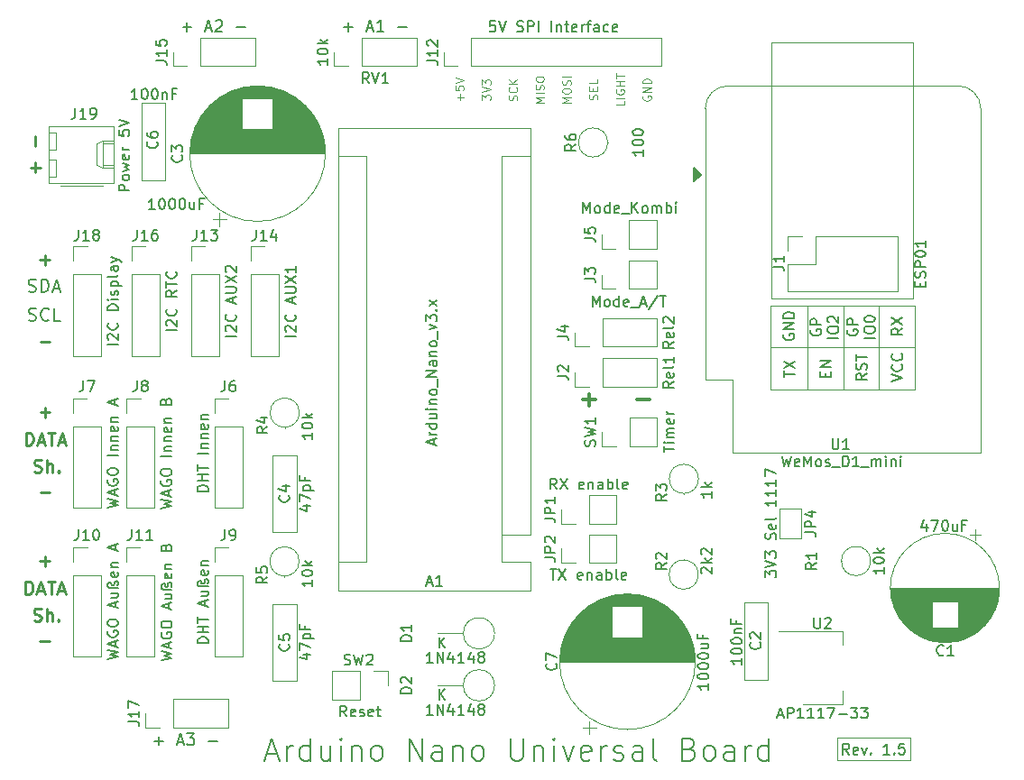
<source format=gbr>
G04 #@! TF.GenerationSoftware,KiCad,Pcbnew,6.0.7-f9a2dced07~116~ubuntu20.04.1*
G04 #@! TF.CreationDate,2022-09-05T17:51:23+02:00*
G04 #@! TF.ProjectId,TaupunktLuefter,54617570-756e-46b7-944c-756566746572,1.5*
G04 #@! TF.SameCoordinates,Original*
G04 #@! TF.FileFunction,Legend,Top*
G04 #@! TF.FilePolarity,Positive*
%FSLAX46Y46*%
G04 Gerber Fmt 4.6, Leading zero omitted, Abs format (unit mm)*
G04 Created by KiCad (PCBNEW 6.0.7-f9a2dced07~116~ubuntu20.04.1) date 2022-09-05 17:51:23*
%MOMM*%
%LPD*%
G01*
G04 APERTURE LIST*
%ADD10C,0.120000*%
%ADD11C,0.150000*%
%ADD12C,0.300000*%
%ADD13C,0.220000*%
%ADD14C,0.110000*%
%ADD15C,0.200000*%
G04 APERTURE END LIST*
D10*
X96520000Y-81530000D02*
X103370000Y-81530000D01*
X103370000Y-81530000D02*
X103370000Y-83650000D01*
X103370000Y-83650000D02*
X96520000Y-83650000D01*
X96520000Y-83650000D02*
X96520000Y-81530000D01*
X90220000Y-40910000D02*
X103760000Y-40910000D01*
X103760000Y-40910000D02*
X103760000Y-48820000D01*
X103760000Y-48820000D02*
X90220000Y-48820000D01*
X90220000Y-48820000D02*
X90220000Y-40910000D01*
X90230000Y-44800000D02*
X103760000Y-44800000D01*
X97030000Y-40920000D02*
X97040000Y-48810000D01*
X103610000Y-40295000D02*
X90260000Y-40295000D01*
X90260000Y-40295000D02*
X90260000Y-16245000D01*
X90260000Y-16245000D02*
X103610000Y-16245000D01*
X103610000Y-16245000D02*
X103610000Y-40295000D01*
X93650000Y-40920000D02*
X93650000Y-48820000D01*
X100400000Y-40920000D02*
X100400000Y-48820000D01*
D11*
X102592380Y-43076666D02*
X102116190Y-43410000D01*
X102592380Y-43648095D02*
X101592380Y-43648095D01*
X101592380Y-43267142D01*
X101640000Y-43171904D01*
X101687619Y-43124285D01*
X101782857Y-43076666D01*
X101925714Y-43076666D01*
X102020952Y-43124285D01*
X102068571Y-43171904D01*
X102116190Y-43267142D01*
X102116190Y-43648095D01*
X101592380Y-42743333D02*
X102592380Y-42076666D01*
X101592380Y-42076666D02*
X102592380Y-42743333D01*
D12*
X72608571Y-49787142D02*
X73751428Y-49787142D01*
X73180000Y-50358571D02*
X73180000Y-49215714D01*
D13*
X21250714Y-24993809D02*
X21250714Y-25946190D01*
X21250714Y-27493809D02*
X21250714Y-28446190D01*
X20774523Y-27970000D02*
X21726904Y-27970000D01*
X22104285Y-36202857D02*
X22104285Y-37117142D01*
X21647142Y-36660000D02*
X22561428Y-36660000D01*
X22577142Y-72464285D02*
X21662857Y-72464285D01*
X21098571Y-70495714D02*
X21270000Y-70552857D01*
X21555714Y-70552857D01*
X21670000Y-70495714D01*
X21727142Y-70438571D01*
X21784285Y-70324285D01*
X21784285Y-70210000D01*
X21727142Y-70095714D01*
X21670000Y-70038571D01*
X21555714Y-69981428D01*
X21327142Y-69924285D01*
X21212857Y-69867142D01*
X21155714Y-69810000D01*
X21098571Y-69695714D01*
X21098571Y-69581428D01*
X21155714Y-69467142D01*
X21212857Y-69410000D01*
X21327142Y-69352857D01*
X21612857Y-69352857D01*
X21784285Y-69410000D01*
X22298571Y-70552857D02*
X22298571Y-69352857D01*
X22812857Y-70552857D02*
X22812857Y-69924285D01*
X22755714Y-69810000D01*
X22641428Y-69752857D01*
X22470000Y-69752857D01*
X22355714Y-69810000D01*
X22298571Y-69867142D01*
X23384285Y-70438571D02*
X23441428Y-70495714D01*
X23384285Y-70552857D01*
X23327142Y-70495714D01*
X23384285Y-70438571D01*
X23384285Y-70552857D01*
D14*
X61125114Y-21662857D02*
X61125114Y-21068571D01*
X61422257Y-21365714D02*
X60827971Y-21365714D01*
X60642257Y-20325714D02*
X60642257Y-20697142D01*
X61013685Y-20734285D01*
X60976542Y-20697142D01*
X60939400Y-20622857D01*
X60939400Y-20437142D01*
X60976542Y-20362857D01*
X61013685Y-20325714D01*
X61087971Y-20288571D01*
X61273685Y-20288571D01*
X61347971Y-20325714D01*
X61385114Y-20362857D01*
X61422257Y-20437142D01*
X61422257Y-20622857D01*
X61385114Y-20697142D01*
X61347971Y-20734285D01*
X60642257Y-20065714D02*
X61422257Y-19805714D01*
X60642257Y-19545714D01*
X63153857Y-21625714D02*
X63153857Y-21142857D01*
X63451000Y-21402857D01*
X63451000Y-21291428D01*
X63488142Y-21217142D01*
X63525285Y-21180000D01*
X63599571Y-21142857D01*
X63785285Y-21142857D01*
X63859571Y-21180000D01*
X63896714Y-21217142D01*
X63933857Y-21291428D01*
X63933857Y-21514285D01*
X63896714Y-21588571D01*
X63859571Y-21625714D01*
X63153857Y-20920000D02*
X63933857Y-20660000D01*
X63153857Y-20400000D01*
X63153857Y-20214285D02*
X63153857Y-19731428D01*
X63451000Y-19991428D01*
X63451000Y-19880000D01*
X63488142Y-19805714D01*
X63525285Y-19768571D01*
X63599571Y-19731428D01*
X63785285Y-19731428D01*
X63859571Y-19768571D01*
X63896714Y-19805714D01*
X63933857Y-19880000D01*
X63933857Y-20102857D01*
X63896714Y-20177142D01*
X63859571Y-20214285D01*
X66408314Y-21662857D02*
X66445457Y-21551428D01*
X66445457Y-21365714D01*
X66408314Y-21291428D01*
X66371171Y-21254285D01*
X66296885Y-21217142D01*
X66222600Y-21217142D01*
X66148314Y-21254285D01*
X66111171Y-21291428D01*
X66074028Y-21365714D01*
X66036885Y-21514285D01*
X65999742Y-21588571D01*
X65962600Y-21625714D01*
X65888314Y-21662857D01*
X65814028Y-21662857D01*
X65739742Y-21625714D01*
X65702600Y-21588571D01*
X65665457Y-21514285D01*
X65665457Y-21328571D01*
X65702600Y-21217142D01*
X66371171Y-20437142D02*
X66408314Y-20474285D01*
X66445457Y-20585714D01*
X66445457Y-20660000D01*
X66408314Y-20771428D01*
X66334028Y-20845714D01*
X66259742Y-20882857D01*
X66111171Y-20920000D01*
X65999742Y-20920000D01*
X65851171Y-20882857D01*
X65776885Y-20845714D01*
X65702600Y-20771428D01*
X65665457Y-20660000D01*
X65665457Y-20585714D01*
X65702600Y-20474285D01*
X65739742Y-20437142D01*
X66445457Y-20102857D02*
X65665457Y-20102857D01*
X66445457Y-19657142D02*
X65999742Y-19991428D01*
X65665457Y-19657142D02*
X66111171Y-20102857D01*
X68957057Y-21885714D02*
X68177057Y-21885714D01*
X68734200Y-21625714D01*
X68177057Y-21365714D01*
X68957057Y-21365714D01*
X68957057Y-20994285D02*
X68177057Y-20994285D01*
X68919914Y-20660000D02*
X68957057Y-20548571D01*
X68957057Y-20362857D01*
X68919914Y-20288571D01*
X68882771Y-20251428D01*
X68808485Y-20214285D01*
X68734200Y-20214285D01*
X68659914Y-20251428D01*
X68622771Y-20288571D01*
X68585628Y-20362857D01*
X68548485Y-20511428D01*
X68511342Y-20585714D01*
X68474200Y-20622857D01*
X68399914Y-20660000D01*
X68325628Y-20660000D01*
X68251342Y-20622857D01*
X68214200Y-20585714D01*
X68177057Y-20511428D01*
X68177057Y-20325714D01*
X68214200Y-20214285D01*
X68177057Y-19731428D02*
X68177057Y-19582857D01*
X68214200Y-19508571D01*
X68288485Y-19434285D01*
X68437057Y-19397142D01*
X68697057Y-19397142D01*
X68845628Y-19434285D01*
X68919914Y-19508571D01*
X68957057Y-19582857D01*
X68957057Y-19731428D01*
X68919914Y-19805714D01*
X68845628Y-19880000D01*
X68697057Y-19917142D01*
X68437057Y-19917142D01*
X68288485Y-19880000D01*
X68214200Y-19805714D01*
X68177057Y-19731428D01*
X71468657Y-21885714D02*
X70688657Y-21885714D01*
X71245800Y-21625714D01*
X70688657Y-21365714D01*
X71468657Y-21365714D01*
X70688657Y-20845714D02*
X70688657Y-20697142D01*
X70725800Y-20622857D01*
X70800085Y-20548571D01*
X70948657Y-20511428D01*
X71208657Y-20511428D01*
X71357228Y-20548571D01*
X71431514Y-20622857D01*
X71468657Y-20697142D01*
X71468657Y-20845714D01*
X71431514Y-20920000D01*
X71357228Y-20994285D01*
X71208657Y-21031428D01*
X70948657Y-21031428D01*
X70800085Y-20994285D01*
X70725800Y-20920000D01*
X70688657Y-20845714D01*
X71431514Y-20214285D02*
X71468657Y-20102857D01*
X71468657Y-19917142D01*
X71431514Y-19842857D01*
X71394371Y-19805714D01*
X71320085Y-19768571D01*
X71245800Y-19768571D01*
X71171514Y-19805714D01*
X71134371Y-19842857D01*
X71097228Y-19917142D01*
X71060085Y-20065714D01*
X71022942Y-20140000D01*
X70985800Y-20177142D01*
X70911514Y-20214285D01*
X70837228Y-20214285D01*
X70762942Y-20177142D01*
X70725800Y-20140000D01*
X70688657Y-20065714D01*
X70688657Y-19880000D01*
X70725800Y-19768571D01*
X71468657Y-19434285D02*
X70688657Y-19434285D01*
X73943114Y-21551428D02*
X73980257Y-21440000D01*
X73980257Y-21254285D01*
X73943114Y-21180000D01*
X73905971Y-21142857D01*
X73831685Y-21105714D01*
X73757400Y-21105714D01*
X73683114Y-21142857D01*
X73645971Y-21180000D01*
X73608828Y-21254285D01*
X73571685Y-21402857D01*
X73534542Y-21477142D01*
X73497400Y-21514285D01*
X73423114Y-21551428D01*
X73348828Y-21551428D01*
X73274542Y-21514285D01*
X73237400Y-21477142D01*
X73200257Y-21402857D01*
X73200257Y-21217142D01*
X73237400Y-21105714D01*
X73571685Y-20771428D02*
X73571685Y-20511428D01*
X73980257Y-20400000D02*
X73980257Y-20771428D01*
X73200257Y-20771428D01*
X73200257Y-20400000D01*
X73980257Y-19694285D02*
X73980257Y-20065714D01*
X73200257Y-20065714D01*
X76491857Y-21700000D02*
X76491857Y-22071428D01*
X75711857Y-22071428D01*
X76491857Y-21440000D02*
X75711857Y-21440000D01*
X75749000Y-20660000D02*
X75711857Y-20734285D01*
X75711857Y-20845714D01*
X75749000Y-20957142D01*
X75823285Y-21031428D01*
X75897571Y-21068571D01*
X76046142Y-21105714D01*
X76157571Y-21105714D01*
X76306142Y-21068571D01*
X76380428Y-21031428D01*
X76454714Y-20957142D01*
X76491857Y-20845714D01*
X76491857Y-20771428D01*
X76454714Y-20660000D01*
X76417571Y-20622857D01*
X76157571Y-20622857D01*
X76157571Y-20771428D01*
X76491857Y-20288571D02*
X75711857Y-20288571D01*
X76083285Y-20288571D02*
X76083285Y-19842857D01*
X76491857Y-19842857D02*
X75711857Y-19842857D01*
X75711857Y-19582857D02*
X75711857Y-19137142D01*
X76491857Y-19360000D02*
X75711857Y-19360000D01*
X78260600Y-21254285D02*
X78223457Y-21328571D01*
X78223457Y-21440000D01*
X78260600Y-21551428D01*
X78334885Y-21625714D01*
X78409171Y-21662857D01*
X78557742Y-21700000D01*
X78669171Y-21700000D01*
X78817742Y-21662857D01*
X78892028Y-21625714D01*
X78966314Y-21551428D01*
X79003457Y-21440000D01*
X79003457Y-21365714D01*
X78966314Y-21254285D01*
X78929171Y-21217142D01*
X78669171Y-21217142D01*
X78669171Y-21365714D01*
X79003457Y-20882857D02*
X78223457Y-20882857D01*
X79003457Y-20437142D01*
X78223457Y-20437142D01*
X79003457Y-20065714D02*
X78223457Y-20065714D01*
X78223457Y-19880000D01*
X78260600Y-19768571D01*
X78334885Y-19694285D01*
X78409171Y-19657142D01*
X78557742Y-19620000D01*
X78669171Y-19620000D01*
X78817742Y-19657142D01*
X78892028Y-19694285D01*
X78966314Y-19768571D01*
X79003457Y-19880000D01*
X79003457Y-20065714D01*
D11*
X42920000Y-83060000D02*
X43920000Y-83060000D01*
X42720000Y-83660000D02*
X43420000Y-81560000D01*
X44120000Y-83660000D01*
X44820000Y-83660000D02*
X44820000Y-82260000D01*
X44820000Y-82660000D02*
X44920000Y-82460000D01*
X45020000Y-82360000D01*
X45220000Y-82260000D01*
X45420000Y-82260000D01*
X47020000Y-83660000D02*
X47020000Y-81560000D01*
X47020000Y-83560000D02*
X46820000Y-83660000D01*
X46420000Y-83660000D01*
X46220000Y-83560000D01*
X46120000Y-83460000D01*
X46020000Y-83260000D01*
X46020000Y-82660000D01*
X46120000Y-82460000D01*
X46220000Y-82360000D01*
X46420000Y-82260000D01*
X46820000Y-82260000D01*
X47020000Y-82360000D01*
X48920000Y-82260000D02*
X48920000Y-83660000D01*
X48020000Y-82260000D02*
X48020000Y-83360000D01*
X48120000Y-83560000D01*
X48320000Y-83660000D01*
X48620000Y-83660000D01*
X48820000Y-83560000D01*
X48920000Y-83460000D01*
X49920000Y-83660000D02*
X49920000Y-82260000D01*
X49920000Y-81560000D02*
X49820000Y-81660000D01*
X49920000Y-81760000D01*
X50020000Y-81660000D01*
X49920000Y-81560000D01*
X49920000Y-81760000D01*
X50920000Y-82260000D02*
X50920000Y-83660000D01*
X50920000Y-82460000D02*
X51020000Y-82360000D01*
X51220000Y-82260000D01*
X51520000Y-82260000D01*
X51720000Y-82360000D01*
X51820000Y-82560000D01*
X51820000Y-83660000D01*
X53120000Y-83660000D02*
X52920000Y-83560000D01*
X52820000Y-83460000D01*
X52720000Y-83260000D01*
X52720000Y-82660000D01*
X52820000Y-82460000D01*
X52920000Y-82360000D01*
X53120000Y-82260000D01*
X53420000Y-82260000D01*
X53620000Y-82360000D01*
X53720000Y-82460000D01*
X53820000Y-82660000D01*
X53820000Y-83260000D01*
X53720000Y-83460000D01*
X53620000Y-83560000D01*
X53420000Y-83660000D01*
X53120000Y-83660000D01*
X56320000Y-83660000D02*
X56320000Y-81560000D01*
X57520000Y-83660000D01*
X57520000Y-81560000D01*
X59420000Y-83660000D02*
X59420000Y-82560000D01*
X59320000Y-82360000D01*
X59120000Y-82260000D01*
X58720000Y-82260000D01*
X58520000Y-82360000D01*
X59420000Y-83560000D02*
X59220000Y-83660000D01*
X58720000Y-83660000D01*
X58520000Y-83560000D01*
X58420000Y-83360000D01*
X58420000Y-83160000D01*
X58520000Y-82960000D01*
X58720000Y-82860000D01*
X59220000Y-82860000D01*
X59420000Y-82760000D01*
X60420000Y-82260000D02*
X60420000Y-83660000D01*
X60420000Y-82460000D02*
X60520000Y-82360000D01*
X60720000Y-82260000D01*
X61020000Y-82260000D01*
X61220000Y-82360000D01*
X61320000Y-82560000D01*
X61320000Y-83660000D01*
X62620000Y-83660000D02*
X62420000Y-83560000D01*
X62320000Y-83460000D01*
X62220000Y-83260000D01*
X62220000Y-82660000D01*
X62320000Y-82460000D01*
X62420000Y-82360000D01*
X62620000Y-82260000D01*
X62920000Y-82260000D01*
X63120000Y-82360000D01*
X63220000Y-82460000D01*
X63320000Y-82660000D01*
X63320000Y-83260000D01*
X63220000Y-83460000D01*
X63120000Y-83560000D01*
X62920000Y-83660000D01*
X62620000Y-83660000D01*
X65820000Y-81560000D02*
X65820000Y-83260000D01*
X65920000Y-83460000D01*
X66020000Y-83560000D01*
X66220000Y-83660000D01*
X66620000Y-83660000D01*
X66820000Y-83560000D01*
X66920000Y-83460000D01*
X67020000Y-83260000D01*
X67020000Y-81560000D01*
X68020000Y-82260000D02*
X68020000Y-83660000D01*
X68020000Y-82460000D02*
X68120000Y-82360000D01*
X68320000Y-82260000D01*
X68620000Y-82260000D01*
X68820000Y-82360000D01*
X68920000Y-82560000D01*
X68920000Y-83660000D01*
X69920000Y-83660000D02*
X69920000Y-82260000D01*
X69920000Y-81560000D02*
X69820000Y-81660000D01*
X69920000Y-81760000D01*
X70020000Y-81660000D01*
X69920000Y-81560000D01*
X69920000Y-81760000D01*
X70720000Y-82260000D02*
X71220000Y-83660000D01*
X71720000Y-82260000D01*
X73320000Y-83560000D02*
X73120000Y-83660000D01*
X72720000Y-83660000D01*
X72520000Y-83560000D01*
X72420000Y-83360000D01*
X72420000Y-82560000D01*
X72520000Y-82360000D01*
X72720000Y-82260000D01*
X73120000Y-82260000D01*
X73320000Y-82360000D01*
X73420000Y-82560000D01*
X73420000Y-82760000D01*
X72420000Y-82960000D01*
X74320000Y-83660000D02*
X74320000Y-82260000D01*
X74320000Y-82660000D02*
X74420000Y-82460000D01*
X74520000Y-82360000D01*
X74720000Y-82260000D01*
X74920000Y-82260000D01*
X75520000Y-83560000D02*
X75720000Y-83660000D01*
X76120000Y-83660000D01*
X76320000Y-83560000D01*
X76420000Y-83360000D01*
X76420000Y-83260000D01*
X76320000Y-83060000D01*
X76120000Y-82960000D01*
X75820000Y-82960000D01*
X75620000Y-82860000D01*
X75520000Y-82660000D01*
X75520000Y-82560000D01*
X75620000Y-82360000D01*
X75820000Y-82260000D01*
X76120000Y-82260000D01*
X76320000Y-82360000D01*
X78220000Y-83660000D02*
X78220000Y-82560000D01*
X78120000Y-82360000D01*
X77920000Y-82260000D01*
X77520000Y-82260000D01*
X77320000Y-82360000D01*
X78220000Y-83560000D02*
X78020000Y-83660000D01*
X77520000Y-83660000D01*
X77320000Y-83560000D01*
X77220000Y-83360000D01*
X77220000Y-83160000D01*
X77320000Y-82960000D01*
X77520000Y-82860000D01*
X78020000Y-82860000D01*
X78220000Y-82760000D01*
X79520000Y-83660000D02*
X79320000Y-83560000D01*
X79220000Y-83360000D01*
X79220000Y-81560000D01*
X82620000Y-82560000D02*
X82920000Y-82660000D01*
X83020000Y-82760000D01*
X83120000Y-82960000D01*
X83120000Y-83260000D01*
X83020000Y-83460000D01*
X82920000Y-83560000D01*
X82720000Y-83660000D01*
X81920000Y-83660000D01*
X81920000Y-81560000D01*
X82620000Y-81560000D01*
X82820000Y-81660000D01*
X82920000Y-81760000D01*
X83020000Y-81960000D01*
X83020000Y-82160000D01*
X82920000Y-82360000D01*
X82820000Y-82460000D01*
X82620000Y-82560000D01*
X81920000Y-82560000D01*
X84320000Y-83660000D02*
X84120000Y-83560000D01*
X84020000Y-83460000D01*
X83920000Y-83260000D01*
X83920000Y-82660000D01*
X84020000Y-82460000D01*
X84120000Y-82360000D01*
X84320000Y-82260000D01*
X84620000Y-82260000D01*
X84820000Y-82360000D01*
X84920000Y-82460000D01*
X85020000Y-82660000D01*
X85020000Y-83260000D01*
X84920000Y-83460000D01*
X84820000Y-83560000D01*
X84620000Y-83660000D01*
X84320000Y-83660000D01*
X86820000Y-83660000D02*
X86820000Y-82560000D01*
X86720000Y-82360000D01*
X86520000Y-82260000D01*
X86120000Y-82260000D01*
X85920000Y-82360000D01*
X86820000Y-83560000D02*
X86620000Y-83660000D01*
X86120000Y-83660000D01*
X85920000Y-83560000D01*
X85820000Y-83360000D01*
X85820000Y-83160000D01*
X85920000Y-82960000D01*
X86120000Y-82860000D01*
X86620000Y-82860000D01*
X86820000Y-82760000D01*
X87820000Y-83660000D02*
X87820000Y-82260000D01*
X87820000Y-82660000D02*
X87920000Y-82460000D01*
X88020000Y-82360000D01*
X88220000Y-82260000D01*
X88420000Y-82260000D01*
X90020000Y-83660000D02*
X90020000Y-81560000D01*
X90020000Y-83560000D02*
X89820000Y-83660000D01*
X89420000Y-83660000D01*
X89220000Y-83560000D01*
X89120000Y-83460000D01*
X89020000Y-83260000D01*
X89020000Y-82660000D01*
X89120000Y-82460000D01*
X89220000Y-82360000D01*
X89420000Y-82260000D01*
X89820000Y-82260000D01*
X90020000Y-82360000D01*
D15*
X20611428Y-42315714D02*
X20782857Y-42372857D01*
X21068571Y-42372857D01*
X21182857Y-42315714D01*
X21240000Y-42258571D01*
X21297142Y-42144285D01*
X21297142Y-42030000D01*
X21240000Y-41915714D01*
X21182857Y-41858571D01*
X21068571Y-41801428D01*
X20840000Y-41744285D01*
X20725714Y-41687142D01*
X20668571Y-41630000D01*
X20611428Y-41515714D01*
X20611428Y-41401428D01*
X20668571Y-41287142D01*
X20725714Y-41230000D01*
X20840000Y-41172857D01*
X21125714Y-41172857D01*
X21297142Y-41230000D01*
X22497142Y-42258571D02*
X22440000Y-42315714D01*
X22268571Y-42372857D01*
X22154285Y-42372857D01*
X21982857Y-42315714D01*
X21868571Y-42201428D01*
X21811428Y-42087142D01*
X21754285Y-41858571D01*
X21754285Y-41687142D01*
X21811428Y-41458571D01*
X21868571Y-41344285D01*
X21982857Y-41230000D01*
X22154285Y-41172857D01*
X22268571Y-41172857D01*
X22440000Y-41230000D01*
X22497142Y-41287142D01*
X23582857Y-42372857D02*
X23011428Y-42372857D01*
X23011428Y-41172857D01*
X20582857Y-39605714D02*
X20754285Y-39662857D01*
X21040000Y-39662857D01*
X21154285Y-39605714D01*
X21211428Y-39548571D01*
X21268571Y-39434285D01*
X21268571Y-39320000D01*
X21211428Y-39205714D01*
X21154285Y-39148571D01*
X21040000Y-39091428D01*
X20811428Y-39034285D01*
X20697142Y-38977142D01*
X20640000Y-38920000D01*
X20582857Y-38805714D01*
X20582857Y-38691428D01*
X20640000Y-38577142D01*
X20697142Y-38520000D01*
X20811428Y-38462857D01*
X21097142Y-38462857D01*
X21268571Y-38520000D01*
X21782857Y-39662857D02*
X21782857Y-38462857D01*
X22068571Y-38462857D01*
X22240000Y-38520000D01*
X22354285Y-38634285D01*
X22411428Y-38748571D01*
X22468571Y-38977142D01*
X22468571Y-39148571D01*
X22411428Y-39377142D01*
X22354285Y-39491428D01*
X22240000Y-39605714D01*
X22068571Y-39662857D01*
X21782857Y-39662857D01*
X22925714Y-39320000D02*
X23497142Y-39320000D01*
X22811428Y-39662857D02*
X23211428Y-38462857D01*
X23611428Y-39662857D01*
D11*
X91462380Y-47631904D02*
X91462380Y-47060476D01*
X92462380Y-47346190D02*
X91462380Y-47346190D01*
X91462380Y-46822380D02*
X92462380Y-46155714D01*
X91462380Y-46155714D02*
X92462380Y-46822380D01*
D12*
X77688571Y-49727142D02*
X78831428Y-49727142D01*
D11*
X95358571Y-47618095D02*
X95358571Y-47284761D01*
X95882380Y-47141904D02*
X95882380Y-47618095D01*
X94882380Y-47618095D01*
X94882380Y-47141904D01*
X95882380Y-46713333D02*
X94882380Y-46713333D01*
X95882380Y-46141904D01*
X94882380Y-46141904D01*
D13*
X20308571Y-68012857D02*
X20308571Y-66812857D01*
X20594285Y-66812857D01*
X20765714Y-66870000D01*
X20880000Y-66984285D01*
X20937142Y-67098571D01*
X20994285Y-67327142D01*
X20994285Y-67498571D01*
X20937142Y-67727142D01*
X20880000Y-67841428D01*
X20765714Y-67955714D01*
X20594285Y-68012857D01*
X20308571Y-68012857D01*
X21451428Y-67670000D02*
X22022857Y-67670000D01*
X21337142Y-68012857D02*
X21737142Y-66812857D01*
X22137142Y-68012857D01*
X22365714Y-66812857D02*
X23051428Y-66812857D01*
X22708571Y-68012857D02*
X22708571Y-66812857D01*
X23394285Y-67670000D02*
X23965714Y-67670000D01*
X23280000Y-68012857D02*
X23680000Y-66812857D01*
X24080000Y-68012857D01*
D11*
X91480000Y-43631904D02*
X91432380Y-43727142D01*
X91432380Y-43870000D01*
X91480000Y-44012857D01*
X91575238Y-44108095D01*
X91670476Y-44155714D01*
X91860952Y-44203333D01*
X92003809Y-44203333D01*
X92194285Y-44155714D01*
X92289523Y-44108095D01*
X92384761Y-44012857D01*
X92432380Y-43870000D01*
X92432380Y-43774761D01*
X92384761Y-43631904D01*
X92337142Y-43584285D01*
X92003809Y-43584285D01*
X92003809Y-43774761D01*
X92432380Y-43155714D02*
X91432380Y-43155714D01*
X92432380Y-42584285D01*
X91432380Y-42584285D01*
X92432380Y-42108095D02*
X91432380Y-42108095D01*
X91432380Y-41870000D01*
X91480000Y-41727142D01*
X91575238Y-41631904D01*
X91670476Y-41584285D01*
X91860952Y-41536666D01*
X92003809Y-41536666D01*
X92194285Y-41584285D01*
X92289523Y-41631904D01*
X92384761Y-41727142D01*
X92432380Y-41870000D01*
X92432380Y-42108095D01*
D13*
X22144285Y-50502857D02*
X22144285Y-51417142D01*
X21687142Y-50960000D02*
X22601428Y-50960000D01*
D11*
X97590476Y-83072380D02*
X97257142Y-82596190D01*
X97019047Y-83072380D02*
X97019047Y-82072380D01*
X97400000Y-82072380D01*
X97495238Y-82120000D01*
X97542857Y-82167619D01*
X97590476Y-82262857D01*
X97590476Y-82405714D01*
X97542857Y-82500952D01*
X97495238Y-82548571D01*
X97400000Y-82596190D01*
X97019047Y-82596190D01*
X98400000Y-83024761D02*
X98304761Y-83072380D01*
X98114285Y-83072380D01*
X98019047Y-83024761D01*
X97971428Y-82929523D01*
X97971428Y-82548571D01*
X98019047Y-82453333D01*
X98114285Y-82405714D01*
X98304761Y-82405714D01*
X98400000Y-82453333D01*
X98447619Y-82548571D01*
X98447619Y-82643809D01*
X97971428Y-82739047D01*
X98780952Y-82405714D02*
X99019047Y-83072380D01*
X99257142Y-82405714D01*
X99638095Y-82977142D02*
X99685714Y-83024761D01*
X99638095Y-83072380D01*
X99590476Y-83024761D01*
X99638095Y-82977142D01*
X99638095Y-83072380D01*
X101400000Y-83072380D02*
X100828571Y-83072380D01*
X101114285Y-83072380D02*
X101114285Y-82072380D01*
X101019047Y-82215238D01*
X100923809Y-82310476D01*
X100828571Y-82358095D01*
X101828571Y-82977142D02*
X101876190Y-83024761D01*
X101828571Y-83072380D01*
X101780952Y-83024761D01*
X101828571Y-82977142D01*
X101828571Y-83072380D01*
X102780952Y-82072380D02*
X102304761Y-82072380D01*
X102257142Y-82548571D01*
X102304761Y-82500952D01*
X102400000Y-82453333D01*
X102638095Y-82453333D01*
X102733333Y-82500952D01*
X102780952Y-82548571D01*
X102828571Y-82643809D01*
X102828571Y-82881904D01*
X102780952Y-82977142D01*
X102733333Y-83024761D01*
X102638095Y-83072380D01*
X102400000Y-83072380D01*
X102304761Y-83024761D01*
X102257142Y-82977142D01*
X99232380Y-47327619D02*
X98756190Y-47660952D01*
X99232380Y-47899047D02*
X98232380Y-47899047D01*
X98232380Y-47518095D01*
X98280000Y-47422857D01*
X98327619Y-47375238D01*
X98422857Y-47327619D01*
X98565714Y-47327619D01*
X98660952Y-47375238D01*
X98708571Y-47422857D01*
X98756190Y-47518095D01*
X98756190Y-47899047D01*
X99184761Y-46946666D02*
X99232380Y-46803809D01*
X99232380Y-46565714D01*
X99184761Y-46470476D01*
X99137142Y-46422857D01*
X99041904Y-46375238D01*
X98946666Y-46375238D01*
X98851428Y-46422857D01*
X98803809Y-46470476D01*
X98756190Y-46565714D01*
X98708571Y-46756190D01*
X98660952Y-46851428D01*
X98613333Y-46899047D01*
X98518095Y-46946666D01*
X98422857Y-46946666D01*
X98327619Y-46899047D01*
X98280000Y-46851428D01*
X98232380Y-46756190D01*
X98232380Y-46518095D01*
X98280000Y-46375238D01*
X98232380Y-46089523D02*
X98232380Y-45518095D01*
X99232380Y-45803809D02*
X98232380Y-45803809D01*
X94025000Y-43208095D02*
X93977380Y-43303333D01*
X93977380Y-43446190D01*
X94025000Y-43589047D01*
X94120238Y-43684285D01*
X94215476Y-43731904D01*
X94405952Y-43779523D01*
X94548809Y-43779523D01*
X94739285Y-43731904D01*
X94834523Y-43684285D01*
X94929761Y-43589047D01*
X94977380Y-43446190D01*
X94977380Y-43350952D01*
X94929761Y-43208095D01*
X94882142Y-43160476D01*
X94548809Y-43160476D01*
X94548809Y-43350952D01*
X94977380Y-42731904D02*
X93977380Y-42731904D01*
X93977380Y-42350952D01*
X94025000Y-42255714D01*
X94072619Y-42208095D01*
X94167857Y-42160476D01*
X94310714Y-42160476D01*
X94405952Y-42208095D01*
X94453571Y-42255714D01*
X94501190Y-42350952D01*
X94501190Y-42731904D01*
X96587380Y-43970000D02*
X95587380Y-43970000D01*
X95587380Y-43303333D02*
X95587380Y-43112857D01*
X95635000Y-43017619D01*
X95730238Y-42922380D01*
X95920714Y-42874761D01*
X96254047Y-42874761D01*
X96444523Y-42922380D01*
X96539761Y-43017619D01*
X96587380Y-43112857D01*
X96587380Y-43303333D01*
X96539761Y-43398571D01*
X96444523Y-43493809D01*
X96254047Y-43541428D01*
X95920714Y-43541428D01*
X95730238Y-43493809D01*
X95635000Y-43398571D01*
X95587380Y-43303333D01*
X95682619Y-42493809D02*
X95635000Y-42446190D01*
X95587380Y-42350952D01*
X95587380Y-42112857D01*
X95635000Y-42017619D01*
X95682619Y-41970000D01*
X95777857Y-41922380D01*
X95873095Y-41922380D01*
X96015952Y-41970000D01*
X96587380Y-42541428D01*
X96587380Y-41922380D01*
X101592380Y-48043333D02*
X102592380Y-47710000D01*
X101592380Y-47376666D01*
X102497142Y-46471904D02*
X102544761Y-46519523D01*
X102592380Y-46662380D01*
X102592380Y-46757619D01*
X102544761Y-46900476D01*
X102449523Y-46995714D01*
X102354285Y-47043333D01*
X102163809Y-47090952D01*
X102020952Y-47090952D01*
X101830476Y-47043333D01*
X101735238Y-46995714D01*
X101640000Y-46900476D01*
X101592380Y-46757619D01*
X101592380Y-46662380D01*
X101640000Y-46519523D01*
X101687619Y-46471904D01*
X102497142Y-45471904D02*
X102544761Y-45519523D01*
X102592380Y-45662380D01*
X102592380Y-45757619D01*
X102544761Y-45900476D01*
X102449523Y-45995714D01*
X102354285Y-46043333D01*
X102163809Y-46090952D01*
X102020952Y-46090952D01*
X101830476Y-46043333D01*
X101735238Y-45995714D01*
X101640000Y-45900476D01*
X101592380Y-45757619D01*
X101592380Y-45662380D01*
X101640000Y-45519523D01*
X101687619Y-45471904D01*
D13*
X22607142Y-44364285D02*
X21692857Y-44364285D01*
X22607142Y-58494285D02*
X21692857Y-58494285D01*
X20338571Y-54042857D02*
X20338571Y-52842857D01*
X20624285Y-52842857D01*
X20795714Y-52900000D01*
X20910000Y-53014285D01*
X20967142Y-53128571D01*
X21024285Y-53357142D01*
X21024285Y-53528571D01*
X20967142Y-53757142D01*
X20910000Y-53871428D01*
X20795714Y-53985714D01*
X20624285Y-54042857D01*
X20338571Y-54042857D01*
X21481428Y-53700000D02*
X22052857Y-53700000D01*
X21367142Y-54042857D02*
X21767142Y-52842857D01*
X22167142Y-54042857D01*
X22395714Y-52842857D02*
X23081428Y-52842857D01*
X22738571Y-54042857D02*
X22738571Y-52842857D01*
X23424285Y-53700000D02*
X23995714Y-53700000D01*
X23310000Y-54042857D02*
X23710000Y-52842857D01*
X24110000Y-54042857D01*
D11*
X97445000Y-43198095D02*
X97397380Y-43293333D01*
X97397380Y-43436190D01*
X97445000Y-43579047D01*
X97540238Y-43674285D01*
X97635476Y-43721904D01*
X97825952Y-43769523D01*
X97968809Y-43769523D01*
X98159285Y-43721904D01*
X98254523Y-43674285D01*
X98349761Y-43579047D01*
X98397380Y-43436190D01*
X98397380Y-43340952D01*
X98349761Y-43198095D01*
X98302142Y-43150476D01*
X97968809Y-43150476D01*
X97968809Y-43340952D01*
X98397380Y-42721904D02*
X97397380Y-42721904D01*
X97397380Y-42340952D01*
X97445000Y-42245714D01*
X97492619Y-42198095D01*
X97587857Y-42150476D01*
X97730714Y-42150476D01*
X97825952Y-42198095D01*
X97873571Y-42245714D01*
X97921190Y-42340952D01*
X97921190Y-42721904D01*
X100007380Y-43960000D02*
X99007380Y-43960000D01*
X99007380Y-43293333D02*
X99007380Y-43102857D01*
X99055000Y-43007619D01*
X99150238Y-42912380D01*
X99340714Y-42864761D01*
X99674047Y-42864761D01*
X99864523Y-42912380D01*
X99959761Y-43007619D01*
X100007380Y-43102857D01*
X100007380Y-43293333D01*
X99959761Y-43388571D01*
X99864523Y-43483809D01*
X99674047Y-43531428D01*
X99340714Y-43531428D01*
X99150238Y-43483809D01*
X99055000Y-43388571D01*
X99007380Y-43293333D01*
X99007380Y-42245714D02*
X99007380Y-42150476D01*
X99055000Y-42055238D01*
X99102619Y-42007619D01*
X99197857Y-41960000D01*
X99388333Y-41912380D01*
X99626428Y-41912380D01*
X99816904Y-41960000D01*
X99912142Y-42007619D01*
X99959761Y-42055238D01*
X100007380Y-42150476D01*
X100007380Y-42245714D01*
X99959761Y-42340952D01*
X99912142Y-42388571D01*
X99816904Y-42436190D01*
X99626428Y-42483809D01*
X99388333Y-42483809D01*
X99197857Y-42436190D01*
X99102619Y-42388571D01*
X99055000Y-42340952D01*
X99007380Y-42245714D01*
X50206666Y-14758571D02*
X51044761Y-14758571D01*
X50625714Y-15177619D02*
X50625714Y-14339523D01*
X52354285Y-14863333D02*
X52878095Y-14863333D01*
X52249523Y-15177619D02*
X52616190Y-14077619D01*
X52982857Y-15177619D01*
X53925714Y-15177619D02*
X53297142Y-15177619D01*
X53611428Y-15177619D02*
X53611428Y-14077619D01*
X53506666Y-14234761D01*
X53401904Y-14339523D01*
X53297142Y-14391904D01*
X55235238Y-14758571D02*
X56073333Y-14758571D01*
D13*
X22114285Y-64472857D02*
X22114285Y-65387142D01*
X21657142Y-64930000D02*
X22571428Y-64930000D01*
X21128571Y-56525714D02*
X21300000Y-56582857D01*
X21585714Y-56582857D01*
X21700000Y-56525714D01*
X21757142Y-56468571D01*
X21814285Y-56354285D01*
X21814285Y-56240000D01*
X21757142Y-56125714D01*
X21700000Y-56068571D01*
X21585714Y-56011428D01*
X21357142Y-55954285D01*
X21242857Y-55897142D01*
X21185714Y-55840000D01*
X21128571Y-55725714D01*
X21128571Y-55611428D01*
X21185714Y-55497142D01*
X21242857Y-55440000D01*
X21357142Y-55382857D01*
X21642857Y-55382857D01*
X21814285Y-55440000D01*
X22328571Y-56582857D02*
X22328571Y-55382857D01*
X22842857Y-56582857D02*
X22842857Y-55954285D01*
X22785714Y-55840000D01*
X22671428Y-55782857D01*
X22500000Y-55782857D01*
X22385714Y-55840000D01*
X22328571Y-55897142D01*
X23414285Y-56468571D02*
X23471428Y-56525714D01*
X23414285Y-56582857D01*
X23357142Y-56525714D01*
X23414285Y-56468571D01*
X23414285Y-56582857D01*
D11*
X57959714Y-66968666D02*
X58435904Y-66968666D01*
X57864476Y-67254380D02*
X58197809Y-66254380D01*
X58531142Y-67254380D01*
X59388285Y-67254380D02*
X58816857Y-67254380D01*
X59102571Y-67254380D02*
X59102571Y-66254380D01*
X59007333Y-66397238D01*
X58912095Y-66492476D01*
X58816857Y-66540095D01*
X58625666Y-53982095D02*
X58625666Y-53505904D01*
X58911380Y-54077333D02*
X57911380Y-53744000D01*
X58911380Y-53410666D01*
X58911380Y-53077333D02*
X58244714Y-53077333D01*
X58435190Y-53077333D02*
X58339952Y-53029714D01*
X58292333Y-52982095D01*
X58244714Y-52886857D01*
X58244714Y-52791619D01*
X58911380Y-52029714D02*
X57911380Y-52029714D01*
X58863761Y-52029714D02*
X58911380Y-52124952D01*
X58911380Y-52315428D01*
X58863761Y-52410666D01*
X58816142Y-52458285D01*
X58720904Y-52505904D01*
X58435190Y-52505904D01*
X58339952Y-52458285D01*
X58292333Y-52410666D01*
X58244714Y-52315428D01*
X58244714Y-52124952D01*
X58292333Y-52029714D01*
X58244714Y-51124952D02*
X58911380Y-51124952D01*
X58244714Y-51553523D02*
X58768523Y-51553523D01*
X58863761Y-51505904D01*
X58911380Y-51410666D01*
X58911380Y-51267809D01*
X58863761Y-51172571D01*
X58816142Y-51124952D01*
X58911380Y-50648761D02*
X58244714Y-50648761D01*
X57911380Y-50648761D02*
X57959000Y-50696380D01*
X58006619Y-50648761D01*
X57959000Y-50601142D01*
X57911380Y-50648761D01*
X58006619Y-50648761D01*
X58244714Y-50172571D02*
X58911380Y-50172571D01*
X58339952Y-50172571D02*
X58292333Y-50124952D01*
X58244714Y-50029714D01*
X58244714Y-49886857D01*
X58292333Y-49791619D01*
X58387571Y-49744000D01*
X58911380Y-49744000D01*
X58911380Y-49124952D02*
X58863761Y-49220190D01*
X58816142Y-49267809D01*
X58720904Y-49315428D01*
X58435190Y-49315428D01*
X58339952Y-49267809D01*
X58292333Y-49220190D01*
X58244714Y-49124952D01*
X58244714Y-48982095D01*
X58292333Y-48886857D01*
X58339952Y-48839238D01*
X58435190Y-48791619D01*
X58720904Y-48791619D01*
X58816142Y-48839238D01*
X58863761Y-48886857D01*
X58911380Y-48982095D01*
X58911380Y-49124952D01*
X59006619Y-48601142D02*
X59006619Y-47839238D01*
X58911380Y-47601142D02*
X57911380Y-47601142D01*
X58911380Y-47029714D01*
X57911380Y-47029714D01*
X58911380Y-46124952D02*
X58387571Y-46124952D01*
X58292333Y-46172571D01*
X58244714Y-46267809D01*
X58244714Y-46458285D01*
X58292333Y-46553523D01*
X58863761Y-46124952D02*
X58911380Y-46220190D01*
X58911380Y-46458285D01*
X58863761Y-46553523D01*
X58768523Y-46601142D01*
X58673285Y-46601142D01*
X58578047Y-46553523D01*
X58530428Y-46458285D01*
X58530428Y-46220190D01*
X58482809Y-46124952D01*
X58244714Y-45648761D02*
X58911380Y-45648761D01*
X58339952Y-45648761D02*
X58292333Y-45601142D01*
X58244714Y-45505904D01*
X58244714Y-45363047D01*
X58292333Y-45267809D01*
X58387571Y-45220190D01*
X58911380Y-45220190D01*
X58911380Y-44601142D02*
X58863761Y-44696380D01*
X58816142Y-44744000D01*
X58720904Y-44791619D01*
X58435190Y-44791619D01*
X58339952Y-44744000D01*
X58292333Y-44696380D01*
X58244714Y-44601142D01*
X58244714Y-44458285D01*
X58292333Y-44363047D01*
X58339952Y-44315428D01*
X58435190Y-44267809D01*
X58720904Y-44267809D01*
X58816142Y-44315428D01*
X58863761Y-44363047D01*
X58911380Y-44458285D01*
X58911380Y-44601142D01*
X59006619Y-44077333D02*
X59006619Y-43315428D01*
X58244714Y-43172571D02*
X58911380Y-42934476D01*
X58244714Y-42696380D01*
X57911380Y-42410666D02*
X57911380Y-41791619D01*
X58292333Y-42124952D01*
X58292333Y-41982095D01*
X58339952Y-41886857D01*
X58387571Y-41839238D01*
X58482809Y-41791619D01*
X58720904Y-41791619D01*
X58816142Y-41839238D01*
X58863761Y-41886857D01*
X58911380Y-41982095D01*
X58911380Y-42267809D01*
X58863761Y-42363047D01*
X58816142Y-42410666D01*
X58816142Y-41363047D02*
X58863761Y-41315428D01*
X58911380Y-41363047D01*
X58863761Y-41410666D01*
X58816142Y-41363047D01*
X58911380Y-41363047D01*
X58911380Y-40982095D02*
X58244714Y-40458285D01*
X58244714Y-40982095D02*
X58911380Y-40458285D01*
X24974476Y-22382380D02*
X24974476Y-23096666D01*
X24926857Y-23239523D01*
X24831619Y-23334761D01*
X24688761Y-23382380D01*
X24593523Y-23382380D01*
X25974476Y-23382380D02*
X25403047Y-23382380D01*
X25688761Y-23382380D02*
X25688761Y-22382380D01*
X25593523Y-22525238D01*
X25498285Y-22620476D01*
X25403047Y-22668095D01*
X26450666Y-23382380D02*
X26641142Y-23382380D01*
X26736380Y-23334761D01*
X26784000Y-23287142D01*
X26879238Y-23144285D01*
X26926857Y-22953809D01*
X26926857Y-22572857D01*
X26879238Y-22477619D01*
X26831619Y-22430000D01*
X26736380Y-22382380D01*
X26545904Y-22382380D01*
X26450666Y-22430000D01*
X26403047Y-22477619D01*
X26355428Y-22572857D01*
X26355428Y-22810952D01*
X26403047Y-22906190D01*
X26450666Y-22953809D01*
X26545904Y-23001428D01*
X26736380Y-23001428D01*
X26831619Y-22953809D01*
X26879238Y-22906190D01*
X26926857Y-22810952D01*
X30052380Y-30131904D02*
X29052380Y-30131904D01*
X29052380Y-29750952D01*
X29100000Y-29655714D01*
X29147619Y-29608095D01*
X29242857Y-29560476D01*
X29385714Y-29560476D01*
X29480952Y-29608095D01*
X29528571Y-29655714D01*
X29576190Y-29750952D01*
X29576190Y-30131904D01*
X30052380Y-28989047D02*
X30004761Y-29084285D01*
X29957142Y-29131904D01*
X29861904Y-29179523D01*
X29576190Y-29179523D01*
X29480952Y-29131904D01*
X29433333Y-29084285D01*
X29385714Y-28989047D01*
X29385714Y-28846190D01*
X29433333Y-28750952D01*
X29480952Y-28703333D01*
X29576190Y-28655714D01*
X29861904Y-28655714D01*
X29957142Y-28703333D01*
X30004761Y-28750952D01*
X30052380Y-28846190D01*
X30052380Y-28989047D01*
X29385714Y-28322380D02*
X30052380Y-28131904D01*
X29576190Y-27941428D01*
X30052380Y-27750952D01*
X29385714Y-27560476D01*
X30004761Y-26798571D02*
X30052380Y-26893809D01*
X30052380Y-27084285D01*
X30004761Y-27179523D01*
X29909523Y-27227142D01*
X29528571Y-27227142D01*
X29433333Y-27179523D01*
X29385714Y-27084285D01*
X29385714Y-26893809D01*
X29433333Y-26798571D01*
X29528571Y-26750952D01*
X29623809Y-26750952D01*
X29719047Y-27227142D01*
X30052380Y-26322380D02*
X29385714Y-26322380D01*
X29576190Y-26322380D02*
X29480952Y-26274761D01*
X29433333Y-26227142D01*
X29385714Y-26131904D01*
X29385714Y-26036666D01*
X29052380Y-24465238D02*
X29052380Y-24941428D01*
X29528571Y-24989047D01*
X29480952Y-24941428D01*
X29433333Y-24846190D01*
X29433333Y-24608095D01*
X29480952Y-24512857D01*
X29528571Y-24465238D01*
X29623809Y-24417619D01*
X29861904Y-24417619D01*
X29957142Y-24465238D01*
X30004761Y-24512857D01*
X30052380Y-24608095D01*
X30052380Y-24846190D01*
X30004761Y-24941428D01*
X29957142Y-24989047D01*
X29052380Y-24131904D02*
X30052380Y-23798571D01*
X29052380Y-23465238D01*
X44977142Y-58746666D02*
X45024761Y-58794285D01*
X45072380Y-58937142D01*
X45072380Y-59032380D01*
X45024761Y-59175238D01*
X44929523Y-59270476D01*
X44834285Y-59318095D01*
X44643809Y-59365714D01*
X44500952Y-59365714D01*
X44310476Y-59318095D01*
X44215238Y-59270476D01*
X44120000Y-59175238D01*
X44072380Y-59032380D01*
X44072380Y-58937142D01*
X44120000Y-58794285D01*
X44167619Y-58746666D01*
X44405714Y-57889523D02*
X45072380Y-57889523D01*
X44024761Y-58127619D02*
X44739047Y-58365714D01*
X44739047Y-57746666D01*
X46375714Y-59746666D02*
X47042380Y-59746666D01*
X45994761Y-59984761D02*
X46709047Y-60222857D01*
X46709047Y-59603809D01*
X46042380Y-59318095D02*
X46042380Y-58651428D01*
X47042380Y-59080000D01*
X46375714Y-58270476D02*
X47375714Y-58270476D01*
X46423333Y-58270476D02*
X46375714Y-58175238D01*
X46375714Y-57984761D01*
X46423333Y-57889523D01*
X46470952Y-57841904D01*
X46566190Y-57794285D01*
X46851904Y-57794285D01*
X46947142Y-57841904D01*
X46994761Y-57889523D01*
X47042380Y-57984761D01*
X47042380Y-58175238D01*
X46994761Y-58270476D01*
X46518571Y-57032380D02*
X46518571Y-57365714D01*
X47042380Y-57365714D02*
X46042380Y-57365714D01*
X46042380Y-56889523D01*
X70067142Y-74526666D02*
X70114761Y-74574285D01*
X70162380Y-74717142D01*
X70162380Y-74812380D01*
X70114761Y-74955238D01*
X70019523Y-75050476D01*
X69924285Y-75098095D01*
X69733809Y-75145714D01*
X69590952Y-75145714D01*
X69400476Y-75098095D01*
X69305238Y-75050476D01*
X69210000Y-74955238D01*
X69162380Y-74812380D01*
X69162380Y-74717142D01*
X69210000Y-74574285D01*
X69257619Y-74526666D01*
X69162380Y-74193333D02*
X69162380Y-73526666D01*
X70162380Y-73955238D01*
X84392380Y-76403809D02*
X84392380Y-76975238D01*
X84392380Y-76689523D02*
X83392380Y-76689523D01*
X83535238Y-76784761D01*
X83630476Y-76880000D01*
X83678095Y-76975238D01*
X83392380Y-75784761D02*
X83392380Y-75689523D01*
X83440000Y-75594285D01*
X83487619Y-75546666D01*
X83582857Y-75499047D01*
X83773333Y-75451428D01*
X84011428Y-75451428D01*
X84201904Y-75499047D01*
X84297142Y-75546666D01*
X84344761Y-75594285D01*
X84392380Y-75689523D01*
X84392380Y-75784761D01*
X84344761Y-75880000D01*
X84297142Y-75927619D01*
X84201904Y-75975238D01*
X84011428Y-76022857D01*
X83773333Y-76022857D01*
X83582857Y-75975238D01*
X83487619Y-75927619D01*
X83440000Y-75880000D01*
X83392380Y-75784761D01*
X83392380Y-74832380D02*
X83392380Y-74737142D01*
X83440000Y-74641904D01*
X83487619Y-74594285D01*
X83582857Y-74546666D01*
X83773333Y-74499047D01*
X84011428Y-74499047D01*
X84201904Y-74546666D01*
X84297142Y-74594285D01*
X84344761Y-74641904D01*
X84392380Y-74737142D01*
X84392380Y-74832380D01*
X84344761Y-74927619D01*
X84297142Y-74975238D01*
X84201904Y-75022857D01*
X84011428Y-75070476D01*
X83773333Y-75070476D01*
X83582857Y-75022857D01*
X83487619Y-74975238D01*
X83440000Y-74927619D01*
X83392380Y-74832380D01*
X83392380Y-73880000D02*
X83392380Y-73784761D01*
X83440000Y-73689523D01*
X83487619Y-73641904D01*
X83582857Y-73594285D01*
X83773333Y-73546666D01*
X84011428Y-73546666D01*
X84201904Y-73594285D01*
X84297142Y-73641904D01*
X84344761Y-73689523D01*
X84392380Y-73784761D01*
X84392380Y-73880000D01*
X84344761Y-73975238D01*
X84297142Y-74022857D01*
X84201904Y-74070476D01*
X84011428Y-74118095D01*
X83773333Y-74118095D01*
X83582857Y-74070476D01*
X83487619Y-74022857D01*
X83440000Y-73975238D01*
X83392380Y-73880000D01*
X83725714Y-72689523D02*
X84392380Y-72689523D01*
X83725714Y-73118095D02*
X84249523Y-73118095D01*
X84344761Y-73070476D01*
X84392380Y-72975238D01*
X84392380Y-72832380D01*
X84344761Y-72737142D01*
X84297142Y-72689523D01*
X83868571Y-71880000D02*
X83868571Y-72213333D01*
X84392380Y-72213333D02*
X83392380Y-72213333D01*
X83392380Y-71737142D01*
X69007380Y-64583333D02*
X69721666Y-64583333D01*
X69864523Y-64630952D01*
X69959761Y-64726190D01*
X70007380Y-64869047D01*
X70007380Y-64964285D01*
X70007380Y-64107142D02*
X69007380Y-64107142D01*
X69007380Y-63726190D01*
X69055000Y-63630952D01*
X69102619Y-63583333D01*
X69197857Y-63535714D01*
X69340714Y-63535714D01*
X69435952Y-63583333D01*
X69483571Y-63630952D01*
X69531190Y-63726190D01*
X69531190Y-64107142D01*
X69102619Y-63154761D02*
X69055000Y-63107142D01*
X69007380Y-63011904D01*
X69007380Y-62773809D01*
X69055000Y-62678571D01*
X69102619Y-62630952D01*
X69197857Y-62583333D01*
X69293095Y-62583333D01*
X69435952Y-62630952D01*
X70007380Y-63202380D01*
X70007380Y-62583333D01*
X69540952Y-65662380D02*
X70112380Y-65662380D01*
X69826666Y-66662380D02*
X69826666Y-65662380D01*
X70350476Y-65662380D02*
X71017142Y-66662380D01*
X71017142Y-65662380D02*
X70350476Y-66662380D01*
X72540952Y-66614761D02*
X72445714Y-66662380D01*
X72255238Y-66662380D01*
X72160000Y-66614761D01*
X72112380Y-66519523D01*
X72112380Y-66138571D01*
X72160000Y-66043333D01*
X72255238Y-65995714D01*
X72445714Y-65995714D01*
X72540952Y-66043333D01*
X72588571Y-66138571D01*
X72588571Y-66233809D01*
X72112380Y-66329047D01*
X73017142Y-65995714D02*
X73017142Y-66662380D01*
X73017142Y-66090952D02*
X73064761Y-66043333D01*
X73160000Y-65995714D01*
X73302857Y-65995714D01*
X73398095Y-66043333D01*
X73445714Y-66138571D01*
X73445714Y-66662380D01*
X74350476Y-66662380D02*
X74350476Y-66138571D01*
X74302857Y-66043333D01*
X74207619Y-65995714D01*
X74017142Y-65995714D01*
X73921904Y-66043333D01*
X74350476Y-66614761D02*
X74255238Y-66662380D01*
X74017142Y-66662380D01*
X73921904Y-66614761D01*
X73874285Y-66519523D01*
X73874285Y-66424285D01*
X73921904Y-66329047D01*
X74017142Y-66281428D01*
X74255238Y-66281428D01*
X74350476Y-66233809D01*
X74826666Y-66662380D02*
X74826666Y-65662380D01*
X74826666Y-66043333D02*
X74921904Y-65995714D01*
X75112380Y-65995714D01*
X75207619Y-66043333D01*
X75255238Y-66090952D01*
X75302857Y-66186190D01*
X75302857Y-66471904D01*
X75255238Y-66567142D01*
X75207619Y-66614761D01*
X75112380Y-66662380D01*
X74921904Y-66662380D01*
X74826666Y-66614761D01*
X75874285Y-66662380D02*
X75779047Y-66614761D01*
X75731428Y-66519523D01*
X75731428Y-65662380D01*
X76636190Y-66614761D02*
X76540952Y-66662380D01*
X76350476Y-66662380D01*
X76255238Y-66614761D01*
X76207619Y-66519523D01*
X76207619Y-66138571D01*
X76255238Y-66043333D01*
X76350476Y-65995714D01*
X76540952Y-65995714D01*
X76636190Y-66043333D01*
X76683809Y-66138571D01*
X76683809Y-66233809D01*
X76207619Y-66329047D01*
X73744761Y-54123333D02*
X73792380Y-53980476D01*
X73792380Y-53742380D01*
X73744761Y-53647142D01*
X73697142Y-53599523D01*
X73601904Y-53551904D01*
X73506666Y-53551904D01*
X73411428Y-53599523D01*
X73363809Y-53647142D01*
X73316190Y-53742380D01*
X73268571Y-53932857D01*
X73220952Y-54028095D01*
X73173333Y-54075714D01*
X73078095Y-54123333D01*
X72982857Y-54123333D01*
X72887619Y-54075714D01*
X72840000Y-54028095D01*
X72792380Y-53932857D01*
X72792380Y-53694761D01*
X72840000Y-53551904D01*
X72792380Y-53218571D02*
X73792380Y-52980476D01*
X73078095Y-52790000D01*
X73792380Y-52599523D01*
X72792380Y-52361428D01*
X73792380Y-51456666D02*
X73792380Y-52028095D01*
X73792380Y-51742380D02*
X72792380Y-51742380D01*
X72935238Y-51837619D01*
X73030476Y-51932857D01*
X73078095Y-52028095D01*
X80182380Y-54698571D02*
X80182380Y-54127142D01*
X81182380Y-54412857D02*
X80182380Y-54412857D01*
X81182380Y-53793809D02*
X80515714Y-53793809D01*
X80182380Y-53793809D02*
X80230000Y-53841428D01*
X80277619Y-53793809D01*
X80230000Y-53746190D01*
X80182380Y-53793809D01*
X80277619Y-53793809D01*
X81182380Y-53317619D02*
X80515714Y-53317619D01*
X80610952Y-53317619D02*
X80563333Y-53270000D01*
X80515714Y-53174761D01*
X80515714Y-53031904D01*
X80563333Y-52936666D01*
X80658571Y-52889047D01*
X81182380Y-52889047D01*
X80658571Y-52889047D02*
X80563333Y-52841428D01*
X80515714Y-52746190D01*
X80515714Y-52603333D01*
X80563333Y-52508095D01*
X80658571Y-52460476D01*
X81182380Y-52460476D01*
X81134761Y-51603333D02*
X81182380Y-51698571D01*
X81182380Y-51889047D01*
X81134761Y-51984285D01*
X81039523Y-52031904D01*
X80658571Y-52031904D01*
X80563333Y-51984285D01*
X80515714Y-51889047D01*
X80515714Y-51698571D01*
X80563333Y-51603333D01*
X80658571Y-51555714D01*
X80753809Y-51555714D01*
X80849047Y-52031904D01*
X81182380Y-51127142D02*
X80515714Y-51127142D01*
X80706190Y-51127142D02*
X80610952Y-51079523D01*
X80563333Y-51031904D01*
X80515714Y-50936666D01*
X80515714Y-50841428D01*
X90452380Y-37263333D02*
X91166666Y-37263333D01*
X91309523Y-37310952D01*
X91404761Y-37406190D01*
X91452380Y-37549047D01*
X91452380Y-37644285D01*
X91452380Y-36263333D02*
X91452380Y-36834761D01*
X91452380Y-36549047D02*
X90452380Y-36549047D01*
X90595238Y-36644285D01*
X90690476Y-36739523D01*
X90738095Y-36834761D01*
X104248571Y-39172857D02*
X104248571Y-38839523D01*
X104772380Y-38696666D02*
X104772380Y-39172857D01*
X103772380Y-39172857D01*
X103772380Y-38696666D01*
X104724761Y-38315714D02*
X104772380Y-38172857D01*
X104772380Y-37934761D01*
X104724761Y-37839523D01*
X104677142Y-37791904D01*
X104581904Y-37744285D01*
X104486666Y-37744285D01*
X104391428Y-37791904D01*
X104343809Y-37839523D01*
X104296190Y-37934761D01*
X104248571Y-38125238D01*
X104200952Y-38220476D01*
X104153333Y-38268095D01*
X104058095Y-38315714D01*
X103962857Y-38315714D01*
X103867619Y-38268095D01*
X103820000Y-38220476D01*
X103772380Y-38125238D01*
X103772380Y-37887142D01*
X103820000Y-37744285D01*
X104772380Y-37315714D02*
X103772380Y-37315714D01*
X103772380Y-36934761D01*
X103820000Y-36839523D01*
X103867619Y-36791904D01*
X103962857Y-36744285D01*
X104105714Y-36744285D01*
X104200952Y-36791904D01*
X104248571Y-36839523D01*
X104296190Y-36934761D01*
X104296190Y-37315714D01*
X103772380Y-36125238D02*
X103772380Y-36030000D01*
X103820000Y-35934761D01*
X103867619Y-35887142D01*
X103962857Y-35839523D01*
X104153333Y-35791904D01*
X104391428Y-35791904D01*
X104581904Y-35839523D01*
X104677142Y-35887142D01*
X104724761Y-35934761D01*
X104772380Y-36030000D01*
X104772380Y-36125238D01*
X104724761Y-36220476D01*
X104677142Y-36268095D01*
X104581904Y-36315714D01*
X104391428Y-36363333D01*
X104153333Y-36363333D01*
X103962857Y-36315714D01*
X103867619Y-36268095D01*
X103820000Y-36220476D01*
X103772380Y-36125238D01*
X104772380Y-34839523D02*
X104772380Y-35410952D01*
X104772380Y-35125238D02*
X103772380Y-35125238D01*
X103915238Y-35220476D01*
X104010476Y-35315714D01*
X104058095Y-35410952D01*
X70222380Y-43793333D02*
X70936666Y-43793333D01*
X71079523Y-43840952D01*
X71174761Y-43936190D01*
X71222380Y-44079047D01*
X71222380Y-44174285D01*
X70555714Y-42888571D02*
X71222380Y-42888571D01*
X70174761Y-43126666D02*
X70889047Y-43364761D01*
X70889047Y-42745714D01*
X81122380Y-44317142D02*
X80646190Y-44650476D01*
X81122380Y-44888571D02*
X80122380Y-44888571D01*
X80122380Y-44507619D01*
X80170000Y-44412380D01*
X80217619Y-44364761D01*
X80312857Y-44317142D01*
X80455714Y-44317142D01*
X80550952Y-44364761D01*
X80598571Y-44412380D01*
X80646190Y-44507619D01*
X80646190Y-44888571D01*
X81074761Y-43507619D02*
X81122380Y-43602857D01*
X81122380Y-43793333D01*
X81074761Y-43888571D01*
X80979523Y-43936190D01*
X80598571Y-43936190D01*
X80503333Y-43888571D01*
X80455714Y-43793333D01*
X80455714Y-43602857D01*
X80503333Y-43507619D01*
X80598571Y-43460000D01*
X80693809Y-43460000D01*
X80789047Y-43936190D01*
X81122380Y-42888571D02*
X81074761Y-42983809D01*
X80979523Y-43031428D01*
X80122380Y-43031428D01*
X80217619Y-42555238D02*
X80170000Y-42507619D01*
X80122380Y-42412380D01*
X80122380Y-42174285D01*
X80170000Y-42079047D01*
X80217619Y-42031428D01*
X80312857Y-41983809D01*
X80408095Y-41983809D01*
X80550952Y-42031428D01*
X81122380Y-42602857D01*
X81122380Y-41983809D01*
X80462380Y-58636666D02*
X79986190Y-58970000D01*
X80462380Y-59208095D02*
X79462380Y-59208095D01*
X79462380Y-58827142D01*
X79510000Y-58731904D01*
X79557619Y-58684285D01*
X79652857Y-58636666D01*
X79795714Y-58636666D01*
X79890952Y-58684285D01*
X79938571Y-58731904D01*
X79986190Y-58827142D01*
X79986190Y-59208095D01*
X79462380Y-58303333D02*
X79462380Y-57684285D01*
X79843333Y-58017619D01*
X79843333Y-57874761D01*
X79890952Y-57779523D01*
X79938571Y-57731904D01*
X80033809Y-57684285D01*
X80271904Y-57684285D01*
X80367142Y-57731904D01*
X80414761Y-57779523D01*
X80462380Y-57874761D01*
X80462380Y-58160476D01*
X80414761Y-58255714D01*
X80367142Y-58303333D01*
X84692380Y-58384047D02*
X84692380Y-58955476D01*
X84692380Y-58669761D02*
X83692380Y-58669761D01*
X83835238Y-58765000D01*
X83930476Y-58860238D01*
X83978095Y-58955476D01*
X84692380Y-57955476D02*
X83692380Y-57955476D01*
X84311428Y-57860238D02*
X84692380Y-57574523D01*
X84025714Y-57574523D02*
X84406666Y-57955476D01*
X42992380Y-66396666D02*
X42516190Y-66730000D01*
X42992380Y-66968095D02*
X41992380Y-66968095D01*
X41992380Y-66587142D01*
X42040000Y-66491904D01*
X42087619Y-66444285D01*
X42182857Y-66396666D01*
X42325714Y-66396666D01*
X42420952Y-66444285D01*
X42468571Y-66491904D01*
X42516190Y-66587142D01*
X42516190Y-66968095D01*
X41992380Y-65491904D02*
X41992380Y-65968095D01*
X42468571Y-66015714D01*
X42420952Y-65968095D01*
X42373333Y-65872857D01*
X42373333Y-65634761D01*
X42420952Y-65539523D01*
X42468571Y-65491904D01*
X42563809Y-65444285D01*
X42801904Y-65444285D01*
X42897142Y-65491904D01*
X42944761Y-65539523D01*
X42992380Y-65634761D01*
X42992380Y-65872857D01*
X42944761Y-65968095D01*
X42897142Y-66015714D01*
X47232380Y-66705238D02*
X47232380Y-67276666D01*
X47232380Y-66990952D02*
X46232380Y-66990952D01*
X46375238Y-67086190D01*
X46470476Y-67181428D01*
X46518095Y-67276666D01*
X46232380Y-66086190D02*
X46232380Y-65990952D01*
X46280000Y-65895714D01*
X46327619Y-65848095D01*
X46422857Y-65800476D01*
X46613333Y-65752857D01*
X46851428Y-65752857D01*
X47041904Y-65800476D01*
X47137142Y-65848095D01*
X47184761Y-65895714D01*
X47232380Y-65990952D01*
X47232380Y-66086190D01*
X47184761Y-66181428D01*
X47137142Y-66229047D01*
X47041904Y-66276666D01*
X46851428Y-66324285D01*
X46613333Y-66324285D01*
X46422857Y-66276666D01*
X46327619Y-66229047D01*
X46280000Y-66181428D01*
X46232380Y-66086190D01*
X47232380Y-65324285D02*
X46232380Y-65324285D01*
X46851428Y-65229047D02*
X47232380Y-64943333D01*
X46565714Y-64943333D02*
X46946666Y-65324285D01*
X71952380Y-25786666D02*
X71476190Y-26120000D01*
X71952380Y-26358095D02*
X70952380Y-26358095D01*
X70952380Y-25977142D01*
X71000000Y-25881904D01*
X71047619Y-25834285D01*
X71142857Y-25786666D01*
X71285714Y-25786666D01*
X71380952Y-25834285D01*
X71428571Y-25881904D01*
X71476190Y-25977142D01*
X71476190Y-26358095D01*
X70952380Y-24929523D02*
X70952380Y-25120000D01*
X71000000Y-25215238D01*
X71047619Y-25262857D01*
X71190476Y-25358095D01*
X71380952Y-25405714D01*
X71761904Y-25405714D01*
X71857142Y-25358095D01*
X71904761Y-25310476D01*
X71952380Y-25215238D01*
X71952380Y-25024761D01*
X71904761Y-24929523D01*
X71857142Y-24881904D01*
X71761904Y-24834285D01*
X71523809Y-24834285D01*
X71428571Y-24881904D01*
X71380952Y-24929523D01*
X71333333Y-25024761D01*
X71333333Y-25215238D01*
X71380952Y-25310476D01*
X71428571Y-25358095D01*
X71523809Y-25405714D01*
X78272380Y-26286666D02*
X78272380Y-26858095D01*
X78272380Y-26572380D02*
X77272380Y-26572380D01*
X77415238Y-26667619D01*
X77510476Y-26762857D01*
X77558095Y-26858095D01*
X77272380Y-25667619D02*
X77272380Y-25572380D01*
X77320000Y-25477142D01*
X77367619Y-25429523D01*
X77462857Y-25381904D01*
X77653333Y-25334285D01*
X77891428Y-25334285D01*
X78081904Y-25381904D01*
X78177142Y-25429523D01*
X78224761Y-25477142D01*
X78272380Y-25572380D01*
X78272380Y-25667619D01*
X78224761Y-25762857D01*
X78177142Y-25810476D01*
X78081904Y-25858095D01*
X77891428Y-25905714D01*
X77653333Y-25905714D01*
X77462857Y-25858095D01*
X77367619Y-25810476D01*
X77320000Y-25762857D01*
X77272380Y-25667619D01*
X77272380Y-24715238D02*
X77272380Y-24620000D01*
X77320000Y-24524761D01*
X77367619Y-24477142D01*
X77462857Y-24429523D01*
X77653333Y-24381904D01*
X77891428Y-24381904D01*
X78081904Y-24429523D01*
X78177142Y-24477142D01*
X78224761Y-24524761D01*
X78272380Y-24620000D01*
X78272380Y-24715238D01*
X78224761Y-24810476D01*
X78177142Y-24858095D01*
X78081904Y-24905714D01*
X77891428Y-24953333D01*
X77653333Y-24953333D01*
X77462857Y-24905714D01*
X77367619Y-24858095D01*
X77320000Y-24810476D01*
X77272380Y-24715238D01*
X56522380Y-77328095D02*
X55522380Y-77328095D01*
X55522380Y-77090000D01*
X55570000Y-76947142D01*
X55665238Y-76851904D01*
X55760476Y-76804285D01*
X55950952Y-76756666D01*
X56093809Y-76756666D01*
X56284285Y-76804285D01*
X56379523Y-76851904D01*
X56474761Y-76947142D01*
X56522380Y-77090000D01*
X56522380Y-77328095D01*
X55617619Y-76375714D02*
X55570000Y-76328095D01*
X55522380Y-76232857D01*
X55522380Y-75994761D01*
X55570000Y-75899523D01*
X55617619Y-75851904D01*
X55712857Y-75804285D01*
X55808095Y-75804285D01*
X55950952Y-75851904D01*
X56522380Y-76423333D01*
X56522380Y-75804285D01*
X58517142Y-79352380D02*
X57945714Y-79352380D01*
X58231428Y-79352380D02*
X58231428Y-78352380D01*
X58136190Y-78495238D01*
X58040952Y-78590476D01*
X57945714Y-78638095D01*
X58945714Y-79352380D02*
X58945714Y-78352380D01*
X59517142Y-79352380D01*
X59517142Y-78352380D01*
X60421904Y-78685714D02*
X60421904Y-79352380D01*
X60183809Y-78304761D02*
X59945714Y-79019047D01*
X60564761Y-79019047D01*
X61469523Y-79352380D02*
X60898095Y-79352380D01*
X61183809Y-79352380D02*
X61183809Y-78352380D01*
X61088571Y-78495238D01*
X60993333Y-78590476D01*
X60898095Y-78638095D01*
X62326666Y-78685714D02*
X62326666Y-79352380D01*
X62088571Y-78304761D02*
X61850476Y-79019047D01*
X62469523Y-79019047D01*
X62993333Y-78780952D02*
X62898095Y-78733333D01*
X62850476Y-78685714D01*
X62802857Y-78590476D01*
X62802857Y-78542857D01*
X62850476Y-78447619D01*
X62898095Y-78400000D01*
X62993333Y-78352380D01*
X63183809Y-78352380D01*
X63279047Y-78400000D01*
X63326666Y-78447619D01*
X63374285Y-78542857D01*
X63374285Y-78590476D01*
X63326666Y-78685714D01*
X63279047Y-78733333D01*
X63183809Y-78780952D01*
X62993333Y-78780952D01*
X62898095Y-78828571D01*
X62850476Y-78876190D01*
X62802857Y-78971428D01*
X62802857Y-79161904D01*
X62850476Y-79257142D01*
X62898095Y-79304761D01*
X62993333Y-79352380D01*
X63183809Y-79352380D01*
X63279047Y-79304761D01*
X63326666Y-79257142D01*
X63374285Y-79161904D01*
X63374285Y-78971428D01*
X63326666Y-78876190D01*
X63279047Y-78828571D01*
X63183809Y-78780952D01*
X59113095Y-77942380D02*
X59113095Y-76942380D01*
X59684523Y-77942380D02*
X59255952Y-77370952D01*
X59684523Y-76942380D02*
X59113095Y-77513809D01*
X32605142Y-25550707D02*
X32652761Y-25598326D01*
X32700380Y-25741183D01*
X32700380Y-25836421D01*
X32652761Y-25979279D01*
X32557523Y-26074517D01*
X32462285Y-26122136D01*
X32271809Y-26169755D01*
X32128952Y-26169755D01*
X31938476Y-26122136D01*
X31843238Y-26074517D01*
X31748000Y-25979279D01*
X31700380Y-25836421D01*
X31700380Y-25741183D01*
X31748000Y-25598326D01*
X31795619Y-25550707D01*
X31700380Y-24693564D02*
X31700380Y-24884041D01*
X31748000Y-24979279D01*
X31795619Y-25026898D01*
X31938476Y-25122136D01*
X32128952Y-25169755D01*
X32509904Y-25169755D01*
X32605142Y-25122136D01*
X32652761Y-25074517D01*
X32700380Y-24979279D01*
X32700380Y-24788802D01*
X32652761Y-24693564D01*
X32605142Y-24645945D01*
X32509904Y-24598326D01*
X32271809Y-24598326D01*
X32176571Y-24645945D01*
X32128952Y-24693564D01*
X32081333Y-24788802D01*
X32081333Y-24979279D01*
X32128952Y-25074517D01*
X32176571Y-25122136D01*
X32271809Y-25169755D01*
X30812380Y-21552380D02*
X30240952Y-21552380D01*
X30526666Y-21552380D02*
X30526666Y-20552380D01*
X30431428Y-20695238D01*
X30336190Y-20790476D01*
X30240952Y-20838095D01*
X31431428Y-20552380D02*
X31526666Y-20552380D01*
X31621904Y-20600000D01*
X31669523Y-20647619D01*
X31717142Y-20742857D01*
X31764761Y-20933333D01*
X31764761Y-21171428D01*
X31717142Y-21361904D01*
X31669523Y-21457142D01*
X31621904Y-21504761D01*
X31526666Y-21552380D01*
X31431428Y-21552380D01*
X31336190Y-21504761D01*
X31288571Y-21457142D01*
X31240952Y-21361904D01*
X31193333Y-21171428D01*
X31193333Y-20933333D01*
X31240952Y-20742857D01*
X31288571Y-20647619D01*
X31336190Y-20600000D01*
X31431428Y-20552380D01*
X32383809Y-20552380D02*
X32479047Y-20552380D01*
X32574285Y-20600000D01*
X32621904Y-20647619D01*
X32669523Y-20742857D01*
X32717142Y-20933333D01*
X32717142Y-21171428D01*
X32669523Y-21361904D01*
X32621904Y-21457142D01*
X32574285Y-21504761D01*
X32479047Y-21552380D01*
X32383809Y-21552380D01*
X32288571Y-21504761D01*
X32240952Y-21457142D01*
X32193333Y-21361904D01*
X32145714Y-21171428D01*
X32145714Y-20933333D01*
X32193333Y-20742857D01*
X32240952Y-20647619D01*
X32288571Y-20600000D01*
X32383809Y-20552380D01*
X33145714Y-20885714D02*
X33145714Y-21552380D01*
X33145714Y-20980952D02*
X33193333Y-20933333D01*
X33288571Y-20885714D01*
X33431428Y-20885714D01*
X33526666Y-20933333D01*
X33574285Y-21028571D01*
X33574285Y-21552380D01*
X34383809Y-21028571D02*
X34050476Y-21028571D01*
X34050476Y-21552380D02*
X34050476Y-20552380D01*
X34526666Y-20552380D01*
X44987142Y-72716666D02*
X45034761Y-72764285D01*
X45082380Y-72907142D01*
X45082380Y-73002380D01*
X45034761Y-73145238D01*
X44939523Y-73240476D01*
X44844285Y-73288095D01*
X44653809Y-73335714D01*
X44510952Y-73335714D01*
X44320476Y-73288095D01*
X44225238Y-73240476D01*
X44130000Y-73145238D01*
X44082380Y-73002380D01*
X44082380Y-72907142D01*
X44130000Y-72764285D01*
X44177619Y-72716666D01*
X44082380Y-71811904D02*
X44082380Y-72288095D01*
X44558571Y-72335714D01*
X44510952Y-72288095D01*
X44463333Y-72192857D01*
X44463333Y-71954761D01*
X44510952Y-71859523D01*
X44558571Y-71811904D01*
X44653809Y-71764285D01*
X44891904Y-71764285D01*
X44987142Y-71811904D01*
X45034761Y-71859523D01*
X45082380Y-71954761D01*
X45082380Y-72192857D01*
X45034761Y-72288095D01*
X44987142Y-72335714D01*
X46375714Y-73696666D02*
X47042380Y-73696666D01*
X45994761Y-73934761D02*
X46709047Y-74172857D01*
X46709047Y-73553809D01*
X46042380Y-73268095D02*
X46042380Y-72601428D01*
X47042380Y-73030000D01*
X46375714Y-72220476D02*
X47375714Y-72220476D01*
X46423333Y-72220476D02*
X46375714Y-72125238D01*
X46375714Y-71934761D01*
X46423333Y-71839523D01*
X46470952Y-71791904D01*
X46566190Y-71744285D01*
X46851904Y-71744285D01*
X46947142Y-71791904D01*
X46994761Y-71839523D01*
X47042380Y-71934761D01*
X47042380Y-72125238D01*
X46994761Y-72220476D01*
X46518571Y-70982380D02*
X46518571Y-71315714D01*
X47042380Y-71315714D02*
X46042380Y-71315714D01*
X46042380Y-70839523D01*
X25270476Y-61938380D02*
X25270476Y-62652666D01*
X25222857Y-62795523D01*
X25127619Y-62890761D01*
X24984761Y-62938380D01*
X24889523Y-62938380D01*
X26270476Y-62938380D02*
X25699047Y-62938380D01*
X25984761Y-62938380D02*
X25984761Y-61938380D01*
X25889523Y-62081238D01*
X25794285Y-62176476D01*
X25699047Y-62224095D01*
X26889523Y-61938380D02*
X26984761Y-61938380D01*
X27080000Y-61986000D01*
X27127619Y-62033619D01*
X27175238Y-62128857D01*
X27222857Y-62319333D01*
X27222857Y-62557428D01*
X27175238Y-62747904D01*
X27127619Y-62843142D01*
X27080000Y-62890761D01*
X26984761Y-62938380D01*
X26889523Y-62938380D01*
X26794285Y-62890761D01*
X26746666Y-62843142D01*
X26699047Y-62747904D01*
X26651428Y-62557428D01*
X26651428Y-62319333D01*
X26699047Y-62128857D01*
X26746666Y-62033619D01*
X26794285Y-61986000D01*
X26889523Y-61938380D01*
X27992380Y-74110952D02*
X28992380Y-73872857D01*
X28278095Y-73682380D01*
X28992380Y-73491904D01*
X27992380Y-73253809D01*
X28706666Y-72920476D02*
X28706666Y-72444285D01*
X28992380Y-73015714D02*
X27992380Y-72682380D01*
X28992380Y-72349047D01*
X28040000Y-71491904D02*
X27992380Y-71587142D01*
X27992380Y-71730000D01*
X28040000Y-71872857D01*
X28135238Y-71968095D01*
X28230476Y-72015714D01*
X28420952Y-72063333D01*
X28563809Y-72063333D01*
X28754285Y-72015714D01*
X28849523Y-71968095D01*
X28944761Y-71872857D01*
X28992380Y-71730000D01*
X28992380Y-71634761D01*
X28944761Y-71491904D01*
X28897142Y-71444285D01*
X28563809Y-71444285D01*
X28563809Y-71634761D01*
X27992380Y-70825238D02*
X27992380Y-70634761D01*
X28040000Y-70539523D01*
X28135238Y-70444285D01*
X28325714Y-70396666D01*
X28659047Y-70396666D01*
X28849523Y-70444285D01*
X28944761Y-70539523D01*
X28992380Y-70634761D01*
X28992380Y-70825238D01*
X28944761Y-70920476D01*
X28849523Y-71015714D01*
X28659047Y-71063333D01*
X28325714Y-71063333D01*
X28135238Y-71015714D01*
X28040000Y-70920476D01*
X27992380Y-70825238D01*
X28706666Y-69253809D02*
X28706666Y-68777619D01*
X28992380Y-69349047D02*
X27992380Y-69015714D01*
X28992380Y-68682380D01*
X28325714Y-67920476D02*
X28992380Y-67920476D01*
X28325714Y-68349047D02*
X28849523Y-68349047D01*
X28944761Y-68301428D01*
X28992380Y-68206190D01*
X28992380Y-68063333D01*
X28944761Y-67968095D01*
X28897142Y-67920476D01*
X28992380Y-67444285D02*
X28182857Y-67444285D01*
X28087619Y-67396666D01*
X28040000Y-67349047D01*
X27992380Y-67253809D01*
X27992380Y-67110952D01*
X28040000Y-67015714D01*
X28087619Y-66968095D01*
X28182857Y-66920476D01*
X28325714Y-66920476D01*
X28325714Y-67063333D01*
X28373333Y-67158571D01*
X28468571Y-67206190D01*
X28516190Y-67206190D01*
X28611428Y-67158571D01*
X28659047Y-67063333D01*
X28659047Y-66920476D01*
X28706666Y-66825238D01*
X28801904Y-66777619D01*
X28849523Y-66777619D01*
X28944761Y-66825238D01*
X28992380Y-66920476D01*
X28992380Y-67110952D01*
X28944761Y-67206190D01*
X28944761Y-65968095D02*
X28992380Y-66063333D01*
X28992380Y-66253809D01*
X28944761Y-66349047D01*
X28849523Y-66396666D01*
X28468571Y-66396666D01*
X28373333Y-66349047D01*
X28325714Y-66253809D01*
X28325714Y-66063333D01*
X28373333Y-65968095D01*
X28468571Y-65920476D01*
X28563809Y-65920476D01*
X28659047Y-66396666D01*
X28325714Y-65491904D02*
X28992380Y-65491904D01*
X28420952Y-65491904D02*
X28373333Y-65444285D01*
X28325714Y-65349047D01*
X28325714Y-65206190D01*
X28373333Y-65110952D01*
X28468571Y-65063333D01*
X28992380Y-65063333D01*
X28706666Y-63872857D02*
X28706666Y-63396666D01*
X28992380Y-63968095D02*
X27992380Y-63634761D01*
X28992380Y-63301428D01*
X39026666Y-61942380D02*
X39026666Y-62656666D01*
X38979047Y-62799523D01*
X38883809Y-62894761D01*
X38740952Y-62942380D01*
X38645714Y-62942380D01*
X39550476Y-62942380D02*
X39740952Y-62942380D01*
X39836190Y-62894761D01*
X39883809Y-62847142D01*
X39979047Y-62704285D01*
X40026666Y-62513809D01*
X40026666Y-62132857D01*
X39979047Y-62037619D01*
X39931428Y-61990000D01*
X39836190Y-61942380D01*
X39645714Y-61942380D01*
X39550476Y-61990000D01*
X39502857Y-62037619D01*
X39455238Y-62132857D01*
X39455238Y-62370952D01*
X39502857Y-62466190D01*
X39550476Y-62513809D01*
X39645714Y-62561428D01*
X39836190Y-62561428D01*
X39931428Y-62513809D01*
X39979047Y-62466190D01*
X40026666Y-62370952D01*
X37442380Y-72627142D02*
X36442380Y-72627142D01*
X36442380Y-72389047D01*
X36490000Y-72246190D01*
X36585238Y-72150952D01*
X36680476Y-72103333D01*
X36870952Y-72055714D01*
X37013809Y-72055714D01*
X37204285Y-72103333D01*
X37299523Y-72150952D01*
X37394761Y-72246190D01*
X37442380Y-72389047D01*
X37442380Y-72627142D01*
X37442380Y-71627142D02*
X36442380Y-71627142D01*
X36918571Y-71627142D02*
X36918571Y-71055714D01*
X37442380Y-71055714D02*
X36442380Y-71055714D01*
X36442380Y-70722380D02*
X36442380Y-70150952D01*
X37442380Y-70436666D02*
X36442380Y-70436666D01*
X37156666Y-69103333D02*
X37156666Y-68627142D01*
X37442380Y-69198571D02*
X36442380Y-68865238D01*
X37442380Y-68531904D01*
X36775714Y-67770000D02*
X37442380Y-67770000D01*
X36775714Y-68198571D02*
X37299523Y-68198571D01*
X37394761Y-68150952D01*
X37442380Y-68055714D01*
X37442380Y-67912857D01*
X37394761Y-67817619D01*
X37347142Y-67770000D01*
X37442380Y-67293809D02*
X36632857Y-67293809D01*
X36537619Y-67246190D01*
X36490000Y-67198571D01*
X36442380Y-67103333D01*
X36442380Y-66960476D01*
X36490000Y-66865238D01*
X36537619Y-66817619D01*
X36632857Y-66770000D01*
X36775714Y-66770000D01*
X36775714Y-66912857D01*
X36823333Y-67008095D01*
X36918571Y-67055714D01*
X36966190Y-67055714D01*
X37061428Y-67008095D01*
X37109047Y-66912857D01*
X37109047Y-66770000D01*
X37156666Y-66674761D01*
X37251904Y-66627142D01*
X37299523Y-66627142D01*
X37394761Y-66674761D01*
X37442380Y-66770000D01*
X37442380Y-66960476D01*
X37394761Y-67055714D01*
X37394761Y-65817619D02*
X37442380Y-65912857D01*
X37442380Y-66103333D01*
X37394761Y-66198571D01*
X37299523Y-66246190D01*
X36918571Y-66246190D01*
X36823333Y-66198571D01*
X36775714Y-66103333D01*
X36775714Y-65912857D01*
X36823333Y-65817619D01*
X36918571Y-65770000D01*
X37013809Y-65770000D01*
X37109047Y-66246190D01*
X36775714Y-65341428D02*
X37442380Y-65341428D01*
X36870952Y-65341428D02*
X36823333Y-65293809D01*
X36775714Y-65198571D01*
X36775714Y-65055714D01*
X36823333Y-64960476D01*
X36918571Y-64912857D01*
X37442380Y-64912857D01*
X106453333Y-73707142D02*
X106405714Y-73754761D01*
X106262857Y-73802380D01*
X106167619Y-73802380D01*
X106024761Y-73754761D01*
X105929523Y-73659523D01*
X105881904Y-73564285D01*
X105834285Y-73373809D01*
X105834285Y-73230952D01*
X105881904Y-73040476D01*
X105929523Y-72945238D01*
X106024761Y-72850000D01*
X106167619Y-72802380D01*
X106262857Y-72802380D01*
X106405714Y-72850000D01*
X106453333Y-72897619D01*
X107405714Y-73802380D02*
X106834285Y-73802380D01*
X107120000Y-73802380D02*
X107120000Y-72802380D01*
X107024761Y-72945238D01*
X106929523Y-73040476D01*
X106834285Y-73088095D01*
X104867142Y-61415714D02*
X104867142Y-62082380D01*
X104629047Y-61034761D02*
X104390952Y-61749047D01*
X105010000Y-61749047D01*
X105295714Y-61082380D02*
X105962380Y-61082380D01*
X105533809Y-62082380D01*
X106533809Y-61082380D02*
X106629047Y-61082380D01*
X106724285Y-61130000D01*
X106771904Y-61177619D01*
X106819523Y-61272857D01*
X106867142Y-61463333D01*
X106867142Y-61701428D01*
X106819523Y-61891904D01*
X106771904Y-61987142D01*
X106724285Y-62034761D01*
X106629047Y-62082380D01*
X106533809Y-62082380D01*
X106438571Y-62034761D01*
X106390952Y-61987142D01*
X106343333Y-61891904D01*
X106295714Y-61701428D01*
X106295714Y-61463333D01*
X106343333Y-61272857D01*
X106390952Y-61177619D01*
X106438571Y-61130000D01*
X106533809Y-61082380D01*
X107724285Y-61415714D02*
X107724285Y-62082380D01*
X107295714Y-61415714D02*
X107295714Y-61939523D01*
X107343333Y-62034761D01*
X107438571Y-62082380D01*
X107581428Y-62082380D01*
X107676666Y-62034761D01*
X107724285Y-61987142D01*
X108533809Y-61558571D02*
X108200476Y-61558571D01*
X108200476Y-62082380D02*
X108200476Y-61082380D01*
X108676666Y-61082380D01*
X36350476Y-33812380D02*
X36350476Y-34526666D01*
X36302857Y-34669523D01*
X36207619Y-34764761D01*
X36064761Y-34812380D01*
X35969523Y-34812380D01*
X37350476Y-34812380D02*
X36779047Y-34812380D01*
X37064761Y-34812380D02*
X37064761Y-33812380D01*
X36969523Y-33955238D01*
X36874285Y-34050476D01*
X36779047Y-34098095D01*
X37683809Y-33812380D02*
X38302857Y-33812380D01*
X37969523Y-34193333D01*
X38112380Y-34193333D01*
X38207619Y-34240952D01*
X38255238Y-34288571D01*
X38302857Y-34383809D01*
X38302857Y-34621904D01*
X38255238Y-34717142D01*
X38207619Y-34764761D01*
X38112380Y-34812380D01*
X37826666Y-34812380D01*
X37731428Y-34764761D01*
X37683809Y-34717142D01*
X40062380Y-43781904D02*
X39062380Y-43781904D01*
X39157619Y-43353333D02*
X39110000Y-43305714D01*
X39062380Y-43210476D01*
X39062380Y-42972380D01*
X39110000Y-42877142D01*
X39157619Y-42829523D01*
X39252857Y-42781904D01*
X39348095Y-42781904D01*
X39490952Y-42829523D01*
X40062380Y-43400952D01*
X40062380Y-42781904D01*
X39967142Y-41781904D02*
X40014761Y-41829523D01*
X40062380Y-41972380D01*
X40062380Y-42067619D01*
X40014761Y-42210476D01*
X39919523Y-42305714D01*
X39824285Y-42353333D01*
X39633809Y-42400952D01*
X39490952Y-42400952D01*
X39300476Y-42353333D01*
X39205238Y-42305714D01*
X39110000Y-42210476D01*
X39062380Y-42067619D01*
X39062380Y-41972380D01*
X39110000Y-41829523D01*
X39157619Y-41781904D01*
X39776666Y-40639047D02*
X39776666Y-40162857D01*
X40062380Y-40734285D02*
X39062380Y-40400952D01*
X40062380Y-40067619D01*
X39062380Y-39734285D02*
X39871904Y-39734285D01*
X39967142Y-39686666D01*
X40014761Y-39639047D01*
X40062380Y-39543809D01*
X40062380Y-39353333D01*
X40014761Y-39258095D01*
X39967142Y-39210476D01*
X39871904Y-39162857D01*
X39062380Y-39162857D01*
X39062380Y-38781904D02*
X40062380Y-38115238D01*
X39062380Y-38115238D02*
X40062380Y-38781904D01*
X39157619Y-37781904D02*
X39110000Y-37734285D01*
X39062380Y-37639047D01*
X39062380Y-37400952D01*
X39110000Y-37305714D01*
X39157619Y-37258095D01*
X39252857Y-37210476D01*
X39348095Y-37210476D01*
X39490952Y-37258095D01*
X40062380Y-37829523D01*
X40062380Y-37210476D01*
X93472380Y-62203333D02*
X94186666Y-62203333D01*
X94329523Y-62250952D01*
X94424761Y-62346190D01*
X94472380Y-62489047D01*
X94472380Y-62584285D01*
X94472380Y-61727142D02*
X93472380Y-61727142D01*
X93472380Y-61346190D01*
X93520000Y-61250952D01*
X93567619Y-61203333D01*
X93662857Y-61155714D01*
X93805714Y-61155714D01*
X93900952Y-61203333D01*
X93948571Y-61250952D01*
X93996190Y-61346190D01*
X93996190Y-61727142D01*
X93805714Y-60298571D02*
X94472380Y-60298571D01*
X93424761Y-60536666D02*
X94139047Y-60774761D01*
X94139047Y-60155714D01*
X89732380Y-66441428D02*
X89732380Y-65822380D01*
X90113333Y-66155714D01*
X90113333Y-66012857D01*
X90160952Y-65917619D01*
X90208571Y-65870000D01*
X90303809Y-65822380D01*
X90541904Y-65822380D01*
X90637142Y-65870000D01*
X90684761Y-65917619D01*
X90732380Y-66012857D01*
X90732380Y-66298571D01*
X90684761Y-66393809D01*
X90637142Y-66441428D01*
X89732380Y-65536666D02*
X90732380Y-65203333D01*
X89732380Y-64870000D01*
X89732380Y-64631904D02*
X89732380Y-64012857D01*
X90113333Y-64346190D01*
X90113333Y-64203333D01*
X90160952Y-64108095D01*
X90208571Y-64060476D01*
X90303809Y-64012857D01*
X90541904Y-64012857D01*
X90637142Y-64060476D01*
X90684761Y-64108095D01*
X90732380Y-64203333D01*
X90732380Y-64489047D01*
X90684761Y-64584285D01*
X90637142Y-64631904D01*
X90684761Y-62870000D02*
X90732380Y-62727142D01*
X90732380Y-62489047D01*
X90684761Y-62393809D01*
X90637142Y-62346190D01*
X90541904Y-62298571D01*
X90446666Y-62298571D01*
X90351428Y-62346190D01*
X90303809Y-62393809D01*
X90256190Y-62489047D01*
X90208571Y-62679523D01*
X90160952Y-62774761D01*
X90113333Y-62822380D01*
X90018095Y-62870000D01*
X89922857Y-62870000D01*
X89827619Y-62822380D01*
X89780000Y-62774761D01*
X89732380Y-62679523D01*
X89732380Y-62441428D01*
X89780000Y-62298571D01*
X90684761Y-61489047D02*
X90732380Y-61584285D01*
X90732380Y-61774761D01*
X90684761Y-61870000D01*
X90589523Y-61917619D01*
X90208571Y-61917619D01*
X90113333Y-61870000D01*
X90065714Y-61774761D01*
X90065714Y-61584285D01*
X90113333Y-61489047D01*
X90208571Y-61441428D01*
X90303809Y-61441428D01*
X90399047Y-61917619D01*
X90732380Y-60870000D02*
X90684761Y-60965238D01*
X90589523Y-61012857D01*
X89732380Y-61012857D01*
X90732380Y-59203333D02*
X90732380Y-59774761D01*
X90732380Y-59489047D02*
X89732380Y-59489047D01*
X89875238Y-59584285D01*
X89970476Y-59679523D01*
X90018095Y-59774761D01*
X90732380Y-58250952D02*
X90732380Y-58822380D01*
X90732380Y-58536666D02*
X89732380Y-58536666D01*
X89875238Y-58631904D01*
X89970476Y-58727142D01*
X90018095Y-58822380D01*
X90732380Y-57298571D02*
X90732380Y-57870000D01*
X90732380Y-57584285D02*
X89732380Y-57584285D01*
X89875238Y-57679523D01*
X89970476Y-57774761D01*
X90018095Y-57870000D01*
X89732380Y-56965238D02*
X89732380Y-56298571D01*
X90732380Y-56727142D01*
X69007380Y-60923333D02*
X69721666Y-60923333D01*
X69864523Y-60970952D01*
X69959761Y-61066190D01*
X70007380Y-61209047D01*
X70007380Y-61304285D01*
X70007380Y-60447142D02*
X69007380Y-60447142D01*
X69007380Y-60066190D01*
X69055000Y-59970952D01*
X69102619Y-59923333D01*
X69197857Y-59875714D01*
X69340714Y-59875714D01*
X69435952Y-59923333D01*
X69483571Y-59970952D01*
X69531190Y-60066190D01*
X69531190Y-60447142D01*
X70007380Y-58923333D02*
X70007380Y-59494761D01*
X70007380Y-59209047D02*
X69007380Y-59209047D01*
X69150238Y-59304285D01*
X69245476Y-59399523D01*
X69293095Y-59494761D01*
X70146190Y-58172380D02*
X69812857Y-57696190D01*
X69574761Y-58172380D02*
X69574761Y-57172380D01*
X69955714Y-57172380D01*
X70050952Y-57220000D01*
X70098571Y-57267619D01*
X70146190Y-57362857D01*
X70146190Y-57505714D01*
X70098571Y-57600952D01*
X70050952Y-57648571D01*
X69955714Y-57696190D01*
X69574761Y-57696190D01*
X70479523Y-57172380D02*
X71146190Y-58172380D01*
X71146190Y-57172380D02*
X70479523Y-58172380D01*
X72670000Y-58124761D02*
X72574761Y-58172380D01*
X72384285Y-58172380D01*
X72289047Y-58124761D01*
X72241428Y-58029523D01*
X72241428Y-57648571D01*
X72289047Y-57553333D01*
X72384285Y-57505714D01*
X72574761Y-57505714D01*
X72670000Y-57553333D01*
X72717619Y-57648571D01*
X72717619Y-57743809D01*
X72241428Y-57839047D01*
X73146190Y-57505714D02*
X73146190Y-58172380D01*
X73146190Y-57600952D02*
X73193809Y-57553333D01*
X73289047Y-57505714D01*
X73431904Y-57505714D01*
X73527142Y-57553333D01*
X73574761Y-57648571D01*
X73574761Y-58172380D01*
X74479523Y-58172380D02*
X74479523Y-57648571D01*
X74431904Y-57553333D01*
X74336666Y-57505714D01*
X74146190Y-57505714D01*
X74050952Y-57553333D01*
X74479523Y-58124761D02*
X74384285Y-58172380D01*
X74146190Y-58172380D01*
X74050952Y-58124761D01*
X74003333Y-58029523D01*
X74003333Y-57934285D01*
X74050952Y-57839047D01*
X74146190Y-57791428D01*
X74384285Y-57791428D01*
X74479523Y-57743809D01*
X74955714Y-58172380D02*
X74955714Y-57172380D01*
X74955714Y-57553333D02*
X75050952Y-57505714D01*
X75241428Y-57505714D01*
X75336666Y-57553333D01*
X75384285Y-57600952D01*
X75431904Y-57696190D01*
X75431904Y-57981904D01*
X75384285Y-58077142D01*
X75336666Y-58124761D01*
X75241428Y-58172380D01*
X75050952Y-58172380D01*
X74955714Y-58124761D01*
X76003333Y-58172380D02*
X75908095Y-58124761D01*
X75860476Y-58029523D01*
X75860476Y-57172380D01*
X76765238Y-58124761D02*
X76670000Y-58172380D01*
X76479523Y-58172380D01*
X76384285Y-58124761D01*
X76336666Y-58029523D01*
X76336666Y-57648571D01*
X76384285Y-57553333D01*
X76479523Y-57505714D01*
X76670000Y-57505714D01*
X76765238Y-57553333D01*
X76812857Y-57648571D01*
X76812857Y-57743809D01*
X76336666Y-57839047D01*
X50216666Y-74634761D02*
X50359523Y-74682380D01*
X50597619Y-74682380D01*
X50692857Y-74634761D01*
X50740476Y-74587142D01*
X50788095Y-74491904D01*
X50788095Y-74396666D01*
X50740476Y-74301428D01*
X50692857Y-74253809D01*
X50597619Y-74206190D01*
X50407142Y-74158571D01*
X50311904Y-74110952D01*
X50264285Y-74063333D01*
X50216666Y-73968095D01*
X50216666Y-73872857D01*
X50264285Y-73777619D01*
X50311904Y-73730000D01*
X50407142Y-73682380D01*
X50645238Y-73682380D01*
X50788095Y-73730000D01*
X51121428Y-73682380D02*
X51359523Y-74682380D01*
X51550000Y-73968095D01*
X51740476Y-74682380D01*
X51978571Y-73682380D01*
X52311904Y-73777619D02*
X52359523Y-73730000D01*
X52454761Y-73682380D01*
X52692857Y-73682380D01*
X52788095Y-73730000D01*
X52835714Y-73777619D01*
X52883333Y-73872857D01*
X52883333Y-73968095D01*
X52835714Y-74110952D01*
X52264285Y-74682380D01*
X52883333Y-74682380D01*
X50421904Y-79502380D02*
X50088571Y-79026190D01*
X49850476Y-79502380D02*
X49850476Y-78502380D01*
X50231428Y-78502380D01*
X50326666Y-78550000D01*
X50374285Y-78597619D01*
X50421904Y-78692857D01*
X50421904Y-78835714D01*
X50374285Y-78930952D01*
X50326666Y-78978571D01*
X50231428Y-79026190D01*
X49850476Y-79026190D01*
X51231428Y-79454761D02*
X51136190Y-79502380D01*
X50945714Y-79502380D01*
X50850476Y-79454761D01*
X50802857Y-79359523D01*
X50802857Y-78978571D01*
X50850476Y-78883333D01*
X50945714Y-78835714D01*
X51136190Y-78835714D01*
X51231428Y-78883333D01*
X51279047Y-78978571D01*
X51279047Y-79073809D01*
X50802857Y-79169047D01*
X51660000Y-79454761D02*
X51755238Y-79502380D01*
X51945714Y-79502380D01*
X52040952Y-79454761D01*
X52088571Y-79359523D01*
X52088571Y-79311904D01*
X52040952Y-79216666D01*
X51945714Y-79169047D01*
X51802857Y-79169047D01*
X51707619Y-79121428D01*
X51660000Y-79026190D01*
X51660000Y-78978571D01*
X51707619Y-78883333D01*
X51802857Y-78835714D01*
X51945714Y-78835714D01*
X52040952Y-78883333D01*
X52898095Y-79454761D02*
X52802857Y-79502380D01*
X52612380Y-79502380D01*
X52517142Y-79454761D01*
X52469523Y-79359523D01*
X52469523Y-78978571D01*
X52517142Y-78883333D01*
X52612380Y-78835714D01*
X52802857Y-78835714D01*
X52898095Y-78883333D01*
X52945714Y-78978571D01*
X52945714Y-79073809D01*
X52469523Y-79169047D01*
X53231428Y-78835714D02*
X53612380Y-78835714D01*
X53374285Y-78502380D02*
X53374285Y-79359523D01*
X53421904Y-79454761D01*
X53517142Y-79502380D01*
X53612380Y-79502380D01*
X94308095Y-70242380D02*
X94308095Y-71051904D01*
X94355714Y-71147142D01*
X94403333Y-71194761D01*
X94498571Y-71242380D01*
X94689047Y-71242380D01*
X94784285Y-71194761D01*
X94831904Y-71147142D01*
X94879523Y-71051904D01*
X94879523Y-70242380D01*
X95308095Y-70337619D02*
X95355714Y-70290000D01*
X95450952Y-70242380D01*
X95689047Y-70242380D01*
X95784285Y-70290000D01*
X95831904Y-70337619D01*
X95879523Y-70432857D01*
X95879523Y-70528095D01*
X95831904Y-70670952D01*
X95260476Y-71242380D01*
X95879523Y-71242380D01*
X90905714Y-79386666D02*
X91381904Y-79386666D01*
X90810476Y-79672380D02*
X91143809Y-78672380D01*
X91477142Y-79672380D01*
X91810476Y-79672380D02*
X91810476Y-78672380D01*
X92191428Y-78672380D01*
X92286666Y-78720000D01*
X92334285Y-78767619D01*
X92381904Y-78862857D01*
X92381904Y-79005714D01*
X92334285Y-79100952D01*
X92286666Y-79148571D01*
X92191428Y-79196190D01*
X91810476Y-79196190D01*
X93334285Y-79672380D02*
X92762857Y-79672380D01*
X93048571Y-79672380D02*
X93048571Y-78672380D01*
X92953333Y-78815238D01*
X92858095Y-78910476D01*
X92762857Y-78958095D01*
X94286666Y-79672380D02*
X93715238Y-79672380D01*
X94000952Y-79672380D02*
X94000952Y-78672380D01*
X93905714Y-78815238D01*
X93810476Y-78910476D01*
X93715238Y-78958095D01*
X95239047Y-79672380D02*
X94667619Y-79672380D01*
X94953333Y-79672380D02*
X94953333Y-78672380D01*
X94858095Y-78815238D01*
X94762857Y-78910476D01*
X94667619Y-78958095D01*
X95572380Y-78672380D02*
X96239047Y-78672380D01*
X95810476Y-79672380D01*
X96620000Y-79291428D02*
X97381904Y-79291428D01*
X97762857Y-78672380D02*
X98381904Y-78672380D01*
X98048571Y-79053333D01*
X98191428Y-79053333D01*
X98286666Y-79100952D01*
X98334285Y-79148571D01*
X98381904Y-79243809D01*
X98381904Y-79481904D01*
X98334285Y-79577142D01*
X98286666Y-79624761D01*
X98191428Y-79672380D01*
X97905714Y-79672380D01*
X97810476Y-79624761D01*
X97762857Y-79577142D01*
X98715238Y-78672380D02*
X99334285Y-78672380D01*
X99000952Y-79053333D01*
X99143809Y-79053333D01*
X99239047Y-79100952D01*
X99286666Y-79148571D01*
X99334285Y-79243809D01*
X99334285Y-79481904D01*
X99286666Y-79577142D01*
X99239047Y-79624761D01*
X99143809Y-79672380D01*
X98858095Y-79672380D01*
X98762857Y-79624761D01*
X98715238Y-79577142D01*
X57992380Y-17939523D02*
X58706666Y-17939523D01*
X58849523Y-17987142D01*
X58944761Y-18082380D01*
X58992380Y-18225238D01*
X58992380Y-18320476D01*
X58992380Y-16939523D02*
X58992380Y-17510952D01*
X58992380Y-17225238D02*
X57992380Y-17225238D01*
X58135238Y-17320476D01*
X58230476Y-17415714D01*
X58278095Y-17510952D01*
X58087619Y-16558571D02*
X58040000Y-16510952D01*
X57992380Y-16415714D01*
X57992380Y-16177619D01*
X58040000Y-16082380D01*
X58087619Y-16034761D01*
X58182857Y-15987142D01*
X58278095Y-15987142D01*
X58420952Y-16034761D01*
X58992380Y-16606190D01*
X58992380Y-15987142D01*
X64383809Y-14212380D02*
X63907619Y-14212380D01*
X63860000Y-14688571D01*
X63907619Y-14640952D01*
X64002857Y-14593333D01*
X64240952Y-14593333D01*
X64336190Y-14640952D01*
X64383809Y-14688571D01*
X64431428Y-14783809D01*
X64431428Y-15021904D01*
X64383809Y-15117142D01*
X64336190Y-15164761D01*
X64240952Y-15212380D01*
X64002857Y-15212380D01*
X63907619Y-15164761D01*
X63860000Y-15117142D01*
X64717142Y-14212380D02*
X65050476Y-15212380D01*
X65383809Y-14212380D01*
X66431428Y-15164761D02*
X66574285Y-15212380D01*
X66812380Y-15212380D01*
X66907619Y-15164761D01*
X66955238Y-15117142D01*
X67002857Y-15021904D01*
X67002857Y-14926666D01*
X66955238Y-14831428D01*
X66907619Y-14783809D01*
X66812380Y-14736190D01*
X66621904Y-14688571D01*
X66526666Y-14640952D01*
X66479047Y-14593333D01*
X66431428Y-14498095D01*
X66431428Y-14402857D01*
X66479047Y-14307619D01*
X66526666Y-14260000D01*
X66621904Y-14212380D01*
X66859999Y-14212380D01*
X67002857Y-14260000D01*
X67431428Y-15212380D02*
X67431428Y-14212380D01*
X67812380Y-14212380D01*
X67907619Y-14260000D01*
X67955238Y-14307619D01*
X68002857Y-14402857D01*
X68002857Y-14545714D01*
X67955238Y-14640952D01*
X67907619Y-14688571D01*
X67812380Y-14736190D01*
X67431428Y-14736190D01*
X68431428Y-15212380D02*
X68431428Y-14212380D01*
X69669523Y-15212380D02*
X69669523Y-14212380D01*
X70145714Y-14545714D02*
X70145714Y-15212380D01*
X70145714Y-14640952D02*
X70193333Y-14593333D01*
X70288571Y-14545714D01*
X70431428Y-14545714D01*
X70526666Y-14593333D01*
X70574285Y-14688571D01*
X70574285Y-15212380D01*
X70907619Y-14545714D02*
X71288571Y-14545714D01*
X71050476Y-14212380D02*
X71050476Y-15069523D01*
X71098095Y-15164761D01*
X71193333Y-15212380D01*
X71288571Y-15212380D01*
X72002857Y-15164761D02*
X71907619Y-15212380D01*
X71717142Y-15212380D01*
X71621904Y-15164761D01*
X71574285Y-15069523D01*
X71574285Y-14688571D01*
X71621904Y-14593333D01*
X71717142Y-14545714D01*
X71907619Y-14545714D01*
X72002857Y-14593333D01*
X72050476Y-14688571D01*
X72050476Y-14783809D01*
X71574285Y-14879047D01*
X72479047Y-15212380D02*
X72479047Y-14545714D01*
X72479047Y-14736190D02*
X72526666Y-14640952D01*
X72574285Y-14593333D01*
X72669523Y-14545714D01*
X72764761Y-14545714D01*
X72955238Y-14545714D02*
X73336190Y-14545714D01*
X73098095Y-15212380D02*
X73098095Y-14355238D01*
X73145714Y-14260000D01*
X73240952Y-14212380D01*
X73336190Y-14212380D01*
X74098095Y-15212380D02*
X74098095Y-14688571D01*
X74050476Y-14593333D01*
X73955238Y-14545714D01*
X73764761Y-14545714D01*
X73669523Y-14593333D01*
X74098095Y-15164761D02*
X74002857Y-15212380D01*
X73764761Y-15212380D01*
X73669523Y-15164761D01*
X73621904Y-15069523D01*
X73621904Y-14974285D01*
X73669523Y-14879047D01*
X73764761Y-14831428D01*
X74002857Y-14831428D01*
X74098095Y-14783809D01*
X75002857Y-15164761D02*
X74907619Y-15212380D01*
X74717142Y-15212380D01*
X74621904Y-15164761D01*
X74574285Y-15117142D01*
X74526666Y-15021904D01*
X74526666Y-14736190D01*
X74574285Y-14640952D01*
X74621904Y-14593333D01*
X74717142Y-14545714D01*
X74907619Y-14545714D01*
X75002857Y-14593333D01*
X75812380Y-15164761D02*
X75717142Y-15212380D01*
X75526666Y-15212380D01*
X75431428Y-15164761D01*
X75383809Y-15069523D01*
X75383809Y-14688571D01*
X75431428Y-14593333D01*
X75526666Y-14545714D01*
X75717142Y-14545714D01*
X75812380Y-14593333D01*
X75860000Y-14688571D01*
X75860000Y-14783809D01*
X75383809Y-14879047D01*
X39016666Y-47972380D02*
X39016666Y-48686666D01*
X38969047Y-48829523D01*
X38873809Y-48924761D01*
X38730952Y-48972380D01*
X38635714Y-48972380D01*
X39921428Y-47972380D02*
X39730952Y-47972380D01*
X39635714Y-48020000D01*
X39588095Y-48067619D01*
X39492857Y-48210476D01*
X39445238Y-48400952D01*
X39445238Y-48781904D01*
X39492857Y-48877142D01*
X39540476Y-48924761D01*
X39635714Y-48972380D01*
X39826190Y-48972380D01*
X39921428Y-48924761D01*
X39969047Y-48877142D01*
X40016666Y-48781904D01*
X40016666Y-48543809D01*
X39969047Y-48448571D01*
X39921428Y-48400952D01*
X39826190Y-48353333D01*
X39635714Y-48353333D01*
X39540476Y-48400952D01*
X39492857Y-48448571D01*
X39445238Y-48543809D01*
X37432380Y-58361428D02*
X36432380Y-58361428D01*
X36432380Y-58123333D01*
X36480000Y-57980476D01*
X36575238Y-57885238D01*
X36670476Y-57837619D01*
X36860952Y-57790000D01*
X37003809Y-57790000D01*
X37194285Y-57837619D01*
X37289523Y-57885238D01*
X37384761Y-57980476D01*
X37432380Y-58123333D01*
X37432380Y-58361428D01*
X37432380Y-57361428D02*
X36432380Y-57361428D01*
X36908571Y-57361428D02*
X36908571Y-56790000D01*
X37432380Y-56790000D02*
X36432380Y-56790000D01*
X36432380Y-56456666D02*
X36432380Y-55885238D01*
X37432380Y-56170952D02*
X36432380Y-56170952D01*
X37432380Y-54790000D02*
X36432380Y-54790000D01*
X36765714Y-54313809D02*
X37432380Y-54313809D01*
X36860952Y-54313809D02*
X36813333Y-54266190D01*
X36765714Y-54170952D01*
X36765714Y-54028095D01*
X36813333Y-53932857D01*
X36908571Y-53885238D01*
X37432380Y-53885238D01*
X36765714Y-53409047D02*
X37432380Y-53409047D01*
X36860952Y-53409047D02*
X36813333Y-53361428D01*
X36765714Y-53266190D01*
X36765714Y-53123333D01*
X36813333Y-53028095D01*
X36908571Y-52980476D01*
X37432380Y-52980476D01*
X37384761Y-52123333D02*
X37432380Y-52218571D01*
X37432380Y-52409047D01*
X37384761Y-52504285D01*
X37289523Y-52551904D01*
X36908571Y-52551904D01*
X36813333Y-52504285D01*
X36765714Y-52409047D01*
X36765714Y-52218571D01*
X36813333Y-52123333D01*
X36908571Y-52075714D01*
X37003809Y-52075714D01*
X37099047Y-52551904D01*
X36765714Y-51647142D02*
X37432380Y-51647142D01*
X36860952Y-51647142D02*
X36813333Y-51599523D01*
X36765714Y-51504285D01*
X36765714Y-51361428D01*
X36813333Y-51266190D01*
X36908571Y-51218571D01*
X37432380Y-51218571D01*
X41940476Y-33812380D02*
X41940476Y-34526666D01*
X41892857Y-34669523D01*
X41797619Y-34764761D01*
X41654761Y-34812380D01*
X41559523Y-34812380D01*
X42940476Y-34812380D02*
X42369047Y-34812380D01*
X42654761Y-34812380D02*
X42654761Y-33812380D01*
X42559523Y-33955238D01*
X42464285Y-34050476D01*
X42369047Y-34098095D01*
X43797619Y-34145714D02*
X43797619Y-34812380D01*
X43559523Y-33764761D02*
X43321428Y-34479047D01*
X43940476Y-34479047D01*
X45662380Y-43801904D02*
X44662380Y-43801904D01*
X44757619Y-43373333D02*
X44710000Y-43325714D01*
X44662380Y-43230476D01*
X44662380Y-42992380D01*
X44710000Y-42897142D01*
X44757619Y-42849523D01*
X44852857Y-42801904D01*
X44948095Y-42801904D01*
X45090952Y-42849523D01*
X45662380Y-43420952D01*
X45662380Y-42801904D01*
X45567142Y-41801904D02*
X45614761Y-41849523D01*
X45662380Y-41992380D01*
X45662380Y-42087619D01*
X45614761Y-42230476D01*
X45519523Y-42325714D01*
X45424285Y-42373333D01*
X45233809Y-42420952D01*
X45090952Y-42420952D01*
X44900476Y-42373333D01*
X44805238Y-42325714D01*
X44710000Y-42230476D01*
X44662380Y-42087619D01*
X44662380Y-41992380D01*
X44710000Y-41849523D01*
X44757619Y-41801904D01*
X45376666Y-40659047D02*
X45376666Y-40182857D01*
X45662380Y-40754285D02*
X44662380Y-40420952D01*
X45662380Y-40087619D01*
X44662380Y-39754285D02*
X45471904Y-39754285D01*
X45567142Y-39706666D01*
X45614761Y-39659047D01*
X45662380Y-39563809D01*
X45662380Y-39373333D01*
X45614761Y-39278095D01*
X45567142Y-39230476D01*
X45471904Y-39182857D01*
X44662380Y-39182857D01*
X44662380Y-38801904D02*
X45662380Y-38135238D01*
X44662380Y-38135238D02*
X45662380Y-38801904D01*
X45662380Y-37230476D02*
X45662380Y-37801904D01*
X45662380Y-37516190D02*
X44662380Y-37516190D01*
X44805238Y-37611428D01*
X44900476Y-37706666D01*
X44948095Y-37801904D01*
X30756666Y-47982380D02*
X30756666Y-48696666D01*
X30709047Y-48839523D01*
X30613809Y-48934761D01*
X30470952Y-48982380D01*
X30375714Y-48982380D01*
X31375714Y-48410952D02*
X31280476Y-48363333D01*
X31232857Y-48315714D01*
X31185238Y-48220476D01*
X31185238Y-48172857D01*
X31232857Y-48077619D01*
X31280476Y-48030000D01*
X31375714Y-47982380D01*
X31566190Y-47982380D01*
X31661428Y-48030000D01*
X31709047Y-48077619D01*
X31756666Y-48172857D01*
X31756666Y-48220476D01*
X31709047Y-48315714D01*
X31661428Y-48363333D01*
X31566190Y-48410952D01*
X31375714Y-48410952D01*
X31280476Y-48458571D01*
X31232857Y-48506190D01*
X31185238Y-48601428D01*
X31185238Y-48791904D01*
X31232857Y-48887142D01*
X31280476Y-48934761D01*
X31375714Y-48982380D01*
X31566190Y-48982380D01*
X31661428Y-48934761D01*
X31709047Y-48887142D01*
X31756666Y-48791904D01*
X31756666Y-48601428D01*
X31709047Y-48506190D01*
X31661428Y-48458571D01*
X31566190Y-48410952D01*
X33002380Y-59966666D02*
X34002380Y-59728571D01*
X33288095Y-59538095D01*
X34002380Y-59347619D01*
X33002380Y-59109523D01*
X33716666Y-58776190D02*
X33716666Y-58300000D01*
X34002380Y-58871428D02*
X33002380Y-58538095D01*
X34002380Y-58204761D01*
X33050000Y-57347619D02*
X33002380Y-57442857D01*
X33002380Y-57585714D01*
X33050000Y-57728571D01*
X33145238Y-57823809D01*
X33240476Y-57871428D01*
X33430952Y-57919047D01*
X33573809Y-57919047D01*
X33764285Y-57871428D01*
X33859523Y-57823809D01*
X33954761Y-57728571D01*
X34002380Y-57585714D01*
X34002380Y-57490476D01*
X33954761Y-57347619D01*
X33907142Y-57300000D01*
X33573809Y-57300000D01*
X33573809Y-57490476D01*
X33002380Y-56680952D02*
X33002380Y-56490476D01*
X33050000Y-56395238D01*
X33145238Y-56300000D01*
X33335714Y-56252380D01*
X33669047Y-56252380D01*
X33859523Y-56300000D01*
X33954761Y-56395238D01*
X34002380Y-56490476D01*
X34002380Y-56680952D01*
X33954761Y-56776190D01*
X33859523Y-56871428D01*
X33669047Y-56919047D01*
X33335714Y-56919047D01*
X33145238Y-56871428D01*
X33050000Y-56776190D01*
X33002380Y-56680952D01*
X34002380Y-55061904D02*
X33002380Y-55061904D01*
X33335714Y-54585714D02*
X34002380Y-54585714D01*
X33430952Y-54585714D02*
X33383333Y-54538095D01*
X33335714Y-54442857D01*
X33335714Y-54300000D01*
X33383333Y-54204761D01*
X33478571Y-54157142D01*
X34002380Y-54157142D01*
X33335714Y-53680952D02*
X34002380Y-53680952D01*
X33430952Y-53680952D02*
X33383333Y-53633333D01*
X33335714Y-53538095D01*
X33335714Y-53395238D01*
X33383333Y-53300000D01*
X33478571Y-53252380D01*
X34002380Y-53252380D01*
X33954761Y-52395238D02*
X34002380Y-52490476D01*
X34002380Y-52680952D01*
X33954761Y-52776190D01*
X33859523Y-52823809D01*
X33478571Y-52823809D01*
X33383333Y-52776190D01*
X33335714Y-52680952D01*
X33335714Y-52490476D01*
X33383333Y-52395238D01*
X33478571Y-52347619D01*
X33573809Y-52347619D01*
X33669047Y-52823809D01*
X33335714Y-51919047D02*
X34002380Y-51919047D01*
X33430952Y-51919047D02*
X33383333Y-51871428D01*
X33335714Y-51776190D01*
X33335714Y-51633333D01*
X33383333Y-51538095D01*
X33478571Y-51490476D01*
X34002380Y-51490476D01*
X33478571Y-49919047D02*
X33526190Y-49776190D01*
X33573809Y-49728571D01*
X33669047Y-49680952D01*
X33811904Y-49680952D01*
X33907142Y-49728571D01*
X33954761Y-49776190D01*
X34002380Y-49871428D01*
X34002380Y-50252380D01*
X33002380Y-50252380D01*
X33002380Y-49919047D01*
X33050000Y-49823809D01*
X33097619Y-49776190D01*
X33192857Y-49728571D01*
X33288095Y-49728571D01*
X33383333Y-49776190D01*
X33430952Y-49823809D01*
X33478571Y-49919047D01*
X33478571Y-50252380D01*
X56522380Y-72448095D02*
X55522380Y-72448095D01*
X55522380Y-72210000D01*
X55570000Y-72067142D01*
X55665238Y-71971904D01*
X55760476Y-71924285D01*
X55950952Y-71876666D01*
X56093809Y-71876666D01*
X56284285Y-71924285D01*
X56379523Y-71971904D01*
X56474761Y-72067142D01*
X56522380Y-72210000D01*
X56522380Y-72448095D01*
X56522380Y-70924285D02*
X56522380Y-71495714D01*
X56522380Y-71210000D02*
X55522380Y-71210000D01*
X55665238Y-71305238D01*
X55760476Y-71400476D01*
X55808095Y-71495714D01*
X58517142Y-74472380D02*
X57945714Y-74472380D01*
X58231428Y-74472380D02*
X58231428Y-73472380D01*
X58136190Y-73615238D01*
X58040952Y-73710476D01*
X57945714Y-73758095D01*
X58945714Y-74472380D02*
X58945714Y-73472380D01*
X59517142Y-74472380D01*
X59517142Y-73472380D01*
X60421904Y-73805714D02*
X60421904Y-74472380D01*
X60183809Y-73424761D02*
X59945714Y-74139047D01*
X60564761Y-74139047D01*
X61469523Y-74472380D02*
X60898095Y-74472380D01*
X61183809Y-74472380D02*
X61183809Y-73472380D01*
X61088571Y-73615238D01*
X60993333Y-73710476D01*
X60898095Y-73758095D01*
X62326666Y-73805714D02*
X62326666Y-74472380D01*
X62088571Y-73424761D02*
X61850476Y-74139047D01*
X62469523Y-74139047D01*
X62993333Y-73900952D02*
X62898095Y-73853333D01*
X62850476Y-73805714D01*
X62802857Y-73710476D01*
X62802857Y-73662857D01*
X62850476Y-73567619D01*
X62898095Y-73520000D01*
X62993333Y-73472380D01*
X63183809Y-73472380D01*
X63279047Y-73520000D01*
X63326666Y-73567619D01*
X63374285Y-73662857D01*
X63374285Y-73710476D01*
X63326666Y-73805714D01*
X63279047Y-73853333D01*
X63183809Y-73900952D01*
X62993333Y-73900952D01*
X62898095Y-73948571D01*
X62850476Y-73996190D01*
X62802857Y-74091428D01*
X62802857Y-74281904D01*
X62850476Y-74377142D01*
X62898095Y-74424761D01*
X62993333Y-74472380D01*
X63183809Y-74472380D01*
X63279047Y-74424761D01*
X63326666Y-74377142D01*
X63374285Y-74281904D01*
X63374285Y-74091428D01*
X63326666Y-73996190D01*
X63279047Y-73948571D01*
X63183809Y-73900952D01*
X59113095Y-73062380D02*
X59113095Y-72062380D01*
X59684523Y-73062380D02*
X59255952Y-72490952D01*
X59684523Y-72062380D02*
X59113095Y-72633809D01*
X34937142Y-26830625D02*
X34984761Y-26878244D01*
X35032380Y-27021101D01*
X35032380Y-27116339D01*
X34984761Y-27259197D01*
X34889523Y-27354435D01*
X34794285Y-27402054D01*
X34603809Y-27449673D01*
X34460952Y-27449673D01*
X34270476Y-27402054D01*
X34175238Y-27354435D01*
X34080000Y-27259197D01*
X34032380Y-27116339D01*
X34032380Y-27021101D01*
X34080000Y-26878244D01*
X34127619Y-26830625D01*
X34032380Y-26497292D02*
X34032380Y-25878244D01*
X34413333Y-26211578D01*
X34413333Y-26068720D01*
X34460952Y-25973482D01*
X34508571Y-25925863D01*
X34603809Y-25878244D01*
X34841904Y-25878244D01*
X34937142Y-25925863D01*
X34984761Y-25973482D01*
X35032380Y-26068720D01*
X35032380Y-26354435D01*
X34984761Y-26449673D01*
X34937142Y-26497292D01*
X32436190Y-31882380D02*
X31864761Y-31882380D01*
X32150476Y-31882380D02*
X32150476Y-30882380D01*
X32055238Y-31025238D01*
X31960000Y-31120476D01*
X31864761Y-31168095D01*
X33055238Y-30882380D02*
X33150476Y-30882380D01*
X33245714Y-30930000D01*
X33293333Y-30977619D01*
X33340952Y-31072857D01*
X33388571Y-31263333D01*
X33388571Y-31501428D01*
X33340952Y-31691904D01*
X33293333Y-31787142D01*
X33245714Y-31834761D01*
X33150476Y-31882380D01*
X33055238Y-31882380D01*
X32960000Y-31834761D01*
X32912380Y-31787142D01*
X32864761Y-31691904D01*
X32817142Y-31501428D01*
X32817142Y-31263333D01*
X32864761Y-31072857D01*
X32912380Y-30977619D01*
X32960000Y-30930000D01*
X33055238Y-30882380D01*
X34007619Y-30882380D02*
X34102857Y-30882380D01*
X34198095Y-30930000D01*
X34245714Y-30977619D01*
X34293333Y-31072857D01*
X34340952Y-31263333D01*
X34340952Y-31501428D01*
X34293333Y-31691904D01*
X34245714Y-31787142D01*
X34198095Y-31834761D01*
X34102857Y-31882380D01*
X34007619Y-31882380D01*
X33912380Y-31834761D01*
X33864761Y-31787142D01*
X33817142Y-31691904D01*
X33769523Y-31501428D01*
X33769523Y-31263333D01*
X33817142Y-31072857D01*
X33864761Y-30977619D01*
X33912380Y-30930000D01*
X34007619Y-30882380D01*
X34960000Y-30882380D02*
X35055238Y-30882380D01*
X35150476Y-30930000D01*
X35198095Y-30977619D01*
X35245714Y-31072857D01*
X35293333Y-31263333D01*
X35293333Y-31501428D01*
X35245714Y-31691904D01*
X35198095Y-31787142D01*
X35150476Y-31834761D01*
X35055238Y-31882380D01*
X34960000Y-31882380D01*
X34864761Y-31834761D01*
X34817142Y-31787142D01*
X34769523Y-31691904D01*
X34721904Y-31501428D01*
X34721904Y-31263333D01*
X34769523Y-31072857D01*
X34817142Y-30977619D01*
X34864761Y-30930000D01*
X34960000Y-30882380D01*
X36150476Y-31215714D02*
X36150476Y-31882380D01*
X35721904Y-31215714D02*
X35721904Y-31739523D01*
X35769523Y-31834761D01*
X35864761Y-31882380D01*
X36007619Y-31882380D01*
X36102857Y-31834761D01*
X36150476Y-31787142D01*
X36960000Y-31358571D02*
X36626666Y-31358571D01*
X36626666Y-31882380D02*
X36626666Y-30882380D01*
X37102857Y-30882380D01*
X25274476Y-33812380D02*
X25274476Y-34526666D01*
X25226857Y-34669523D01*
X25131619Y-34764761D01*
X24988761Y-34812380D01*
X24893523Y-34812380D01*
X26274476Y-34812380D02*
X25703047Y-34812380D01*
X25988761Y-34812380D02*
X25988761Y-33812380D01*
X25893523Y-33955238D01*
X25798285Y-34050476D01*
X25703047Y-34098095D01*
X26845904Y-34240952D02*
X26750666Y-34193333D01*
X26703047Y-34145714D01*
X26655428Y-34050476D01*
X26655428Y-34002857D01*
X26703047Y-33907619D01*
X26750666Y-33860000D01*
X26845904Y-33812380D01*
X27036380Y-33812380D01*
X27131619Y-33860000D01*
X27179238Y-33907619D01*
X27226857Y-34002857D01*
X27226857Y-34050476D01*
X27179238Y-34145714D01*
X27131619Y-34193333D01*
X27036380Y-34240952D01*
X26845904Y-34240952D01*
X26750666Y-34288571D01*
X26703047Y-34336190D01*
X26655428Y-34431428D01*
X26655428Y-34621904D01*
X26703047Y-34717142D01*
X26750666Y-34764761D01*
X26845904Y-34812380D01*
X27036380Y-34812380D01*
X27131619Y-34764761D01*
X27179238Y-34717142D01*
X27226857Y-34621904D01*
X27226857Y-34431428D01*
X27179238Y-34336190D01*
X27131619Y-34288571D01*
X27036380Y-34240952D01*
X28992380Y-44577619D02*
X27992380Y-44577619D01*
X28087619Y-44149047D02*
X28040000Y-44101428D01*
X27992380Y-44006190D01*
X27992380Y-43768095D01*
X28040000Y-43672857D01*
X28087619Y-43625238D01*
X28182857Y-43577619D01*
X28278095Y-43577619D01*
X28420952Y-43625238D01*
X28992380Y-44196666D01*
X28992380Y-43577619D01*
X28897142Y-42577619D02*
X28944761Y-42625238D01*
X28992380Y-42768095D01*
X28992380Y-42863333D01*
X28944761Y-43006190D01*
X28849523Y-43101428D01*
X28754285Y-43149047D01*
X28563809Y-43196666D01*
X28420952Y-43196666D01*
X28230476Y-43149047D01*
X28135238Y-43101428D01*
X28040000Y-43006190D01*
X27992380Y-42863333D01*
X27992380Y-42768095D01*
X28040000Y-42625238D01*
X28087619Y-42577619D01*
X28992380Y-41387142D02*
X27992380Y-41387142D01*
X27992380Y-41149047D01*
X28040000Y-41006190D01*
X28135238Y-40910952D01*
X28230476Y-40863333D01*
X28420952Y-40815714D01*
X28563809Y-40815714D01*
X28754285Y-40863333D01*
X28849523Y-40910952D01*
X28944761Y-41006190D01*
X28992380Y-41149047D01*
X28992380Y-41387142D01*
X28992380Y-40387142D02*
X28325714Y-40387142D01*
X27992380Y-40387142D02*
X28040000Y-40434761D01*
X28087619Y-40387142D01*
X28040000Y-40339523D01*
X27992380Y-40387142D01*
X28087619Y-40387142D01*
X28944761Y-39958571D02*
X28992380Y-39863333D01*
X28992380Y-39672857D01*
X28944761Y-39577619D01*
X28849523Y-39530000D01*
X28801904Y-39530000D01*
X28706666Y-39577619D01*
X28659047Y-39672857D01*
X28659047Y-39815714D01*
X28611428Y-39910952D01*
X28516190Y-39958571D01*
X28468571Y-39958571D01*
X28373333Y-39910952D01*
X28325714Y-39815714D01*
X28325714Y-39672857D01*
X28373333Y-39577619D01*
X28325714Y-39101428D02*
X29325714Y-39101428D01*
X28373333Y-39101428D02*
X28325714Y-39006190D01*
X28325714Y-38815714D01*
X28373333Y-38720476D01*
X28420952Y-38672857D01*
X28516190Y-38625238D01*
X28801904Y-38625238D01*
X28897142Y-38672857D01*
X28944761Y-38720476D01*
X28992380Y-38815714D01*
X28992380Y-39006190D01*
X28944761Y-39101428D01*
X28992380Y-38053809D02*
X28944761Y-38149047D01*
X28849523Y-38196666D01*
X27992380Y-38196666D01*
X28992380Y-37244285D02*
X28468571Y-37244285D01*
X28373333Y-37291904D01*
X28325714Y-37387142D01*
X28325714Y-37577619D01*
X28373333Y-37672857D01*
X28944761Y-37244285D02*
X28992380Y-37339523D01*
X28992380Y-37577619D01*
X28944761Y-37672857D01*
X28849523Y-37720476D01*
X28754285Y-37720476D01*
X28659047Y-37672857D01*
X28611428Y-37577619D01*
X28611428Y-37339523D01*
X28563809Y-37244285D01*
X28325714Y-36863333D02*
X28992380Y-36625238D01*
X28325714Y-36387142D02*
X28992380Y-36625238D01*
X29230476Y-36720476D01*
X29278095Y-36768095D01*
X29325714Y-36863333D01*
X72762380Y-38363333D02*
X73476666Y-38363333D01*
X73619523Y-38410952D01*
X73714761Y-38506190D01*
X73762380Y-38649047D01*
X73762380Y-38744285D01*
X72762380Y-37982380D02*
X72762380Y-37363333D01*
X73143333Y-37696666D01*
X73143333Y-37553809D01*
X73190952Y-37458571D01*
X73238571Y-37410952D01*
X73333809Y-37363333D01*
X73571904Y-37363333D01*
X73667142Y-37410952D01*
X73714761Y-37458571D01*
X73762380Y-37553809D01*
X73762380Y-37839523D01*
X73714761Y-37934761D01*
X73667142Y-37982380D01*
X73504047Y-41022380D02*
X73504047Y-40022380D01*
X73837380Y-40736666D01*
X74170714Y-40022380D01*
X74170714Y-41022380D01*
X74789761Y-41022380D02*
X74694523Y-40974761D01*
X74646904Y-40927142D01*
X74599285Y-40831904D01*
X74599285Y-40546190D01*
X74646904Y-40450952D01*
X74694523Y-40403333D01*
X74789761Y-40355714D01*
X74932619Y-40355714D01*
X75027857Y-40403333D01*
X75075476Y-40450952D01*
X75123095Y-40546190D01*
X75123095Y-40831904D01*
X75075476Y-40927142D01*
X75027857Y-40974761D01*
X74932619Y-41022380D01*
X74789761Y-41022380D01*
X75980238Y-41022380D02*
X75980238Y-40022380D01*
X75980238Y-40974761D02*
X75885000Y-41022380D01*
X75694523Y-41022380D01*
X75599285Y-40974761D01*
X75551666Y-40927142D01*
X75504047Y-40831904D01*
X75504047Y-40546190D01*
X75551666Y-40450952D01*
X75599285Y-40403333D01*
X75694523Y-40355714D01*
X75885000Y-40355714D01*
X75980238Y-40403333D01*
X76837380Y-40974761D02*
X76742142Y-41022380D01*
X76551666Y-41022380D01*
X76456428Y-40974761D01*
X76408809Y-40879523D01*
X76408809Y-40498571D01*
X76456428Y-40403333D01*
X76551666Y-40355714D01*
X76742142Y-40355714D01*
X76837380Y-40403333D01*
X76885000Y-40498571D01*
X76885000Y-40593809D01*
X76408809Y-40689047D01*
X77075476Y-41117619D02*
X77837380Y-41117619D01*
X78027857Y-40736666D02*
X78504047Y-40736666D01*
X77932619Y-41022380D02*
X78265952Y-40022380D01*
X78599285Y-41022380D01*
X79646904Y-39974761D02*
X78789761Y-41260476D01*
X79837380Y-40022380D02*
X80408809Y-40022380D01*
X80123095Y-41022380D02*
X80123095Y-40022380D01*
X25736666Y-47982380D02*
X25736666Y-48696666D01*
X25689047Y-48839523D01*
X25593809Y-48934761D01*
X25450952Y-48982380D01*
X25355714Y-48982380D01*
X26117619Y-47982380D02*
X26784285Y-47982380D01*
X26355714Y-48982380D01*
X27982380Y-59895238D02*
X28982380Y-59657142D01*
X28268095Y-59466666D01*
X28982380Y-59276190D01*
X27982380Y-59038095D01*
X28696666Y-58704761D02*
X28696666Y-58228571D01*
X28982380Y-58800000D02*
X27982380Y-58466666D01*
X28982380Y-58133333D01*
X28030000Y-57276190D02*
X27982380Y-57371428D01*
X27982380Y-57514285D01*
X28030000Y-57657142D01*
X28125238Y-57752380D01*
X28220476Y-57800000D01*
X28410952Y-57847619D01*
X28553809Y-57847619D01*
X28744285Y-57800000D01*
X28839523Y-57752380D01*
X28934761Y-57657142D01*
X28982380Y-57514285D01*
X28982380Y-57419047D01*
X28934761Y-57276190D01*
X28887142Y-57228571D01*
X28553809Y-57228571D01*
X28553809Y-57419047D01*
X27982380Y-56609523D02*
X27982380Y-56419047D01*
X28030000Y-56323809D01*
X28125238Y-56228571D01*
X28315714Y-56180952D01*
X28649047Y-56180952D01*
X28839523Y-56228571D01*
X28934761Y-56323809D01*
X28982380Y-56419047D01*
X28982380Y-56609523D01*
X28934761Y-56704761D01*
X28839523Y-56800000D01*
X28649047Y-56847619D01*
X28315714Y-56847619D01*
X28125238Y-56800000D01*
X28030000Y-56704761D01*
X27982380Y-56609523D01*
X28982380Y-54990476D02*
X27982380Y-54990476D01*
X28315714Y-54514285D02*
X28982380Y-54514285D01*
X28410952Y-54514285D02*
X28363333Y-54466666D01*
X28315714Y-54371428D01*
X28315714Y-54228571D01*
X28363333Y-54133333D01*
X28458571Y-54085714D01*
X28982380Y-54085714D01*
X28315714Y-53609523D02*
X28982380Y-53609523D01*
X28410952Y-53609523D02*
X28363333Y-53561904D01*
X28315714Y-53466666D01*
X28315714Y-53323809D01*
X28363333Y-53228571D01*
X28458571Y-53180952D01*
X28982380Y-53180952D01*
X28934761Y-52323809D02*
X28982380Y-52419047D01*
X28982380Y-52609523D01*
X28934761Y-52704761D01*
X28839523Y-52752380D01*
X28458571Y-52752380D01*
X28363333Y-52704761D01*
X28315714Y-52609523D01*
X28315714Y-52419047D01*
X28363333Y-52323809D01*
X28458571Y-52276190D01*
X28553809Y-52276190D01*
X28649047Y-52752380D01*
X28315714Y-51847619D02*
X28982380Y-51847619D01*
X28410952Y-51847619D02*
X28363333Y-51800000D01*
X28315714Y-51704761D01*
X28315714Y-51561904D01*
X28363333Y-51466666D01*
X28458571Y-51419047D01*
X28982380Y-51419047D01*
X28696666Y-50228571D02*
X28696666Y-49752380D01*
X28982380Y-50323809D02*
X27982380Y-49990476D01*
X28982380Y-49657142D01*
X80452380Y-65096666D02*
X79976190Y-65430000D01*
X80452380Y-65668095D02*
X79452380Y-65668095D01*
X79452380Y-65287142D01*
X79500000Y-65191904D01*
X79547619Y-65144285D01*
X79642857Y-65096666D01*
X79785714Y-65096666D01*
X79880952Y-65144285D01*
X79928571Y-65191904D01*
X79976190Y-65287142D01*
X79976190Y-65668095D01*
X79547619Y-64715714D02*
X79500000Y-64668095D01*
X79452380Y-64572857D01*
X79452380Y-64334761D01*
X79500000Y-64239523D01*
X79547619Y-64191904D01*
X79642857Y-64144285D01*
X79738095Y-64144285D01*
X79880952Y-64191904D01*
X80452380Y-64763333D01*
X80452380Y-64144285D01*
X83777619Y-66066666D02*
X83730000Y-66019047D01*
X83682380Y-65923809D01*
X83682380Y-65685714D01*
X83730000Y-65590476D01*
X83777619Y-65542857D01*
X83872857Y-65495238D01*
X83968095Y-65495238D01*
X84110952Y-65542857D01*
X84682380Y-66114285D01*
X84682380Y-65495238D01*
X84682380Y-65066666D02*
X83682380Y-65066666D01*
X84301428Y-64971428D02*
X84682380Y-64685714D01*
X84015714Y-64685714D02*
X84396666Y-65066666D01*
X83777619Y-64304761D02*
X83730000Y-64257142D01*
X83682380Y-64161904D01*
X83682380Y-63923809D01*
X83730000Y-63828571D01*
X83777619Y-63780952D01*
X83872857Y-63733333D01*
X83968095Y-63733333D01*
X84110952Y-63780952D01*
X84682380Y-64352380D01*
X84682380Y-63733333D01*
X96018095Y-53432380D02*
X96018095Y-54241904D01*
X96065714Y-54337142D01*
X96113333Y-54384761D01*
X96208571Y-54432380D01*
X96399047Y-54432380D01*
X96494285Y-54384761D01*
X96541904Y-54337142D01*
X96589523Y-54241904D01*
X96589523Y-53432380D01*
X97589523Y-54432380D02*
X97018095Y-54432380D01*
X97303809Y-54432380D02*
X97303809Y-53432380D01*
X97208571Y-53575238D01*
X97113333Y-53670476D01*
X97018095Y-53718095D01*
X91280952Y-55042380D02*
X91519047Y-56042380D01*
X91709523Y-55328095D01*
X91900000Y-56042380D01*
X92138095Y-55042380D01*
X92900000Y-55994761D02*
X92804761Y-56042380D01*
X92614285Y-56042380D01*
X92519047Y-55994761D01*
X92471428Y-55899523D01*
X92471428Y-55518571D01*
X92519047Y-55423333D01*
X92614285Y-55375714D01*
X92804761Y-55375714D01*
X92900000Y-55423333D01*
X92947619Y-55518571D01*
X92947619Y-55613809D01*
X92471428Y-55709047D01*
X93376190Y-56042380D02*
X93376190Y-55042380D01*
X93709523Y-55756666D01*
X94042857Y-55042380D01*
X94042857Y-56042380D01*
X94661904Y-56042380D02*
X94566666Y-55994761D01*
X94519047Y-55947142D01*
X94471428Y-55851904D01*
X94471428Y-55566190D01*
X94519047Y-55470952D01*
X94566666Y-55423333D01*
X94661904Y-55375714D01*
X94804761Y-55375714D01*
X94900000Y-55423333D01*
X94947619Y-55470952D01*
X94995238Y-55566190D01*
X94995238Y-55851904D01*
X94947619Y-55947142D01*
X94900000Y-55994761D01*
X94804761Y-56042380D01*
X94661904Y-56042380D01*
X95376190Y-55994761D02*
X95471428Y-56042380D01*
X95661904Y-56042380D01*
X95757142Y-55994761D01*
X95804761Y-55899523D01*
X95804761Y-55851904D01*
X95757142Y-55756666D01*
X95661904Y-55709047D01*
X95519047Y-55709047D01*
X95423809Y-55661428D01*
X95376190Y-55566190D01*
X95376190Y-55518571D01*
X95423809Y-55423333D01*
X95519047Y-55375714D01*
X95661904Y-55375714D01*
X95757142Y-55423333D01*
X95995238Y-56137619D02*
X96757142Y-56137619D01*
X96995238Y-56042380D02*
X96995238Y-55042380D01*
X97233333Y-55042380D01*
X97376190Y-55090000D01*
X97471428Y-55185238D01*
X97519047Y-55280476D01*
X97566666Y-55470952D01*
X97566666Y-55613809D01*
X97519047Y-55804285D01*
X97471428Y-55899523D01*
X97376190Y-55994761D01*
X97233333Y-56042380D01*
X96995238Y-56042380D01*
X98519047Y-56042380D02*
X97947619Y-56042380D01*
X98233333Y-56042380D02*
X98233333Y-55042380D01*
X98138095Y-55185238D01*
X98042857Y-55280476D01*
X97947619Y-55328095D01*
X98709523Y-56137619D02*
X99471428Y-56137619D01*
X99709523Y-56042380D02*
X99709523Y-55375714D01*
X99709523Y-55470952D02*
X99757142Y-55423333D01*
X99852380Y-55375714D01*
X99995238Y-55375714D01*
X100090476Y-55423333D01*
X100138095Y-55518571D01*
X100138095Y-56042380D01*
X100138095Y-55518571D02*
X100185714Y-55423333D01*
X100280952Y-55375714D01*
X100423809Y-55375714D01*
X100519047Y-55423333D01*
X100566666Y-55518571D01*
X100566666Y-56042380D01*
X101042857Y-56042380D02*
X101042857Y-55375714D01*
X101042857Y-55042380D02*
X100995238Y-55090000D01*
X101042857Y-55137619D01*
X101090476Y-55090000D01*
X101042857Y-55042380D01*
X101042857Y-55137619D01*
X101519047Y-55375714D02*
X101519047Y-56042380D01*
X101519047Y-55470952D02*
X101566666Y-55423333D01*
X101661904Y-55375714D01*
X101804761Y-55375714D01*
X101900000Y-55423333D01*
X101947619Y-55518571D01*
X101947619Y-56042380D01*
X102423809Y-56042380D02*
X102423809Y-55375714D01*
X102423809Y-55042380D02*
X102376190Y-55090000D01*
X102423809Y-55137619D01*
X102471428Y-55090000D01*
X102423809Y-55042380D01*
X102423809Y-55137619D01*
X29972380Y-80009523D02*
X30686666Y-80009523D01*
X30829523Y-80057142D01*
X30924761Y-80152380D01*
X30972380Y-80295238D01*
X30972380Y-80390476D01*
X30972380Y-79009523D02*
X30972380Y-79580952D01*
X30972380Y-79295238D02*
X29972380Y-79295238D01*
X30115238Y-79390476D01*
X30210476Y-79485714D01*
X30258095Y-79580952D01*
X29972380Y-78676190D02*
X29972380Y-78009523D01*
X30972380Y-78438095D01*
X32426666Y-81798571D02*
X33264761Y-81798571D01*
X32845714Y-82217619D02*
X32845714Y-81379523D01*
X34574285Y-81903333D02*
X35098095Y-81903333D01*
X34469523Y-82217619D02*
X34836190Y-81117619D01*
X35202857Y-82217619D01*
X35464761Y-81117619D02*
X36145714Y-81117619D01*
X35779047Y-81536666D01*
X35936190Y-81536666D01*
X36040952Y-81589047D01*
X36093333Y-81641428D01*
X36145714Y-81746190D01*
X36145714Y-82008095D01*
X36093333Y-82112857D01*
X36040952Y-82165238D01*
X35936190Y-82217619D01*
X35621904Y-82217619D01*
X35517142Y-82165238D01*
X35464761Y-82112857D01*
X37455238Y-81798571D02*
X38293333Y-81798571D01*
X72762380Y-34593333D02*
X73476666Y-34593333D01*
X73619523Y-34640952D01*
X73714761Y-34736190D01*
X73762380Y-34879047D01*
X73762380Y-34974285D01*
X72762380Y-33640952D02*
X72762380Y-34117142D01*
X73238571Y-34164761D01*
X73190952Y-34117142D01*
X73143333Y-34021904D01*
X73143333Y-33783809D01*
X73190952Y-33688571D01*
X73238571Y-33640952D01*
X73333809Y-33593333D01*
X73571904Y-33593333D01*
X73667142Y-33640952D01*
X73714761Y-33688571D01*
X73762380Y-33783809D01*
X73762380Y-34021904D01*
X73714761Y-34117142D01*
X73667142Y-34164761D01*
X72632857Y-32242380D02*
X72632857Y-31242380D01*
X72966190Y-31956666D01*
X73299523Y-31242380D01*
X73299523Y-32242380D01*
X73918571Y-32242380D02*
X73823333Y-32194761D01*
X73775714Y-32147142D01*
X73728095Y-32051904D01*
X73728095Y-31766190D01*
X73775714Y-31670952D01*
X73823333Y-31623333D01*
X73918571Y-31575714D01*
X74061428Y-31575714D01*
X74156666Y-31623333D01*
X74204285Y-31670952D01*
X74251904Y-31766190D01*
X74251904Y-32051904D01*
X74204285Y-32147142D01*
X74156666Y-32194761D01*
X74061428Y-32242380D01*
X73918571Y-32242380D01*
X75109047Y-32242380D02*
X75109047Y-31242380D01*
X75109047Y-32194761D02*
X75013809Y-32242380D01*
X74823333Y-32242380D01*
X74728095Y-32194761D01*
X74680476Y-32147142D01*
X74632857Y-32051904D01*
X74632857Y-31766190D01*
X74680476Y-31670952D01*
X74728095Y-31623333D01*
X74823333Y-31575714D01*
X75013809Y-31575714D01*
X75109047Y-31623333D01*
X75966190Y-32194761D02*
X75870952Y-32242380D01*
X75680476Y-32242380D01*
X75585238Y-32194761D01*
X75537619Y-32099523D01*
X75537619Y-31718571D01*
X75585238Y-31623333D01*
X75680476Y-31575714D01*
X75870952Y-31575714D01*
X75966190Y-31623333D01*
X76013809Y-31718571D01*
X76013809Y-31813809D01*
X75537619Y-31909047D01*
X76204285Y-32337619D02*
X76966190Y-32337619D01*
X77204285Y-32242380D02*
X77204285Y-31242380D01*
X77775714Y-32242380D02*
X77347142Y-31670952D01*
X77775714Y-31242380D02*
X77204285Y-31813809D01*
X78347142Y-32242380D02*
X78251904Y-32194761D01*
X78204285Y-32147142D01*
X78156666Y-32051904D01*
X78156666Y-31766190D01*
X78204285Y-31670952D01*
X78251904Y-31623333D01*
X78347142Y-31575714D01*
X78490000Y-31575714D01*
X78585238Y-31623333D01*
X78632857Y-31670952D01*
X78680476Y-31766190D01*
X78680476Y-32051904D01*
X78632857Y-32147142D01*
X78585238Y-32194761D01*
X78490000Y-32242380D01*
X78347142Y-32242380D01*
X79109047Y-32242380D02*
X79109047Y-31575714D01*
X79109047Y-31670952D02*
X79156666Y-31623333D01*
X79251904Y-31575714D01*
X79394761Y-31575714D01*
X79490000Y-31623333D01*
X79537619Y-31718571D01*
X79537619Y-32242380D01*
X79537619Y-31718571D02*
X79585238Y-31623333D01*
X79680476Y-31575714D01*
X79823333Y-31575714D01*
X79918571Y-31623333D01*
X79966190Y-31718571D01*
X79966190Y-32242380D01*
X80442380Y-32242380D02*
X80442380Y-31242380D01*
X80442380Y-31623333D02*
X80537619Y-31575714D01*
X80728095Y-31575714D01*
X80823333Y-31623333D01*
X80870952Y-31670952D01*
X80918571Y-31766190D01*
X80918571Y-32051904D01*
X80870952Y-32147142D01*
X80823333Y-32194761D01*
X80728095Y-32242380D01*
X80537619Y-32242380D01*
X80442380Y-32194761D01*
X81347142Y-32242380D02*
X81347142Y-31575714D01*
X81347142Y-31242380D02*
X81299523Y-31290000D01*
X81347142Y-31337619D01*
X81394761Y-31290000D01*
X81347142Y-31242380D01*
X81347142Y-31337619D01*
X94542380Y-65076666D02*
X94066190Y-65410000D01*
X94542380Y-65648095D02*
X93542380Y-65648095D01*
X93542380Y-65267142D01*
X93590000Y-65171904D01*
X93637619Y-65124285D01*
X93732857Y-65076666D01*
X93875714Y-65076666D01*
X93970952Y-65124285D01*
X94018571Y-65171904D01*
X94066190Y-65267142D01*
X94066190Y-65648095D01*
X94542380Y-64124285D02*
X94542380Y-64695714D01*
X94542380Y-64410000D02*
X93542380Y-64410000D01*
X93685238Y-64505238D01*
X93780476Y-64600476D01*
X93828095Y-64695714D01*
X100862380Y-65515238D02*
X100862380Y-66086666D01*
X100862380Y-65800952D02*
X99862380Y-65800952D01*
X100005238Y-65896190D01*
X100100476Y-65991428D01*
X100148095Y-66086666D01*
X99862380Y-64896190D02*
X99862380Y-64800952D01*
X99910000Y-64705714D01*
X99957619Y-64658095D01*
X100052857Y-64610476D01*
X100243333Y-64562857D01*
X100481428Y-64562857D01*
X100671904Y-64610476D01*
X100767142Y-64658095D01*
X100814761Y-64705714D01*
X100862380Y-64800952D01*
X100862380Y-64896190D01*
X100814761Y-64991428D01*
X100767142Y-65039047D01*
X100671904Y-65086666D01*
X100481428Y-65134285D01*
X100243333Y-65134285D01*
X100052857Y-65086666D01*
X99957619Y-65039047D01*
X99910000Y-64991428D01*
X99862380Y-64896190D01*
X100862380Y-64134285D02*
X99862380Y-64134285D01*
X100481428Y-64039047D02*
X100862380Y-63753333D01*
X100195714Y-63753333D02*
X100576666Y-64134285D01*
X70242380Y-47543333D02*
X70956666Y-47543333D01*
X71099523Y-47590952D01*
X71194761Y-47686190D01*
X71242380Y-47829047D01*
X71242380Y-47924285D01*
X70337619Y-47114761D02*
X70290000Y-47067142D01*
X70242380Y-46971904D01*
X70242380Y-46733809D01*
X70290000Y-46638571D01*
X70337619Y-46590952D01*
X70432857Y-46543333D01*
X70528095Y-46543333D01*
X70670952Y-46590952D01*
X71242380Y-47162380D01*
X71242380Y-46543333D01*
X81132380Y-48067142D02*
X80656190Y-48400476D01*
X81132380Y-48638571D02*
X80132380Y-48638571D01*
X80132380Y-48257619D01*
X80180000Y-48162380D01*
X80227619Y-48114761D01*
X80322857Y-48067142D01*
X80465714Y-48067142D01*
X80560952Y-48114761D01*
X80608571Y-48162380D01*
X80656190Y-48257619D01*
X80656190Y-48638571D01*
X81084761Y-47257619D02*
X81132380Y-47352857D01*
X81132380Y-47543333D01*
X81084761Y-47638571D01*
X80989523Y-47686190D01*
X80608571Y-47686190D01*
X80513333Y-47638571D01*
X80465714Y-47543333D01*
X80465714Y-47352857D01*
X80513333Y-47257619D01*
X80608571Y-47210000D01*
X80703809Y-47210000D01*
X80799047Y-47686190D01*
X81132380Y-46638571D02*
X81084761Y-46733809D01*
X80989523Y-46781428D01*
X80132380Y-46781428D01*
X81132380Y-45733809D02*
X81132380Y-46305238D01*
X81132380Y-46019523D02*
X80132380Y-46019523D01*
X80275238Y-46114761D01*
X80370476Y-46210000D01*
X80418095Y-46305238D01*
X30760476Y-33812380D02*
X30760476Y-34526666D01*
X30712857Y-34669523D01*
X30617619Y-34764761D01*
X30474761Y-34812380D01*
X30379523Y-34812380D01*
X31760476Y-34812380D02*
X31189047Y-34812380D01*
X31474761Y-34812380D02*
X31474761Y-33812380D01*
X31379523Y-33955238D01*
X31284285Y-34050476D01*
X31189047Y-34098095D01*
X32617619Y-33812380D02*
X32427142Y-33812380D01*
X32331904Y-33860000D01*
X32284285Y-33907619D01*
X32189047Y-34050476D01*
X32141428Y-34240952D01*
X32141428Y-34621904D01*
X32189047Y-34717142D01*
X32236666Y-34764761D01*
X32331904Y-34812380D01*
X32522380Y-34812380D01*
X32617619Y-34764761D01*
X32665238Y-34717142D01*
X32712857Y-34621904D01*
X32712857Y-34383809D01*
X32665238Y-34288571D01*
X32617619Y-34240952D01*
X32522380Y-34193333D01*
X32331904Y-34193333D01*
X32236666Y-34240952D01*
X32189047Y-34288571D01*
X32141428Y-34383809D01*
X34482380Y-43268095D02*
X33482380Y-43268095D01*
X33577619Y-42839523D02*
X33530000Y-42791904D01*
X33482380Y-42696666D01*
X33482380Y-42458571D01*
X33530000Y-42363333D01*
X33577619Y-42315714D01*
X33672857Y-42268095D01*
X33768095Y-42268095D01*
X33910952Y-42315714D01*
X34482380Y-42887142D01*
X34482380Y-42268095D01*
X34387142Y-41268095D02*
X34434761Y-41315714D01*
X34482380Y-41458571D01*
X34482380Y-41553809D01*
X34434761Y-41696666D01*
X34339523Y-41791904D01*
X34244285Y-41839523D01*
X34053809Y-41887142D01*
X33910952Y-41887142D01*
X33720476Y-41839523D01*
X33625238Y-41791904D01*
X33530000Y-41696666D01*
X33482380Y-41553809D01*
X33482380Y-41458571D01*
X33530000Y-41315714D01*
X33577619Y-41268095D01*
X34482380Y-39506190D02*
X34006190Y-39839523D01*
X34482380Y-40077619D02*
X33482380Y-40077619D01*
X33482380Y-39696666D01*
X33530000Y-39601428D01*
X33577619Y-39553809D01*
X33672857Y-39506190D01*
X33815714Y-39506190D01*
X33910952Y-39553809D01*
X33958571Y-39601428D01*
X34006190Y-39696666D01*
X34006190Y-40077619D01*
X33482380Y-39220476D02*
X33482380Y-38649047D01*
X34482380Y-38934761D02*
X33482380Y-38934761D01*
X34387142Y-37744285D02*
X34434761Y-37791904D01*
X34482380Y-37934761D01*
X34482380Y-38030000D01*
X34434761Y-38172857D01*
X34339523Y-38268095D01*
X34244285Y-38315714D01*
X34053809Y-38363333D01*
X33910952Y-38363333D01*
X33720476Y-38315714D01*
X33625238Y-38268095D01*
X33530000Y-38172857D01*
X33482380Y-38030000D01*
X33482380Y-37934761D01*
X33530000Y-37791904D01*
X33577619Y-37744285D01*
X52534761Y-20042380D02*
X52201428Y-19566190D01*
X51963333Y-20042380D02*
X51963333Y-19042380D01*
X52344285Y-19042380D01*
X52439523Y-19090000D01*
X52487142Y-19137619D01*
X52534761Y-19232857D01*
X52534761Y-19375714D01*
X52487142Y-19470952D01*
X52439523Y-19518571D01*
X52344285Y-19566190D01*
X51963333Y-19566190D01*
X52820476Y-19042380D02*
X53153809Y-20042380D01*
X53487142Y-19042380D01*
X54344285Y-20042380D02*
X53772857Y-20042380D01*
X54058571Y-20042380D02*
X54058571Y-19042380D01*
X53963333Y-19185238D01*
X53868095Y-19280476D01*
X53772857Y-19328095D01*
X48672380Y-17725238D02*
X48672380Y-18296666D01*
X48672380Y-18010952D02*
X47672380Y-18010952D01*
X47815238Y-18106190D01*
X47910476Y-18201428D01*
X47958095Y-18296666D01*
X47672380Y-17106190D02*
X47672380Y-17010952D01*
X47720000Y-16915714D01*
X47767619Y-16868095D01*
X47862857Y-16820476D01*
X48053333Y-16772857D01*
X48291428Y-16772857D01*
X48481904Y-16820476D01*
X48577142Y-16868095D01*
X48624761Y-16915714D01*
X48672380Y-17010952D01*
X48672380Y-17106190D01*
X48624761Y-17201428D01*
X48577142Y-17249047D01*
X48481904Y-17296666D01*
X48291428Y-17344285D01*
X48053333Y-17344285D01*
X47862857Y-17296666D01*
X47767619Y-17249047D01*
X47720000Y-17201428D01*
X47672380Y-17106190D01*
X48672380Y-16344285D02*
X47672380Y-16344285D01*
X48291428Y-16249047D02*
X48672380Y-15963333D01*
X48005714Y-15963333D02*
X48386666Y-16344285D01*
X32532380Y-17939523D02*
X33246666Y-17939523D01*
X33389523Y-17987142D01*
X33484761Y-18082380D01*
X33532380Y-18225238D01*
X33532380Y-18320476D01*
X33532380Y-16939523D02*
X33532380Y-17510952D01*
X33532380Y-17225238D02*
X32532380Y-17225238D01*
X32675238Y-17320476D01*
X32770476Y-17415714D01*
X32818095Y-17510952D01*
X32532380Y-16034761D02*
X32532380Y-16510952D01*
X33008571Y-16558571D01*
X32960952Y-16510952D01*
X32913333Y-16415714D01*
X32913333Y-16177619D01*
X32960952Y-16082380D01*
X33008571Y-16034761D01*
X33103809Y-15987142D01*
X33341904Y-15987142D01*
X33437142Y-16034761D01*
X33484761Y-16082380D01*
X33532380Y-16177619D01*
X33532380Y-16415714D01*
X33484761Y-16510952D01*
X33437142Y-16558571D01*
X35056666Y-14788571D02*
X35894761Y-14788571D01*
X35475714Y-15207619D02*
X35475714Y-14369523D01*
X37204285Y-14893333D02*
X37728095Y-14893333D01*
X37099523Y-15207619D02*
X37466190Y-14107619D01*
X37832857Y-15207619D01*
X38147142Y-14212380D02*
X38199523Y-14160000D01*
X38304285Y-14107619D01*
X38566190Y-14107619D01*
X38670952Y-14160000D01*
X38723333Y-14212380D01*
X38775714Y-14317142D01*
X38775714Y-14421904D01*
X38723333Y-14579047D01*
X38094761Y-15207619D01*
X38775714Y-15207619D01*
X40085238Y-14788571D02*
X40923333Y-14788571D01*
X89203142Y-72566625D02*
X89250761Y-72614244D01*
X89298380Y-72757101D01*
X89298380Y-72852339D01*
X89250761Y-72995197D01*
X89155523Y-73090435D01*
X89060285Y-73138054D01*
X88869809Y-73185673D01*
X88726952Y-73185673D01*
X88536476Y-73138054D01*
X88441238Y-73090435D01*
X88346000Y-72995197D01*
X88298380Y-72852339D01*
X88298380Y-72757101D01*
X88346000Y-72614244D01*
X88393619Y-72566625D01*
X88393619Y-72185673D02*
X88346000Y-72138054D01*
X88298380Y-72042816D01*
X88298380Y-71804720D01*
X88346000Y-71709482D01*
X88393619Y-71661863D01*
X88488857Y-71614244D01*
X88584095Y-71614244D01*
X88726952Y-71661863D01*
X89298380Y-72233292D01*
X89298380Y-71614244D01*
X87522380Y-74047619D02*
X87522380Y-74619047D01*
X87522380Y-74333333D02*
X86522380Y-74333333D01*
X86665238Y-74428571D01*
X86760476Y-74523809D01*
X86808095Y-74619047D01*
X86522380Y-73428571D02*
X86522380Y-73333333D01*
X86570000Y-73238095D01*
X86617619Y-73190476D01*
X86712857Y-73142857D01*
X86903333Y-73095238D01*
X87141428Y-73095238D01*
X87331904Y-73142857D01*
X87427142Y-73190476D01*
X87474761Y-73238095D01*
X87522380Y-73333333D01*
X87522380Y-73428571D01*
X87474761Y-73523809D01*
X87427142Y-73571428D01*
X87331904Y-73619047D01*
X87141428Y-73666666D01*
X86903333Y-73666666D01*
X86712857Y-73619047D01*
X86617619Y-73571428D01*
X86570000Y-73523809D01*
X86522380Y-73428571D01*
X86522380Y-72476190D02*
X86522380Y-72380952D01*
X86570000Y-72285714D01*
X86617619Y-72238095D01*
X86712857Y-72190476D01*
X86903333Y-72142857D01*
X87141428Y-72142857D01*
X87331904Y-72190476D01*
X87427142Y-72238095D01*
X87474761Y-72285714D01*
X87522380Y-72380952D01*
X87522380Y-72476190D01*
X87474761Y-72571428D01*
X87427142Y-72619047D01*
X87331904Y-72666666D01*
X87141428Y-72714285D01*
X86903333Y-72714285D01*
X86712857Y-72666666D01*
X86617619Y-72619047D01*
X86570000Y-72571428D01*
X86522380Y-72476190D01*
X86855714Y-71714285D02*
X87522380Y-71714285D01*
X86950952Y-71714285D02*
X86903333Y-71666666D01*
X86855714Y-71571428D01*
X86855714Y-71428571D01*
X86903333Y-71333333D01*
X86998571Y-71285714D01*
X87522380Y-71285714D01*
X86998571Y-70476190D02*
X86998571Y-70809523D01*
X87522380Y-70809523D02*
X86522380Y-70809523D01*
X86522380Y-70333333D01*
X30260476Y-61938380D02*
X30260476Y-62652666D01*
X30212857Y-62795523D01*
X30117619Y-62890761D01*
X29974761Y-62938380D01*
X29879523Y-62938380D01*
X31260476Y-62938380D02*
X30689047Y-62938380D01*
X30974761Y-62938380D02*
X30974761Y-61938380D01*
X30879523Y-62081238D01*
X30784285Y-62176476D01*
X30689047Y-62224095D01*
X32212857Y-62938380D02*
X31641428Y-62938380D01*
X31927142Y-62938380D02*
X31927142Y-61938380D01*
X31831904Y-62081238D01*
X31736666Y-62176476D01*
X31641428Y-62224095D01*
X33032380Y-74252380D02*
X34032380Y-74014285D01*
X33318095Y-73823809D01*
X34032380Y-73633333D01*
X33032380Y-73395238D01*
X33746666Y-73061904D02*
X33746666Y-72585714D01*
X34032380Y-73157142D02*
X33032380Y-72823809D01*
X34032380Y-72490476D01*
X33080000Y-71633333D02*
X33032380Y-71728571D01*
X33032380Y-71871428D01*
X33080000Y-72014285D01*
X33175238Y-72109523D01*
X33270476Y-72157142D01*
X33460952Y-72204761D01*
X33603809Y-72204761D01*
X33794285Y-72157142D01*
X33889523Y-72109523D01*
X33984761Y-72014285D01*
X34032380Y-71871428D01*
X34032380Y-71776190D01*
X33984761Y-71633333D01*
X33937142Y-71585714D01*
X33603809Y-71585714D01*
X33603809Y-71776190D01*
X33032380Y-70966666D02*
X33032380Y-70776190D01*
X33080000Y-70680952D01*
X33175238Y-70585714D01*
X33365714Y-70538095D01*
X33699047Y-70538095D01*
X33889523Y-70585714D01*
X33984761Y-70680952D01*
X34032380Y-70776190D01*
X34032380Y-70966666D01*
X33984761Y-71061904D01*
X33889523Y-71157142D01*
X33699047Y-71204761D01*
X33365714Y-71204761D01*
X33175238Y-71157142D01*
X33080000Y-71061904D01*
X33032380Y-70966666D01*
X33746666Y-69395238D02*
X33746666Y-68919047D01*
X34032380Y-69490476D02*
X33032380Y-69157142D01*
X34032380Y-68823809D01*
X33365714Y-68061904D02*
X34032380Y-68061904D01*
X33365714Y-68490476D02*
X33889523Y-68490476D01*
X33984761Y-68442857D01*
X34032380Y-68347619D01*
X34032380Y-68204761D01*
X33984761Y-68109523D01*
X33937142Y-68061904D01*
X34032380Y-67585714D02*
X33222857Y-67585714D01*
X33127619Y-67538095D01*
X33080000Y-67490476D01*
X33032380Y-67395238D01*
X33032380Y-67252380D01*
X33080000Y-67157142D01*
X33127619Y-67109523D01*
X33222857Y-67061904D01*
X33365714Y-67061904D01*
X33365714Y-67204761D01*
X33413333Y-67300000D01*
X33508571Y-67347619D01*
X33556190Y-67347619D01*
X33651428Y-67300000D01*
X33699047Y-67204761D01*
X33699047Y-67061904D01*
X33746666Y-66966666D01*
X33841904Y-66919047D01*
X33889523Y-66919047D01*
X33984761Y-66966666D01*
X34032380Y-67061904D01*
X34032380Y-67252380D01*
X33984761Y-67347619D01*
X33984761Y-66109523D02*
X34032380Y-66204761D01*
X34032380Y-66395238D01*
X33984761Y-66490476D01*
X33889523Y-66538095D01*
X33508571Y-66538095D01*
X33413333Y-66490476D01*
X33365714Y-66395238D01*
X33365714Y-66204761D01*
X33413333Y-66109523D01*
X33508571Y-66061904D01*
X33603809Y-66061904D01*
X33699047Y-66538095D01*
X33365714Y-65633333D02*
X34032380Y-65633333D01*
X33460952Y-65633333D02*
X33413333Y-65585714D01*
X33365714Y-65490476D01*
X33365714Y-65347619D01*
X33413333Y-65252380D01*
X33508571Y-65204761D01*
X34032380Y-65204761D01*
X33508571Y-63633333D02*
X33556190Y-63490476D01*
X33603809Y-63442857D01*
X33699047Y-63395238D01*
X33841904Y-63395238D01*
X33937142Y-63442857D01*
X33984761Y-63490476D01*
X34032380Y-63585714D01*
X34032380Y-63966666D01*
X33032380Y-63966666D01*
X33032380Y-63633333D01*
X33080000Y-63538095D01*
X33127619Y-63490476D01*
X33222857Y-63442857D01*
X33318095Y-63442857D01*
X33413333Y-63490476D01*
X33460952Y-63538095D01*
X33508571Y-63633333D01*
X33508571Y-63966666D01*
X43012380Y-52326666D02*
X42536190Y-52660000D01*
X43012380Y-52898095D02*
X42012380Y-52898095D01*
X42012380Y-52517142D01*
X42060000Y-52421904D01*
X42107619Y-52374285D01*
X42202857Y-52326666D01*
X42345714Y-52326666D01*
X42440952Y-52374285D01*
X42488571Y-52421904D01*
X42536190Y-52517142D01*
X42536190Y-52898095D01*
X42345714Y-51469523D02*
X43012380Y-51469523D01*
X41964761Y-51707619D02*
X42679047Y-51945714D01*
X42679047Y-51326666D01*
X47242380Y-52865238D02*
X47242380Y-53436666D01*
X47242380Y-53150952D02*
X46242380Y-53150952D01*
X46385238Y-53246190D01*
X46480476Y-53341428D01*
X46528095Y-53436666D01*
X46242380Y-52246190D02*
X46242380Y-52150952D01*
X46290000Y-52055714D01*
X46337619Y-52008095D01*
X46432857Y-51960476D01*
X46623333Y-51912857D01*
X46861428Y-51912857D01*
X47051904Y-51960476D01*
X47147142Y-52008095D01*
X47194761Y-52055714D01*
X47242380Y-52150952D01*
X47242380Y-52246190D01*
X47194761Y-52341428D01*
X47147142Y-52389047D01*
X47051904Y-52436666D01*
X46861428Y-52484285D01*
X46623333Y-52484285D01*
X46432857Y-52436666D01*
X46337619Y-52389047D01*
X46290000Y-52341428D01*
X46242380Y-52246190D01*
X47242380Y-51484285D02*
X46242380Y-51484285D01*
X46861428Y-51389047D02*
X47242380Y-51103333D01*
X46575714Y-51103333D02*
X46956666Y-51484285D01*
D10*
X65024000Y-26924000D02*
X67694000Y-26924000D01*
X49654000Y-24254000D02*
X49654000Y-67694000D01*
X67694000Y-62484000D02*
X67694000Y-24254000D01*
X49654000Y-67694000D02*
X67694000Y-67694000D01*
X52324000Y-26924000D02*
X49654000Y-26924000D01*
X52324000Y-65024000D02*
X49654000Y-65024000D01*
X52324000Y-65024000D02*
X52324000Y-26924000D01*
X65024000Y-65024000D02*
X67694000Y-65024000D01*
X65024000Y-62484000D02*
X65024000Y-65024000D01*
X65024000Y-62484000D02*
X67694000Y-62484000D01*
X67694000Y-67694000D02*
X67694000Y-65024000D01*
X67694000Y-24254000D02*
X49654000Y-24254000D01*
X65024000Y-62484000D02*
X65024000Y-26924000D01*
X23550000Y-29680000D02*
X27550000Y-29680000D01*
X27540000Y-25470000D02*
X28540000Y-25470000D01*
X23120000Y-26270000D02*
X23120000Y-24670000D01*
X22520000Y-29390000D02*
X28540000Y-29390000D01*
X27010000Y-27760000D02*
X27010000Y-25720000D01*
X28540000Y-24090000D02*
X22520000Y-24090000D01*
X22520000Y-24090000D02*
X22520000Y-29390000D01*
X27010000Y-25720000D02*
X27540000Y-25470000D01*
X28540000Y-29390000D02*
X28540000Y-24090000D01*
X22520000Y-28810000D02*
X23120000Y-28810000D01*
X23120000Y-28810000D02*
X23120000Y-27210000D01*
X27540000Y-28010000D02*
X27010000Y-27760000D01*
X22520000Y-26270000D02*
X23120000Y-26270000D01*
X23120000Y-27210000D02*
X22520000Y-27210000D01*
X28540000Y-27760000D02*
X27540000Y-27760000D01*
X28540000Y-28010000D02*
X27540000Y-28010000D01*
X23120000Y-24670000D02*
X22520000Y-24670000D01*
X28540000Y-25720000D02*
X27540000Y-25720000D01*
X27540000Y-28010000D02*
X27540000Y-25470000D01*
X43500000Y-62200000D02*
X45740000Y-62200000D01*
X43500000Y-54960000D02*
X45740000Y-54960000D01*
X45740000Y-62200000D02*
X45740000Y-54960000D01*
X43500000Y-62200000D02*
X43500000Y-54960000D01*
X78230000Y-70289000D02*
X81642000Y-70289000D01*
X70461000Y-74250000D02*
X83119000Y-74250000D01*
X75062000Y-68249000D02*
X78518000Y-68249000D01*
X73388000Y-69009000D02*
X80192000Y-69009000D01*
X73515000Y-68929000D02*
X80065000Y-68929000D01*
X78230000Y-71689000D02*
X82529000Y-71689000D01*
X70462000Y-74210000D02*
X83118000Y-74210000D01*
X78230000Y-69569000D02*
X80938000Y-69569000D01*
X72185000Y-70009000D02*
X75350000Y-70009000D01*
X70574000Y-73169000D02*
X83006000Y-73169000D01*
X70484000Y-73810000D02*
X83096000Y-73810000D01*
X71574000Y-70769000D02*
X75350000Y-70769000D01*
X72934000Y-69329000D02*
X75350000Y-69329000D01*
X72596000Y-69609000D02*
X75350000Y-69609000D01*
X71905000Y-70329000D02*
X75350000Y-70329000D01*
X78230000Y-70889000D02*
X82086000Y-70889000D01*
X70634000Y-72889000D02*
X82946000Y-72889000D01*
X73150000Y-69169000D02*
X80430000Y-69169000D01*
X78230000Y-69609000D02*
X80984000Y-69609000D01*
X70515000Y-73529000D02*
X83065000Y-73529000D01*
X71069000Y-71649000D02*
X75350000Y-71649000D01*
X70552000Y-73289000D02*
X83028000Y-73289000D01*
X78230000Y-70089000D02*
X81468000Y-70089000D01*
X78230000Y-69689000D02*
X81072000Y-69689000D01*
X78230000Y-71529000D02*
X82452000Y-71529000D01*
X74478000Y-68449000D02*
X79102000Y-68449000D01*
X70464000Y-74130000D02*
X83116000Y-74130000D01*
X71051000Y-71689000D02*
X75350000Y-71689000D01*
X78230000Y-71649000D02*
X82511000Y-71649000D01*
X70837000Y-72209000D02*
X82743000Y-72209000D01*
X70478000Y-73890000D02*
X83102000Y-73890000D01*
X71938000Y-70289000D02*
X75350000Y-70289000D01*
X70997000Y-71809000D02*
X75350000Y-71809000D01*
X70559000Y-73249000D02*
X83021000Y-73249000D01*
X74806000Y-68329000D02*
X78774000Y-68329000D01*
X70664000Y-72769000D02*
X82916000Y-72769000D01*
X72223000Y-69969000D02*
X75350000Y-69969000D01*
X70545000Y-73329000D02*
X83035000Y-73329000D01*
X78230000Y-71129000D02*
X82235000Y-71129000D01*
X78230000Y-71489000D02*
X82432000Y-71489000D01*
X71778000Y-70489000D02*
X75350000Y-70489000D01*
X71345000Y-71129000D02*
X75350000Y-71129000D01*
X74581000Y-68409000D02*
X78999000Y-68409000D01*
X70795000Y-72329000D02*
X82785000Y-72329000D01*
X70460000Y-74290000D02*
X83120000Y-74290000D01*
X70532000Y-73409000D02*
X83048000Y-73409000D01*
X70962000Y-71889000D02*
X75350000Y-71889000D01*
X78230000Y-69929000D02*
X81318000Y-69929000D01*
X78230000Y-70969000D02*
X82137000Y-70969000D01*
X78230000Y-69289000D02*
X80594000Y-69289000D01*
X71418000Y-71009000D02*
X75350000Y-71009000D01*
X73326000Y-69049000D02*
X80254000Y-69049000D01*
X72986000Y-69289000D02*
X75350000Y-69289000D01*
X78230000Y-71089000D02*
X82211000Y-71089000D01*
X78230000Y-71009000D02*
X82162000Y-71009000D01*
X78230000Y-71169000D02*
X82258000Y-71169000D01*
X70505000Y-73609000D02*
X83075000Y-73609000D01*
X72508000Y-69689000D02*
X75350000Y-69689000D01*
X70496000Y-73690000D02*
X83084000Y-73690000D01*
X71494000Y-70889000D02*
X75350000Y-70889000D01*
X71369000Y-71089000D02*
X75350000Y-71089000D01*
X78230000Y-69849000D02*
X81239000Y-69849000D01*
X78230000Y-72009000D02*
X82667000Y-72009000D01*
X78230000Y-71969000D02*
X82651000Y-71969000D01*
X71299000Y-71209000D02*
X75350000Y-71209000D01*
X72465000Y-69729000D02*
X75350000Y-69729000D01*
X74196000Y-68569000D02*
X79384000Y-68569000D01*
X78230000Y-70329000D02*
X81675000Y-70329000D01*
X78230000Y-71409000D02*
X82391000Y-71409000D01*
X78230000Y-71609000D02*
X82492000Y-71609000D01*
X72833000Y-69409000D02*
X75350000Y-69409000D01*
X70913000Y-72009000D02*
X75350000Y-72009000D01*
X71276000Y-71249000D02*
X75350000Y-71249000D01*
X78230000Y-70249000D02*
X81609000Y-70249000D01*
X70475000Y-73930000D02*
X83105000Y-73930000D01*
X78230000Y-70809000D02*
X82033000Y-70809000D01*
X78230000Y-71329000D02*
X82348000Y-71329000D01*
X78230000Y-69329000D02*
X80646000Y-69329000D01*
X71322000Y-71169000D02*
X75350000Y-71169000D01*
X73721000Y-68809000D02*
X79859000Y-68809000D01*
X70468000Y-74050000D02*
X83112000Y-74050000D01*
X71971000Y-70249000D02*
X75350000Y-70249000D01*
X78230000Y-70169000D02*
X81540000Y-70169000D01*
X76473000Y-68009000D02*
X77107000Y-68009000D01*
X71232000Y-71329000D02*
X75350000Y-71329000D01*
X70589000Y-73089000D02*
X82991000Y-73089000D01*
X78230000Y-70009000D02*
X81395000Y-70009000D01*
X70644000Y-72849000D02*
X82936000Y-72849000D01*
X71128000Y-71529000D02*
X75350000Y-71529000D01*
X74929000Y-68289000D02*
X78651000Y-68289000D01*
X78230000Y-69249000D02*
X80540000Y-69249000D01*
X72076000Y-70129000D02*
X75350000Y-70129000D01*
X70463000Y-74170000D02*
X83117000Y-74170000D01*
X71468000Y-70929000D02*
X75350000Y-70929000D01*
X72783000Y-69449000D02*
X75350000Y-69449000D01*
X70526000Y-73449000D02*
X83054000Y-73449000D01*
X78230000Y-69889000D02*
X81279000Y-69889000D01*
X71189000Y-71409000D02*
X75350000Y-71409000D01*
X70823000Y-72249000D02*
X82757000Y-72249000D01*
X71108000Y-71569000D02*
X75350000Y-71569000D01*
X71520000Y-70849000D02*
X75350000Y-70849000D01*
X70769000Y-72409000D02*
X82811000Y-72409000D01*
X78230000Y-71449000D02*
X82412000Y-71449000D01*
X78230000Y-69969000D02*
X81357000Y-69969000D01*
X78230000Y-71769000D02*
X82566000Y-71769000D01*
X70731000Y-72529000D02*
X82849000Y-72529000D01*
X78230000Y-70569000D02*
X81863000Y-70569000D01*
X70566000Y-73209000D02*
X83014000Y-73209000D01*
X78230000Y-70929000D02*
X82112000Y-70929000D01*
X78230000Y-71289000D02*
X82326000Y-71289000D01*
X72642000Y-69569000D02*
X75350000Y-69569000D01*
X78230000Y-69729000D02*
X81115000Y-69729000D01*
X70945000Y-71929000D02*
X75350000Y-71929000D01*
X70696000Y-72649000D02*
X82884000Y-72649000D01*
X72005000Y-70209000D02*
X75350000Y-70209000D01*
X73794000Y-68769000D02*
X79786000Y-68769000D01*
X78230000Y-70369000D02*
X81708000Y-70369000D01*
X78230000Y-70129000D02*
X81504000Y-70129000D01*
X70460000Y-74370000D02*
X83120000Y-74370000D01*
X78230000Y-71369000D02*
X82370000Y-71369000D01*
X78230000Y-70049000D02*
X81432000Y-70049000D01*
X78230000Y-69369000D02*
X80697000Y-69369000D01*
X71602000Y-70729000D02*
X75350000Y-70729000D01*
X74286000Y-68529000D02*
X79294000Y-68529000D01*
X78230000Y-70689000D02*
X81950000Y-70689000D01*
X78230000Y-71849000D02*
X82601000Y-71849000D01*
X70782000Y-72369000D02*
X82798000Y-72369000D01*
X72341000Y-69849000D02*
X75350000Y-69849000D01*
X71688000Y-70609000D02*
X75350000Y-70609000D01*
X70492000Y-73730000D02*
X83088000Y-73730000D01*
X78230000Y-70209000D02*
X81575000Y-70209000D01*
X70674000Y-72729000D02*
X82906000Y-72729000D01*
X78230000Y-70729000D02*
X81978000Y-70729000D01*
X71014000Y-71769000D02*
X75350000Y-71769000D01*
X71032000Y-71729000D02*
X75350000Y-71729000D01*
X78230000Y-70849000D02*
X82060000Y-70849000D01*
X78230000Y-70409000D02*
X81740000Y-70409000D01*
X78230000Y-70769000D02*
X82006000Y-70769000D01*
X72688000Y-69529000D02*
X75350000Y-69529000D01*
X71808000Y-70449000D02*
X75350000Y-70449000D01*
X78230000Y-69529000D02*
X80892000Y-69529000D01*
X70882000Y-72089000D02*
X82698000Y-72089000D01*
X78230000Y-69209000D02*
X80486000Y-69209000D01*
X78230000Y-69409000D02*
X80747000Y-69409000D01*
X70472000Y-73970000D02*
X83108000Y-73970000D01*
X78230000Y-70609000D02*
X81892000Y-70609000D01*
X78230000Y-70529000D02*
X81833000Y-70529000D01*
X72301000Y-69889000D02*
X75350000Y-69889000D01*
X74380000Y-68489000D02*
X79200000Y-68489000D01*
X70707000Y-72609000D02*
X82873000Y-72609000D01*
X70685000Y-72689000D02*
X82895000Y-72689000D01*
X78230000Y-71889000D02*
X82618000Y-71889000D01*
X70851000Y-72169000D02*
X82729000Y-72169000D01*
X71659000Y-70649000D02*
X75350000Y-70649000D01*
X73869000Y-68729000D02*
X79711000Y-68729000D01*
X71840000Y-70409000D02*
X75350000Y-70409000D01*
X71630000Y-70689000D02*
X75350000Y-70689000D01*
X78230000Y-71929000D02*
X82635000Y-71929000D01*
X70897000Y-72049000D02*
X75350000Y-72049000D01*
X78230000Y-71729000D02*
X82548000Y-71729000D01*
X71393000Y-71049000D02*
X75350000Y-71049000D01*
X78230000Y-71569000D02*
X82472000Y-71569000D01*
X78230000Y-72049000D02*
X82683000Y-72049000D01*
X78230000Y-70649000D02*
X81921000Y-70649000D01*
X71443000Y-70969000D02*
X75350000Y-70969000D01*
X72262000Y-69929000D02*
X75350000Y-69929000D01*
X70500000Y-73649000D02*
X83080000Y-73649000D01*
X73094000Y-69209000D02*
X75350000Y-69209000D01*
X70606000Y-73009000D02*
X82974000Y-73009000D01*
X71210000Y-71369000D02*
X75350000Y-71369000D01*
X70510000Y-73569000D02*
X83070000Y-73569000D01*
X72148000Y-70049000D02*
X75350000Y-70049000D01*
X76033000Y-68049000D02*
X77547000Y-68049000D01*
X78230000Y-71249000D02*
X82304000Y-71249000D01*
X71254000Y-71289000D02*
X75350000Y-71289000D01*
X78230000Y-69449000D02*
X80797000Y-69449000D01*
X74109000Y-68609000D02*
X79471000Y-68609000D01*
X70866000Y-72129000D02*
X82714000Y-72129000D01*
X71168000Y-71449000D02*
X75350000Y-71449000D01*
X73215000Y-81187082D02*
X73215000Y-79937082D01*
X70460000Y-74330000D02*
X83120000Y-74330000D01*
X72112000Y-70089000D02*
X75350000Y-70089000D01*
X70719000Y-72569000D02*
X82861000Y-72569000D01*
X71747000Y-70529000D02*
X75350000Y-70529000D01*
X72883000Y-69369000D02*
X75350000Y-69369000D01*
X70538000Y-73369000D02*
X83042000Y-73369000D01*
X78230000Y-69489000D02*
X80845000Y-69489000D01*
X73266000Y-69089000D02*
X80314000Y-69089000D01*
X71717000Y-70569000D02*
X75350000Y-70569000D01*
X73040000Y-69249000D02*
X75350000Y-69249000D01*
X70521000Y-73489000D02*
X83059000Y-73489000D01*
X72590000Y-80562082D02*
X73840000Y-80562082D01*
X70481000Y-73850000D02*
X83099000Y-73850000D01*
X70615000Y-72969000D02*
X82965000Y-72969000D01*
X70979000Y-71849000D02*
X75350000Y-71849000D01*
X73946000Y-68689000D02*
X79634000Y-68689000D01*
X75762000Y-68089000D02*
X77818000Y-68089000D01*
X70653000Y-72809000D02*
X82927000Y-72809000D01*
X75207000Y-68209000D02*
X78373000Y-68209000D01*
X73582000Y-68889000D02*
X79998000Y-68889000D01*
X73451000Y-68969000D02*
X80129000Y-68969000D01*
X72552000Y-69649000D02*
X75350000Y-69649000D01*
X72382000Y-69809000D02*
X75350000Y-69809000D01*
X70809000Y-72289000D02*
X82771000Y-72289000D01*
X78230000Y-71049000D02*
X82187000Y-71049000D01*
X73207000Y-69129000D02*
X80373000Y-69129000D01*
X75368000Y-68169000D02*
X78212000Y-68169000D01*
X72040000Y-70169000D02*
X75350000Y-70169000D01*
X72423000Y-69769000D02*
X75350000Y-69769000D01*
X70624000Y-72929000D02*
X82956000Y-72929000D01*
X70488000Y-73770000D02*
X83092000Y-73770000D01*
X71088000Y-71609000D02*
X75350000Y-71609000D01*
X70470000Y-74010000D02*
X83110000Y-74010000D01*
X70756000Y-72449000D02*
X82824000Y-72449000D01*
X74690000Y-68369000D02*
X78890000Y-68369000D01*
X78230000Y-70449000D02*
X81772000Y-70449000D01*
X70581000Y-73129000D02*
X82999000Y-73129000D01*
X70466000Y-74090000D02*
X83114000Y-74090000D01*
X71148000Y-71489000D02*
X75350000Y-71489000D01*
X78230000Y-71809000D02*
X82583000Y-71809000D01*
X71872000Y-70369000D02*
X75350000Y-70369000D01*
X70929000Y-71969000D02*
X75350000Y-71969000D01*
X70598000Y-73049000D02*
X82982000Y-73049000D01*
X71547000Y-70809000D02*
X75350000Y-70809000D01*
X75549000Y-68129000D02*
X78031000Y-68129000D01*
X74026000Y-68649000D02*
X79554000Y-68649000D01*
X70743000Y-72489000D02*
X82837000Y-72489000D01*
X72735000Y-69489000D02*
X75350000Y-69489000D01*
X78230000Y-70489000D02*
X81802000Y-70489000D01*
X73650000Y-68849000D02*
X79930000Y-68849000D01*
X78230000Y-71209000D02*
X82281000Y-71209000D01*
X78230000Y-69769000D02*
X81157000Y-69769000D01*
X78230000Y-69809000D02*
X81198000Y-69809000D01*
X78230000Y-69649000D02*
X81028000Y-69649000D01*
X83160000Y-74370000D02*
G75*
G03*
X83160000Y-74370000I-6370000J0D01*
G01*
X73155000Y-65080000D02*
X75755000Y-65080000D01*
X73155000Y-62420000D02*
X75755000Y-62420000D01*
X70555000Y-65080000D02*
X70555000Y-63750000D01*
X73155000Y-65080000D02*
X73155000Y-62420000D01*
X71885000Y-65080000D02*
X70555000Y-65080000D01*
X75755000Y-65080000D02*
X75755000Y-62420000D01*
X76980000Y-54120000D02*
X76980000Y-51460000D01*
X75710000Y-54120000D02*
X74380000Y-54120000D01*
X76980000Y-51460000D02*
X79580000Y-51460000D01*
X79580000Y-54120000D02*
X79580000Y-51460000D01*
X76980000Y-54120000D02*
X79580000Y-54120000D01*
X74380000Y-54120000D02*
X74380000Y-52790000D01*
X91830000Y-34430000D02*
X93160000Y-34430000D01*
X91830000Y-35760000D02*
X91830000Y-34430000D01*
X102110000Y-39630000D02*
X102110000Y-34430000D01*
X94430000Y-37030000D02*
X94430000Y-34430000D01*
X94430000Y-34430000D02*
X102110000Y-34430000D01*
X91830000Y-39630000D02*
X91830000Y-37030000D01*
X91830000Y-39630000D02*
X102110000Y-39630000D01*
X91830000Y-37030000D02*
X94430000Y-37030000D01*
X74425000Y-44790000D02*
X74425000Y-42130000D01*
X71825000Y-44790000D02*
X71825000Y-43460000D01*
X79565000Y-44790000D02*
X79565000Y-42130000D01*
X73155000Y-44790000D02*
X71825000Y-44790000D01*
X74425000Y-44790000D02*
X79565000Y-44790000D01*
X74425000Y-42130000D02*
X79565000Y-42130000D01*
X82080000Y-58570000D02*
X82080000Y-58640000D01*
X83450000Y-57200000D02*
G75*
G03*
X83450000Y-57200000I-1370000J0D01*
G01*
X44610000Y-66320000D02*
X44610000Y-66390000D01*
X45980000Y-64950000D02*
G75*
G03*
X45980000Y-64950000I-1370000J0D01*
G01*
X74935000Y-25620000D02*
X75005000Y-25620000D01*
X74935000Y-25620000D02*
G75*
G03*
X74935000Y-25620000I-1370000J0D01*
G01*
X61385000Y-76590000D02*
X58975000Y-76590000D01*
X64325000Y-76590000D02*
G75*
G03*
X64325000Y-76590000I-1470000J0D01*
G01*
X31200000Y-29140000D02*
X31200000Y-21900000D01*
X33440000Y-29140000D02*
X33440000Y-21900000D01*
X31200000Y-21900000D02*
X33440000Y-21900000D01*
X31200000Y-29140000D02*
X33440000Y-29140000D01*
X43510000Y-76170000D02*
X43510000Y-68930000D01*
X43510000Y-76170000D02*
X45750000Y-76170000D01*
X43510000Y-68930000D02*
X45750000Y-68930000D01*
X45750000Y-76170000D02*
X45750000Y-68930000D01*
X24750000Y-66230000D02*
X27410000Y-66230000D01*
X24750000Y-66230000D02*
X24750000Y-73910000D01*
X24750000Y-73910000D02*
X27410000Y-73910000D01*
X27410000Y-66230000D02*
X27410000Y-73910000D01*
X24750000Y-63630000D02*
X26080000Y-63630000D01*
X24750000Y-64960000D02*
X24750000Y-63630000D01*
X38030000Y-64960000D02*
X38030000Y-63630000D01*
X38030000Y-66230000D02*
X40690000Y-66230000D01*
X38030000Y-73910000D02*
X40690000Y-73910000D01*
X38030000Y-66230000D02*
X38030000Y-73910000D01*
X40690000Y-66230000D02*
X40690000Y-73910000D01*
X38030000Y-63630000D02*
X39360000Y-63630000D01*
X111144000Y-69681000D02*
X107821000Y-69681000D01*
X111577000Y-68361000D02*
X101583000Y-68361000D01*
X110975000Y-70001000D02*
X107821000Y-70001000D01*
X111063000Y-69841000D02*
X107821000Y-69841000D01*
X111334000Y-69241000D02*
X107821000Y-69241000D01*
X110600000Y-70561000D02*
X107821000Y-70561000D01*
X109580000Y-71561000D02*
X103580000Y-71561000D01*
X111454000Y-68881000D02*
X107821000Y-68881000D01*
X111518000Y-68641000D02*
X101642000Y-68641000D01*
X111254000Y-69441000D02*
X107821000Y-69441000D01*
X107179000Y-72521000D02*
X105981000Y-72521000D01*
X109289000Y-71761000D02*
X103871000Y-71761000D01*
X109525000Y-71601000D02*
X103635000Y-71601000D01*
X109881000Y-71321000D02*
X103279000Y-71321000D01*
X105339000Y-70361000D02*
X102414000Y-70361000D01*
X111648000Y-67800000D02*
X101512000Y-67800000D01*
X111554000Y-68481000D02*
X101606000Y-68481000D01*
X105339000Y-71081000D02*
X103019000Y-71081000D01*
X108617000Y-72121000D02*
X104543000Y-72121000D01*
X105339000Y-70721000D02*
X102688000Y-70721000D01*
X105339000Y-69201000D02*
X101812000Y-69201000D01*
X105339000Y-69001000D02*
X101743000Y-69001000D01*
X105339000Y-70521000D02*
X102530000Y-70521000D01*
X110438000Y-70761000D02*
X107821000Y-70761000D01*
X109090000Y-71881000D02*
X104070000Y-71881000D01*
X110016000Y-71201000D02*
X103144000Y-71201000D01*
X105339000Y-69241000D02*
X101826000Y-69241000D01*
X105339000Y-70121000D02*
X102257000Y-70121000D01*
X111377000Y-69121000D02*
X107821000Y-69121000D01*
X105339000Y-68801000D02*
X101683000Y-68801000D01*
X105339000Y-69361000D02*
X101873000Y-69361000D01*
X111657000Y-67640000D02*
X101503000Y-67640000D01*
X105339000Y-70401000D02*
X102442000Y-70401000D01*
X105339000Y-69481000D02*
X101923000Y-69481000D01*
X110774000Y-70321000D02*
X107821000Y-70321000D01*
X105339000Y-70841000D02*
X102791000Y-70841000D01*
X111303000Y-69321000D02*
X107821000Y-69321000D01*
X108210000Y-72281000D02*
X104950000Y-72281000D01*
X110903000Y-70121000D02*
X107821000Y-70121000D01*
X109159000Y-71841000D02*
X104001000Y-71841000D01*
X105339000Y-70001000D02*
X102185000Y-70001000D01*
X110827000Y-70241000D02*
X107821000Y-70241000D01*
X111598000Y-68241000D02*
X101562000Y-68241000D01*
X111318000Y-69281000D02*
X107821000Y-69281000D01*
X111125000Y-69721000D02*
X107821000Y-69721000D01*
X109834000Y-71361000D02*
X103326000Y-71361000D01*
X111620000Y-68080000D02*
X101540000Y-68080000D01*
X110746000Y-70361000D02*
X107821000Y-70361000D01*
X105339000Y-70241000D02*
X102333000Y-70241000D01*
X105339000Y-69321000D02*
X101857000Y-69321000D01*
X105339000Y-70681000D02*
X102655000Y-70681000D01*
X105339000Y-70561000D02*
X102560000Y-70561000D01*
X110927000Y-70081000D02*
X107821000Y-70081000D01*
X105339000Y-69721000D02*
X102035000Y-69721000D01*
X105339000Y-70201000D02*
X102307000Y-70201000D01*
X111020000Y-69921000D02*
X107821000Y-69921000D01*
X109736000Y-71441000D02*
X103424000Y-71441000D01*
X110058000Y-71161000D02*
X107821000Y-71161000D01*
X105339000Y-69761000D02*
X102055000Y-69761000D01*
X107642000Y-72441000D02*
X105518000Y-72441000D01*
X108945000Y-71961000D02*
X104215000Y-71961000D01*
X111508000Y-68681000D02*
X101652000Y-68681000D01*
X111638000Y-67920000D02*
X101522000Y-67920000D01*
X105339000Y-69081000D02*
X101769000Y-69081000D01*
X105339000Y-69961000D02*
X102163000Y-69961000D01*
X111404000Y-69041000D02*
X107821000Y-69041000D01*
X105339000Y-68721000D02*
X101662000Y-68721000D01*
X105339000Y-71041000D02*
X102979000Y-71041000D01*
X111660000Y-67520000D02*
X101500000Y-67520000D01*
X105339000Y-69561000D02*
X101959000Y-69561000D01*
X111348000Y-69201000D02*
X107821000Y-69201000D01*
X111487000Y-68761000D02*
X107821000Y-68761000D01*
X110333000Y-70881000D02*
X107821000Y-70881000D01*
X105339000Y-69641000D02*
X101996000Y-69641000D01*
X109350000Y-71721000D02*
X103810000Y-71721000D01*
X111084000Y-69801000D02*
X107821000Y-69801000D01*
X111287000Y-69361000D02*
X107821000Y-69361000D01*
X109469000Y-71641000D02*
X103691000Y-71641000D01*
X105339000Y-69521000D02*
X101941000Y-69521000D01*
X111604000Y-68201000D02*
X101556000Y-68201000D01*
X105339000Y-70961000D02*
X102901000Y-70961000D01*
X110404000Y-70801000D02*
X107821000Y-70801000D01*
X105339000Y-68921000D02*
X101718000Y-68921000D01*
X111650000Y-67760000D02*
X101510000Y-67760000D01*
X110801000Y-70281000D02*
X107821000Y-70281000D01*
X105339000Y-69921000D02*
X102140000Y-69921000D01*
X109955000Y-62460354D02*
X108955000Y-62460354D01*
X107958000Y-72361000D02*
X105202000Y-72361000D01*
X110505000Y-70681000D02*
X107821000Y-70681000D01*
X105339000Y-70441000D02*
X102470000Y-70441000D01*
X109686000Y-71481000D02*
X103474000Y-71481000D01*
X105339000Y-70281000D02*
X102359000Y-70281000D01*
X111527000Y-68601000D02*
X101633000Y-68601000D01*
X111658000Y-67600000D02*
X101502000Y-67600000D01*
X110296000Y-70921000D02*
X107821000Y-70921000D01*
X111570000Y-68401000D02*
X101590000Y-68401000D01*
X105339000Y-68881000D02*
X101706000Y-68881000D01*
X110630000Y-70521000D02*
X107821000Y-70521000D01*
X110690000Y-70441000D02*
X107821000Y-70441000D01*
X108426000Y-72201000D02*
X104734000Y-72201000D01*
X109410000Y-71681000D02*
X103750000Y-71681000D01*
X105339000Y-71161000D02*
X103102000Y-71161000D01*
X105339000Y-69441000D02*
X101906000Y-69441000D01*
X109019000Y-71921000D02*
X104141000Y-71921000D01*
X109972000Y-71241000D02*
X103188000Y-71241000D01*
X108090000Y-72321000D02*
X105070000Y-72321000D01*
X111630000Y-68000000D02*
X101530000Y-68000000D01*
X111634000Y-67960000D02*
X101526000Y-67960000D01*
X105339000Y-70481000D02*
X102500000Y-70481000D01*
X105339000Y-69881000D02*
X102118000Y-69881000D01*
X105339000Y-69601000D02*
X101977000Y-69601000D01*
X111477000Y-68801000D02*
X107821000Y-68801000D01*
X110537000Y-70641000D02*
X107821000Y-70641000D01*
X111219000Y-69521000D02*
X107821000Y-69521000D01*
X111391000Y-69081000D02*
X107821000Y-69081000D01*
X105339000Y-70881000D02*
X102827000Y-70881000D01*
X111660000Y-67480000D02*
X101500000Y-67480000D01*
X110181000Y-71041000D02*
X107821000Y-71041000D01*
X111536000Y-68561000D02*
X101624000Y-68561000D01*
X111363000Y-69161000D02*
X107821000Y-69161000D01*
X108869000Y-72001000D02*
X104291000Y-72001000D01*
X109927000Y-71281000D02*
X103233000Y-71281000D01*
X111610000Y-68161000D02*
X101550000Y-68161000D01*
X105339000Y-70161000D02*
X102282000Y-70161000D01*
X105339000Y-69281000D02*
X101842000Y-69281000D01*
X110997000Y-69961000D02*
X107821000Y-69961000D01*
X105339000Y-69681000D02*
X102016000Y-69681000D01*
X108322000Y-72241000D02*
X104838000Y-72241000D01*
X111655000Y-67680000D02*
X101505000Y-67680000D01*
X109786000Y-71401000D02*
X103374000Y-71401000D01*
X111042000Y-69881000D02*
X107821000Y-69881000D01*
X108789000Y-72041000D02*
X104371000Y-72041000D01*
X111584000Y-68321000D02*
X101576000Y-68321000D01*
X110369000Y-70841000D02*
X107821000Y-70841000D01*
X111660000Y-67440000D02*
X101500000Y-67440000D01*
X105339000Y-70921000D02*
X102864000Y-70921000D01*
X110853000Y-70201000D02*
X107821000Y-70201000D01*
X105339000Y-70081000D02*
X102233000Y-70081000D01*
X108524000Y-72161000D02*
X104636000Y-72161000D01*
X105339000Y-69161000D02*
X101797000Y-69161000D01*
X111562000Y-68441000D02*
X101598000Y-68441000D01*
X105339000Y-68761000D02*
X101673000Y-68761000D01*
X105339000Y-68961000D02*
X101730000Y-68961000D01*
X105339000Y-70601000D02*
X102591000Y-70601000D01*
X105339000Y-70801000D02*
X102756000Y-70801000D01*
X111625000Y-68040000D02*
X101535000Y-68040000D01*
X109225000Y-71801000D02*
X103935000Y-71801000D01*
X105339000Y-70761000D02*
X102722000Y-70761000D01*
X110569000Y-70601000D02*
X107821000Y-70601000D01*
X111465000Y-68841000D02*
X107821000Y-68841000D01*
X111105000Y-69761000D02*
X107821000Y-69761000D01*
X105339000Y-69041000D02*
X101756000Y-69041000D01*
X110718000Y-70401000D02*
X107821000Y-70401000D01*
X110472000Y-70721000D02*
X107821000Y-70721000D01*
X105339000Y-71121000D02*
X103060000Y-71121000D01*
X110878000Y-70161000D02*
X107821000Y-70161000D01*
X111659000Y-67560000D02*
X101501000Y-67560000D01*
X107442000Y-72481000D02*
X105718000Y-72481000D01*
X111498000Y-68721000D02*
X107821000Y-68721000D01*
X111442000Y-68921000D02*
X107821000Y-68921000D01*
X105339000Y-70041000D02*
X102209000Y-70041000D01*
X111164000Y-69641000D02*
X107821000Y-69641000D01*
X111653000Y-67720000D02*
X101507000Y-67720000D01*
X107810000Y-72401000D02*
X105350000Y-72401000D01*
X105339000Y-69841000D02*
X102097000Y-69841000D01*
X111237000Y-69481000D02*
X107821000Y-69481000D01*
X105339000Y-70641000D02*
X102623000Y-70641000D01*
X111417000Y-69001000D02*
X107821000Y-69001000D01*
X111642000Y-67880000D02*
X101518000Y-67880000D01*
X110660000Y-70481000D02*
X107821000Y-70481000D01*
X111645000Y-67840000D02*
X101515000Y-67840000D01*
X110220000Y-71001000D02*
X107821000Y-71001000D01*
X110100000Y-71121000D02*
X107821000Y-71121000D01*
X105339000Y-69121000D02*
X101783000Y-69121000D01*
X111430000Y-68961000D02*
X107821000Y-68961000D01*
X109455000Y-61960354D02*
X109455000Y-62960354D01*
X110259000Y-70961000D02*
X107821000Y-70961000D01*
X109634000Y-71521000D02*
X103526000Y-71521000D01*
X108705000Y-72081000D02*
X104455000Y-72081000D01*
X111201000Y-69561000D02*
X107821000Y-69561000D01*
X111615000Y-68120000D02*
X101545000Y-68120000D01*
X111270000Y-69401000D02*
X107821000Y-69401000D01*
X105339000Y-70321000D02*
X102386000Y-70321000D01*
X111545000Y-68521000D02*
X101615000Y-68521000D01*
X105339000Y-69401000D02*
X101890000Y-69401000D01*
X105339000Y-69801000D02*
X102076000Y-69801000D01*
X105339000Y-68841000D02*
X101695000Y-68841000D01*
X111183000Y-69601000D02*
X107821000Y-69601000D01*
X110951000Y-70041000D02*
X107821000Y-70041000D01*
X111591000Y-68281000D02*
X101569000Y-68281000D01*
X110141000Y-71081000D02*
X107821000Y-71081000D01*
X105339000Y-71001000D02*
X102940000Y-71001000D01*
X111700000Y-67440000D02*
G75*
G03*
X111700000Y-67440000I-5120000J0D01*
G01*
X35832000Y-45670000D02*
X38492000Y-45670000D01*
X38492000Y-37990000D02*
X38492000Y-45670000D01*
X35832000Y-35390000D02*
X37162000Y-35390000D01*
X35832000Y-37990000D02*
X38492000Y-37990000D01*
X35832000Y-36720000D02*
X35832000Y-35390000D01*
X35832000Y-37990000D02*
X35832000Y-45670000D01*
X93100000Y-59970000D02*
X93100000Y-62770000D01*
X91100000Y-59970000D02*
X93100000Y-59970000D01*
X91100000Y-62770000D02*
X91100000Y-59970000D01*
X93100000Y-62770000D02*
X91100000Y-62770000D01*
X70555000Y-61420000D02*
X70555000Y-60090000D01*
X73155000Y-61420000D02*
X75755000Y-61420000D01*
X71885000Y-61420000D02*
X70555000Y-61420000D01*
X73155000Y-58760000D02*
X75755000Y-58760000D01*
X75755000Y-61420000D02*
X75755000Y-58760000D01*
X73155000Y-61420000D02*
X73155000Y-58760000D01*
X54290000Y-75260000D02*
X54290000Y-76590000D01*
X51690000Y-77920000D02*
X49090000Y-77920000D01*
X49090000Y-75260000D02*
X49090000Y-77920000D01*
X52960000Y-75260000D02*
X54290000Y-75260000D01*
X51690000Y-75260000D02*
X49090000Y-75260000D01*
X51690000Y-75260000D02*
X51690000Y-77920000D01*
X93248000Y-78354000D02*
X97008000Y-78354000D01*
X97008000Y-71534000D02*
X97008000Y-72794000D01*
X90998000Y-71534000D02*
X97008000Y-71534000D01*
X97008000Y-78354000D02*
X97008000Y-77094000D01*
X79980000Y-18460000D02*
X79980000Y-15800000D01*
X62140000Y-18460000D02*
X62140000Y-15800000D01*
X62140000Y-15800000D02*
X79980000Y-15800000D01*
X60870000Y-18460000D02*
X59540000Y-18460000D01*
X59540000Y-18460000D02*
X59540000Y-17130000D01*
X62140000Y-18460000D02*
X79980000Y-18460000D01*
X38020000Y-59940000D02*
X40680000Y-59940000D01*
X38020000Y-52260000D02*
X40680000Y-52260000D01*
X40680000Y-52260000D02*
X40680000Y-59940000D01*
X38020000Y-52260000D02*
X38020000Y-59940000D01*
X38020000Y-50990000D02*
X38020000Y-49660000D01*
X38020000Y-49660000D02*
X39350000Y-49660000D01*
X41420000Y-35390000D02*
X42750000Y-35390000D01*
X41420000Y-36720000D02*
X41420000Y-35390000D01*
X44080000Y-37990000D02*
X44080000Y-45670000D01*
X41420000Y-37990000D02*
X44080000Y-37990000D01*
X41420000Y-37990000D02*
X41420000Y-45670000D01*
X41420000Y-45670000D02*
X44080000Y-45670000D01*
X29760000Y-50990000D02*
X29760000Y-49660000D01*
X29760000Y-52260000D02*
X29760000Y-59940000D01*
X29760000Y-49660000D02*
X31090000Y-49660000D01*
X32420000Y-52260000D02*
X32420000Y-59940000D01*
X29760000Y-59940000D02*
X32420000Y-59940000D01*
X29760000Y-52260000D02*
X32420000Y-52260000D01*
X61385000Y-71710000D02*
X58975000Y-71710000D01*
X64325000Y-71710000D02*
G75*
G03*
X64325000Y-71710000I-1470000J0D01*
G01*
X43520000Y-23742959D02*
X47702000Y-23742959D01*
X36949000Y-22942959D02*
X40640000Y-22942959D01*
X43520000Y-21702959D02*
X46037000Y-21702959D01*
X38940000Y-21142959D02*
X45220000Y-21142959D01*
X43520000Y-22582959D02*
X46932000Y-22582959D01*
X38440000Y-21462959D02*
X45720000Y-21462959D01*
X43520000Y-21742959D02*
X46087000Y-21742959D01*
X35914000Y-25222959D02*
X48246000Y-25222959D01*
X38616000Y-21342959D02*
X45544000Y-21342959D01*
X38384000Y-21502959D02*
X40640000Y-21502959D01*
X43520000Y-22782959D02*
X47092000Y-22782959D01*
X38872000Y-21182959D02*
X45288000Y-21182959D01*
X36156000Y-24422959D02*
X48004000Y-24422959D01*
X41052000Y-20382959D02*
X43108000Y-20382959D01*
X38025000Y-21782959D02*
X40640000Y-21782959D01*
X35943000Y-25102959D02*
X48217000Y-25102959D01*
X37068000Y-22782959D02*
X40640000Y-22782959D01*
X36187000Y-24342959D02*
X40640000Y-24342959D01*
X36359000Y-23942959D02*
X40640000Y-23942959D01*
X43520000Y-22542959D02*
X46899000Y-22542959D01*
X36219000Y-24262959D02*
X40640000Y-24262959D01*
X37842000Y-21942959D02*
X40640000Y-21942959D01*
X37295000Y-22502959D02*
X40640000Y-22502959D01*
X43520000Y-21502959D02*
X45776000Y-21502959D01*
X35751000Y-26543959D02*
X48409000Y-26543959D01*
X38224000Y-21622959D02*
X40640000Y-21622959D01*
X39670000Y-20782959D02*
X44490000Y-20782959D01*
X36500000Y-23662959D02*
X40640000Y-23662959D01*
X43520000Y-23302959D02*
X47452000Y-23302959D01*
X35975000Y-24982959D02*
X48185000Y-24982959D01*
X43520000Y-24222959D02*
X47925000Y-24222959D01*
X43520000Y-23662959D02*
X47660000Y-23662959D01*
X43520000Y-22502959D02*
X46865000Y-22502959D01*
X35765000Y-26223959D02*
X48395000Y-26223959D01*
X35964000Y-25022959D02*
X48196000Y-25022959D01*
X37978000Y-21822959D02*
X40640000Y-21822959D01*
X43520000Y-22742959D02*
X47062000Y-22742959D01*
X43520000Y-22302959D02*
X46685000Y-22302959D01*
X43520000Y-24102959D02*
X47873000Y-24102959D01*
X37798000Y-21982959D02*
X40640000Y-21982959D01*
X36021000Y-24822959D02*
X48139000Y-24822959D01*
X37330000Y-22462959D02*
X40640000Y-22462959D01*
X37007000Y-22862959D02*
X40640000Y-22862959D01*
X43520000Y-22102959D02*
X46488000Y-22102959D01*
X35924000Y-25182959D02*
X48236000Y-25182959D01*
X35816000Y-25742959D02*
X48344000Y-25742959D01*
X43520000Y-23342959D02*
X47477000Y-23342959D01*
X36978000Y-22902959D02*
X40640000Y-22902959D01*
X43520000Y-24182959D02*
X47908000Y-24182959D01*
X43520000Y-21862959D02*
X46228000Y-21862959D01*
X43520000Y-21622959D02*
X45936000Y-21622959D01*
X43520000Y-21782959D02*
X46135000Y-21782959D01*
X43520000Y-24342959D02*
X47973000Y-24342959D01*
X35879000Y-25382959D02*
X48281000Y-25382959D01*
X37755000Y-22022959D02*
X40640000Y-22022959D01*
X35835000Y-25622959D02*
X48325000Y-25622959D01*
X43520000Y-23702959D02*
X47681000Y-23702959D01*
X36920000Y-22982959D02*
X40640000Y-22982959D01*
X35997000Y-24902959D02*
X48163000Y-24902959D01*
X35986000Y-24942959D02*
X48174000Y-24942959D01*
X36113000Y-24542959D02*
X48047000Y-24542959D01*
X38678000Y-21302959D02*
X45482000Y-21302959D01*
X40096000Y-20622959D02*
X44064000Y-20622959D01*
X43520000Y-22342959D02*
X46722000Y-22342959D01*
X39316000Y-20942959D02*
X44844000Y-20942959D01*
X37475000Y-22302959D02*
X40640000Y-22302959D01*
X39486000Y-20862959D02*
X44674000Y-20862959D01*
X43520000Y-21982959D02*
X46362000Y-21982959D01*
X43520000Y-24302959D02*
X47957000Y-24302959D01*
X43520000Y-21582959D02*
X45884000Y-21582959D01*
X35771000Y-26143959D02*
X48389000Y-26143959D01*
X43520000Y-23862959D02*
X47762000Y-23862959D01*
X36235000Y-24222959D02*
X40640000Y-24222959D01*
X36733000Y-23262959D02*
X40640000Y-23262959D01*
X38330000Y-21542959D02*
X40640000Y-21542959D01*
X43520000Y-22422959D02*
X46794000Y-22422959D01*
X36683000Y-23342959D02*
X40640000Y-23342959D01*
X36378000Y-23902959D02*
X40640000Y-23902959D01*
X41323000Y-20342959D02*
X42837000Y-20342959D01*
X43520000Y-23542959D02*
X47594000Y-23542959D01*
X35750000Y-26623959D02*
X48410000Y-26623959D01*
X35782000Y-26023959D02*
X48378000Y-26023959D01*
X43520000Y-23262959D02*
X47427000Y-23262959D01*
X36033000Y-24782959D02*
X48127000Y-24782959D01*
X43520000Y-22382959D02*
X46758000Y-22382959D01*
X36398000Y-23862959D02*
X40640000Y-23862959D01*
X43520000Y-23942959D02*
X47801000Y-23942959D01*
X36864000Y-23062959D02*
X40640000Y-23062959D01*
X43520000Y-23502959D02*
X47571000Y-23502959D01*
X39871000Y-20702959D02*
X44289000Y-20702959D01*
X43520000Y-22462959D02*
X46830000Y-22462959D01*
X36172000Y-24382959D02*
X47988000Y-24382959D01*
X36892000Y-23022959D02*
X40640000Y-23022959D01*
X35871000Y-25422959D02*
X48289000Y-25422959D01*
X43520000Y-23142959D02*
X47350000Y-23142959D01*
X39768000Y-20742959D02*
X44392000Y-20742959D01*
X36341000Y-23982959D02*
X40640000Y-23982959D01*
X35828000Y-25662959D02*
X48332000Y-25662959D01*
X35774000Y-26103959D02*
X48386000Y-26103959D01*
X37098000Y-22742959D02*
X40640000Y-22742959D01*
X43520000Y-23062959D02*
X47296000Y-23062959D01*
X35888000Y-25342959D02*
X48272000Y-25342959D01*
X37130000Y-22702959D02*
X40640000Y-22702959D01*
X38073000Y-21742959D02*
X40640000Y-21742959D01*
X43520000Y-23222959D02*
X47402000Y-23222959D01*
X35864000Y-25462959D02*
X48296000Y-25462959D01*
X36784000Y-23182959D02*
X40640000Y-23182959D01*
X40352000Y-20542959D02*
X43808000Y-20542959D01*
X43520000Y-24262959D02*
X47941000Y-24262959D01*
X35934000Y-25142959D02*
X48226000Y-25142959D01*
X43520000Y-22822959D02*
X47123000Y-22822959D01*
X36758000Y-23222959D02*
X40640000Y-23222959D01*
X37672000Y-22102959D02*
X40640000Y-22102959D01*
X43520000Y-23982959D02*
X47819000Y-23982959D01*
X43520000Y-22222959D02*
X46608000Y-22222959D01*
X39011000Y-21102959D02*
X45149000Y-21102959D01*
X38741000Y-21262959D02*
X45419000Y-21262959D01*
X36059000Y-24702959D02*
X48101000Y-24702959D01*
X38123000Y-21702959D02*
X40640000Y-21702959D01*
X35778000Y-26063959D02*
X48382000Y-26063959D01*
X35750000Y-26663959D02*
X48410000Y-26663959D01*
X35752000Y-26503959D02*
X48408000Y-26503959D01*
X39399000Y-20902959D02*
X44761000Y-20902959D01*
X43520000Y-21902959D02*
X46274000Y-21902959D01*
X37552000Y-22222959D02*
X40640000Y-22222959D01*
X36458000Y-23742959D02*
X40640000Y-23742959D01*
X36269000Y-24142959D02*
X40640000Y-24142959D01*
X36635000Y-23422959D02*
X40640000Y-23422959D01*
X36522000Y-23622959D02*
X40640000Y-23622959D01*
X43520000Y-22662959D02*
X46998000Y-22662959D01*
X41763000Y-20302959D02*
X42397000Y-20302959D01*
X43520000Y-23622959D02*
X47638000Y-23622959D01*
X37513000Y-22262959D02*
X40640000Y-22262959D01*
X35856000Y-25502959D02*
X48304000Y-25502959D01*
X43520000Y-22262959D02*
X46647000Y-22262959D01*
X35811000Y-25782959D02*
X48349000Y-25782959D01*
X39084000Y-21062959D02*
X45076000Y-21062959D01*
X39576000Y-20822959D02*
X44584000Y-20822959D01*
X35754000Y-26423959D02*
X48406000Y-26423959D01*
X37162000Y-22662959D02*
X40640000Y-22662959D01*
X35756000Y-26383959D02*
X48404000Y-26383959D01*
X39159000Y-21022959D02*
X45001000Y-21022959D01*
X43520000Y-23582959D02*
X47616000Y-23582959D01*
X43520000Y-21542959D02*
X45830000Y-21542959D01*
X40497000Y-20502959D02*
X43663000Y-20502959D01*
X43520000Y-23422959D02*
X47525000Y-23422959D01*
X36141000Y-24462959D02*
X48019000Y-24462959D01*
X38805000Y-21222959D02*
X45355000Y-21222959D01*
X35905000Y-25262959D02*
X48255000Y-25262959D01*
X35800000Y-25862959D02*
X48360000Y-25862959D01*
X35896000Y-25302959D02*
X48264000Y-25302959D01*
X36099000Y-24582959D02*
X48061000Y-24582959D01*
X36479000Y-23702959D02*
X40640000Y-23702959D01*
X43520000Y-22182959D02*
X46569000Y-22182959D01*
X38276000Y-21582959D02*
X40640000Y-21582959D01*
X40219000Y-20582959D02*
X43941000Y-20582959D01*
X36589000Y-23502959D02*
X40640000Y-23502959D01*
X36072000Y-24662959D02*
X48088000Y-24662959D01*
X35750000Y-26583959D02*
X48410000Y-26583959D01*
X43520000Y-21662959D02*
X45987000Y-21662959D01*
X37366000Y-22422959D02*
X40640000Y-22422959D01*
X37886000Y-21902959D02*
X40640000Y-21902959D01*
X36708000Y-23302959D02*
X40640000Y-23302959D01*
X37932000Y-21862959D02*
X40640000Y-21862959D01*
X35768000Y-26183959D02*
X48392000Y-26183959D01*
X36659000Y-23382959D02*
X40640000Y-23382959D01*
X36438000Y-23782959D02*
X40640000Y-23782959D01*
X37037000Y-22822959D02*
X40640000Y-22822959D01*
X43520000Y-21822959D02*
X46182000Y-21822959D01*
X38497000Y-21422959D02*
X45663000Y-21422959D01*
X35762000Y-26263959D02*
X48398000Y-26263959D01*
X37228000Y-22582959D02*
X40640000Y-22582959D01*
X43520000Y-21942959D02*
X46318000Y-21942959D01*
X43520000Y-23022959D02*
X47268000Y-23022959D01*
X35760000Y-26303959D02*
X48400000Y-26303959D01*
X40839000Y-20422959D02*
X43321000Y-20422959D01*
X43520000Y-23382959D02*
X47501000Y-23382959D01*
X38173000Y-21662959D02*
X40640000Y-21662959D01*
X36837000Y-23102959D02*
X40640000Y-23102959D01*
X43520000Y-22062959D02*
X46447000Y-22062959D01*
X43520000Y-23822959D02*
X47742000Y-23822959D01*
X43520000Y-22622959D02*
X46965000Y-22622959D01*
X36046000Y-24742959D02*
X48114000Y-24742959D01*
X43520000Y-22142959D02*
X46529000Y-22142959D01*
X43520000Y-22862959D02*
X47153000Y-22862959D01*
X43520000Y-24062959D02*
X47856000Y-24062959D01*
X37591000Y-22182959D02*
X40640000Y-22182959D01*
X35786000Y-25983959D02*
X48374000Y-25983959D01*
X37713000Y-22062959D02*
X40640000Y-22062959D01*
X36287000Y-24102959D02*
X40640000Y-24102959D01*
X36203000Y-24302959D02*
X40640000Y-24302959D01*
X36544000Y-23582959D02*
X40640000Y-23582959D01*
X35795000Y-25902959D02*
X48365000Y-25902959D01*
X36566000Y-23542959D02*
X40640000Y-23542959D01*
X35954000Y-25062959D02*
X48206000Y-25062959D01*
X43520000Y-23182959D02*
X47376000Y-23182959D01*
X36127000Y-24502959D02*
X48033000Y-24502959D01*
X35753000Y-26463959D02*
X48407000Y-26463959D01*
X43520000Y-23902959D02*
X47782000Y-23902959D01*
X35758000Y-26343959D02*
X48402000Y-26343959D01*
X36810000Y-23142959D02*
X40640000Y-23142959D01*
X36612000Y-23462959D02*
X40640000Y-23462959D01*
X35805000Y-25822959D02*
X48355000Y-25822959D01*
X43520000Y-22022959D02*
X46405000Y-22022959D01*
X35822000Y-25702959D02*
X48338000Y-25702959D01*
X43520000Y-22902959D02*
X47182000Y-22902959D01*
X43520000Y-24022959D02*
X47838000Y-24022959D01*
X36085000Y-24622959D02*
X48075000Y-24622959D01*
X36418000Y-23822959D02*
X40640000Y-23822959D01*
X37880000Y-32856041D02*
X39130000Y-32856041D01*
X37438000Y-22342959D02*
X40640000Y-22342959D01*
X43520000Y-23782959D02*
X47722000Y-23782959D01*
X43520000Y-22702959D02*
X47030000Y-22702959D01*
X43520000Y-22942959D02*
X47211000Y-22942959D01*
X39980000Y-20662959D02*
X44180000Y-20662959D01*
X37261000Y-22542959D02*
X40640000Y-22542959D01*
X36304000Y-24062959D02*
X40640000Y-24062959D01*
X37631000Y-22142959D02*
X40640000Y-22142959D01*
X39236000Y-20982959D02*
X44924000Y-20982959D01*
X43520000Y-23462959D02*
X47548000Y-23462959D01*
X36322000Y-24022959D02*
X40640000Y-24022959D01*
X38505000Y-33481041D02*
X38505000Y-32231041D01*
X35842000Y-25582959D02*
X48318000Y-25582959D01*
X40658000Y-20462959D02*
X43502000Y-20462959D01*
X43520000Y-24142959D02*
X47891000Y-24142959D01*
X43520000Y-23102959D02*
X47323000Y-23102959D01*
X36009000Y-24862959D02*
X48151000Y-24862959D01*
X43520000Y-22982959D02*
X47240000Y-22982959D01*
X35849000Y-25542959D02*
X48311000Y-25542959D01*
X37195000Y-22622959D02*
X40640000Y-22622959D01*
X37402000Y-22382959D02*
X40640000Y-22382959D01*
X38556000Y-21382959D02*
X45604000Y-21382959D01*
X35790000Y-25942959D02*
X48370000Y-25942959D01*
X36252000Y-24182959D02*
X40640000Y-24182959D01*
X48450000Y-26663959D02*
G75*
G03*
X48450000Y-26663959I-6370000J0D01*
G01*
X24754000Y-45670000D02*
X27414000Y-45670000D01*
X24754000Y-37990000D02*
X27414000Y-37990000D01*
X27414000Y-37990000D02*
X27414000Y-45670000D01*
X24754000Y-35390000D02*
X26084000Y-35390000D01*
X24754000Y-37990000D02*
X24754000Y-45670000D01*
X24754000Y-36720000D02*
X24754000Y-35390000D01*
X75685000Y-39360000D02*
X74355000Y-39360000D01*
X76955000Y-39360000D02*
X76955000Y-36700000D01*
X79555000Y-39360000D02*
X79555000Y-36700000D01*
X74355000Y-39360000D02*
X74355000Y-38030000D01*
X76955000Y-36700000D02*
X79555000Y-36700000D01*
X76955000Y-39360000D02*
X79555000Y-39360000D01*
X24740000Y-52260000D02*
X24740000Y-59940000D01*
X24740000Y-50990000D02*
X24740000Y-49660000D01*
X24740000Y-49660000D02*
X26070000Y-49660000D01*
X24740000Y-52260000D02*
X27400000Y-52260000D01*
X24740000Y-59940000D02*
X27400000Y-59940000D01*
X27400000Y-52260000D02*
X27400000Y-59940000D01*
X82070000Y-64825000D02*
X82070000Y-64755000D01*
X83440000Y-66195000D02*
G75*
G03*
X83440000Y-66195000I-1370000J0D01*
G01*
X86630000Y-47860000D02*
X86630000Y-54760000D01*
X86630000Y-54760000D02*
X109950000Y-54760000D01*
X84090000Y-47860000D02*
X86630000Y-47860000D01*
X84090000Y-47860000D02*
X84090000Y-22430000D01*
X107830000Y-20300000D02*
X86220000Y-20300000D01*
X109950000Y-54760000D02*
X109950000Y-22430000D01*
X109950000Y-22430000D02*
G75*
G03*
X107820000Y-20300000I-2130000J0D01*
G01*
X86220000Y-20300000D02*
G75*
G03*
X84090000Y-22430000I2J-2130002D01*
G01*
G36*
X83685000Y-28640000D02*
G01*
X83050000Y-29275000D01*
X83050000Y-28005000D01*
X83685000Y-28640000D01*
G37*
D11*
X83685000Y-28640000D02*
X83050000Y-29275000D01*
X83050000Y-28005000D01*
X83685000Y-28640000D01*
D10*
X34155000Y-80530000D02*
X39295000Y-80530000D01*
X34155000Y-77870000D02*
X39295000Y-77870000D01*
X39295000Y-80530000D02*
X39295000Y-77870000D01*
X31555000Y-80530000D02*
X31555000Y-79200000D01*
X32885000Y-80530000D02*
X31555000Y-80530000D01*
X34155000Y-80530000D02*
X34155000Y-77870000D01*
X79555000Y-35590000D02*
X79555000Y-32930000D01*
X76955000Y-35590000D02*
X79555000Y-35590000D01*
X76955000Y-32930000D02*
X79555000Y-32930000D01*
X75685000Y-35590000D02*
X74355000Y-35590000D01*
X74355000Y-35590000D02*
X74355000Y-34260000D01*
X76955000Y-35590000D02*
X76955000Y-32930000D01*
X96870000Y-64920000D02*
X96800000Y-64920000D01*
X99610000Y-64920000D02*
G75*
G03*
X99610000Y-64920000I-1370000J0D01*
G01*
X73160000Y-48540000D02*
X71830000Y-48540000D01*
X74430000Y-45880000D02*
X79570000Y-45880000D01*
X74430000Y-48540000D02*
X79570000Y-48540000D01*
X71830000Y-48540000D02*
X71830000Y-47210000D01*
X79570000Y-48540000D02*
X79570000Y-45880000D01*
X74430000Y-48540000D02*
X74430000Y-45880000D01*
X30244000Y-37990000D02*
X32904000Y-37990000D01*
X30244000Y-36720000D02*
X30244000Y-35390000D01*
X30244000Y-45670000D02*
X32904000Y-45670000D01*
X30244000Y-37990000D02*
X30244000Y-45670000D01*
X32904000Y-37990000D02*
X32904000Y-45670000D01*
X30244000Y-35390000D02*
X31574000Y-35390000D01*
X49260000Y-18460000D02*
X49260000Y-17130000D01*
X51860000Y-18460000D02*
X57000000Y-18460000D01*
X51860000Y-15800000D02*
X57000000Y-15800000D01*
X50590000Y-18460000D02*
X49260000Y-18460000D01*
X57000000Y-18460000D02*
X57000000Y-15800000D01*
X51860000Y-18460000D02*
X51860000Y-15800000D01*
X36725000Y-18460000D02*
X41865000Y-18460000D01*
X34125000Y-18460000D02*
X34125000Y-17130000D01*
X41865000Y-18460000D02*
X41865000Y-15800000D01*
X36725000Y-15800000D02*
X41865000Y-15800000D01*
X35455000Y-18460000D02*
X34125000Y-18460000D01*
X36725000Y-18460000D02*
X36725000Y-15800000D01*
X90000000Y-68820000D02*
X90000000Y-76060000D01*
X90000000Y-76060000D02*
X87760000Y-76060000D01*
X87760000Y-68820000D02*
X87760000Y-76060000D01*
X90000000Y-68820000D02*
X87760000Y-68820000D01*
X32400000Y-66226000D02*
X32400000Y-73906000D01*
X29740000Y-66226000D02*
X32400000Y-66226000D01*
X29740000Y-63626000D02*
X31070000Y-63626000D01*
X29740000Y-66226000D02*
X29740000Y-73906000D01*
X29740000Y-73906000D02*
X32400000Y-73906000D01*
X29740000Y-64956000D02*
X29740000Y-63626000D01*
X44630000Y-52355000D02*
X44630000Y-52425000D01*
X46000000Y-50985000D02*
G75*
G03*
X46000000Y-50985000I-1370000J0D01*
G01*
M02*

</source>
